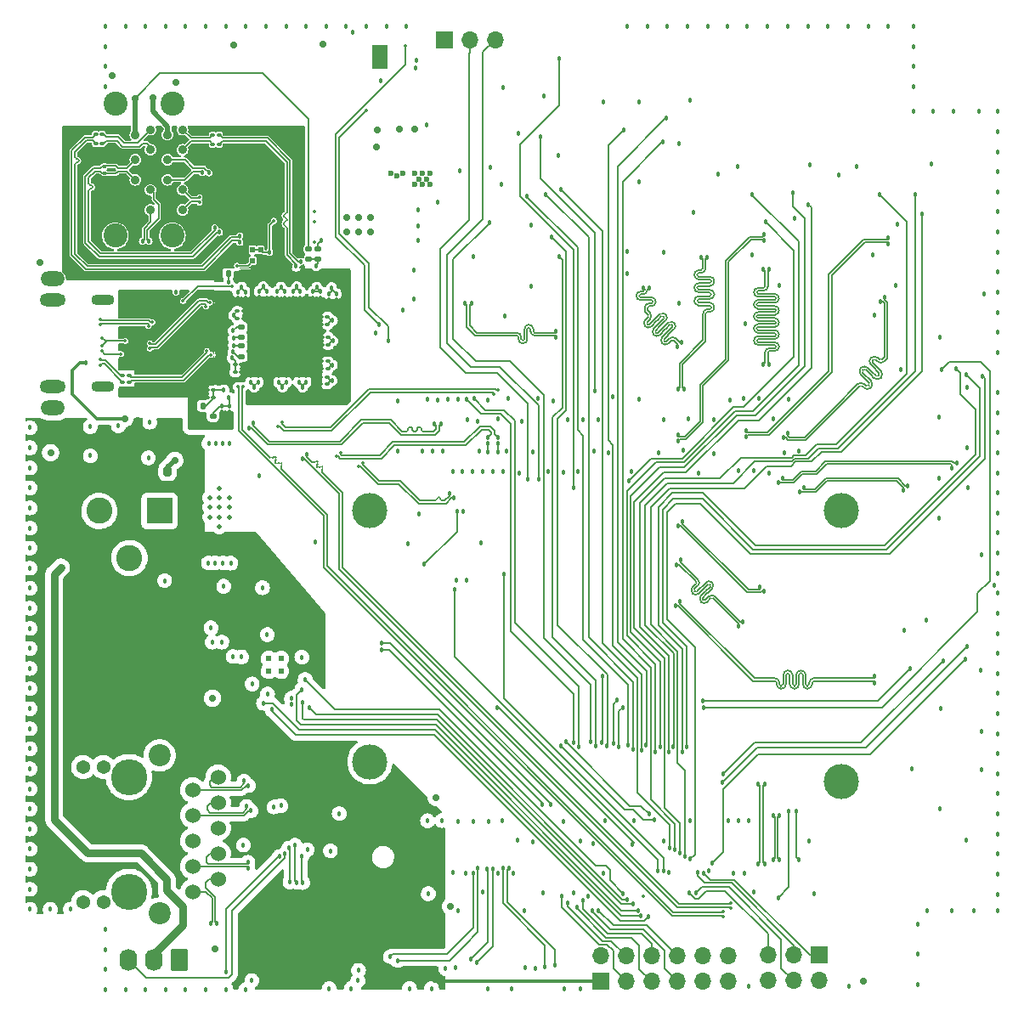
<source format=gbr>
%TF.GenerationSoftware,KiCad,Pcbnew,5.99.0-unknown-ca42f31bb5~131~ubuntu20.04.1*%
%TF.CreationDate,2021-08-18T11:47:35-07:00*%
%TF.ProjectId,ovc5,6f766335-2e6b-4696-9361-645f70636258,rev?*%
%TF.SameCoordinates,Original*%
%TF.FileFunction,Copper,L6,Bot*%
%TF.FilePolarity,Positive*%
%FSLAX46Y46*%
G04 Gerber Fmt 4.6, Leading zero omitted, Abs format (unit mm)*
G04 Created by KiCad (PCBNEW 5.99.0-unknown-ca42f31bb5~131~ubuntu20.04.1) date 2021-08-18 11:47:35*
%MOMM*%
%LPD*%
G01*
G04 APERTURE LIST*
G04 Aperture macros list*
%AMRoundRect*
0 Rectangle with rounded corners*
0 $1 Rounding radius*
0 $2 $3 $4 $5 $6 $7 $8 $9 X,Y pos of 4 corners*
0 Add a 4 corners polygon primitive as box body*
4,1,4,$2,$3,$4,$5,$6,$7,$8,$9,$2,$3,0*
0 Add four circle primitives for the rounded corners*
1,1,$1+$1,$2,$3*
1,1,$1+$1,$4,$5*
1,1,$1+$1,$6,$7*
1,1,$1+$1,$8,$9*
0 Add four rect primitives between the rounded corners*
20,1,$1+$1,$2,$3,$4,$5,0*
20,1,$1+$1,$4,$5,$6,$7,0*
20,1,$1+$1,$6,$7,$8,$9,0*
20,1,$1+$1,$8,$9,$2,$3,0*%
G04 Aperture macros list end*
%TA.AperFunction,ComponentPad*%
%ADD10R,1.700000X1.700000*%
%TD*%
%TA.AperFunction,ComponentPad*%
%ADD11O,1.700000X1.700000*%
%TD*%
%TA.AperFunction,ComponentPad*%
%ADD12C,0.500000*%
%TD*%
%TA.AperFunction,ComponentPad*%
%ADD13C,1.524000*%
%TD*%
%TA.AperFunction,ComponentPad*%
%ADD14C,1.371600*%
%TD*%
%TA.AperFunction,ComponentPad*%
%ADD15C,3.600000*%
%TD*%
%TA.AperFunction,ComponentPad*%
%ADD16C,2.200000*%
%TD*%
%TA.AperFunction,ComponentPad*%
%ADD17R,2.600000X2.600000*%
%TD*%
%TA.AperFunction,ComponentPad*%
%ADD18C,2.600000*%
%TD*%
%TA.AperFunction,ComponentPad*%
%ADD19RoundRect,0.250000X0.620000X0.845000X-0.620000X0.845000X-0.620000X-0.845000X0.620000X-0.845000X0*%
%TD*%
%TA.AperFunction,ComponentPad*%
%ADD20O,1.740000X2.190000*%
%TD*%
%TA.AperFunction,ComponentPad*%
%ADD21C,0.600000*%
%TD*%
%TA.AperFunction,SMDPad,CuDef*%
%ADD22R,1.650000X2.400000*%
%TD*%
%TA.AperFunction,ComponentPad*%
%ADD23C,0.612500*%
%TD*%
%TA.AperFunction,ComponentPad*%
%ADD24O,2.300000X1.100000*%
%TD*%
%TA.AperFunction,ComponentPad*%
%ADD25O,2.600000X1.300000*%
%TD*%
%TA.AperFunction,ComponentPad*%
%ADD26O,2.400000X1.450000*%
%TD*%
%TA.AperFunction,ComponentPad*%
%ADD27C,3.500000*%
%TD*%
%TA.AperFunction,ComponentPad*%
%ADD28C,0.900000*%
%TD*%
%TA.AperFunction,ComponentPad*%
%ADD29C,2.400000*%
%TD*%
%TA.AperFunction,ComponentPad*%
%ADD30C,0.675000*%
%TD*%
%TA.AperFunction,SMDPad,CuDef*%
%ADD31RoundRect,0.100000X-0.130000X-0.100000X0.130000X-0.100000X0.130000X0.100000X-0.130000X0.100000X0*%
%TD*%
%TA.AperFunction,SMDPad,CuDef*%
%ADD32RoundRect,0.140000X-0.170000X0.140000X-0.170000X-0.140000X0.170000X-0.140000X0.170000X0.140000X0*%
%TD*%
%TA.AperFunction,SMDPad,CuDef*%
%ADD33RoundRect,0.100000X0.130000X0.100000X-0.130000X0.100000X-0.130000X-0.100000X0.130000X-0.100000X0*%
%TD*%
%TA.AperFunction,SMDPad,CuDef*%
%ADD34RoundRect,0.100000X0.100000X-0.130000X0.100000X0.130000X-0.100000X0.130000X-0.100000X-0.130000X0*%
%TD*%
%TA.AperFunction,SMDPad,CuDef*%
%ADD35RoundRect,0.100000X-0.100000X0.130000X-0.100000X-0.130000X0.100000X-0.130000X0.100000X0.130000X0*%
%TD*%
%TA.AperFunction,SMDPad,CuDef*%
%ADD36R,0.300000X0.300000*%
%TD*%
%TA.AperFunction,SMDPad,CuDef*%
%ADD37RoundRect,0.200000X0.200000X0.275000X-0.200000X0.275000X-0.200000X-0.275000X0.200000X-0.275000X0*%
%TD*%
%TA.AperFunction,SMDPad,CuDef*%
%ADD38RoundRect,0.135000X-0.135000X-0.185000X0.135000X-0.185000X0.135000X0.185000X-0.135000X0.185000X0*%
%TD*%
%TA.AperFunction,SMDPad,CuDef*%
%ADD39RoundRect,0.135000X-0.185000X0.135000X-0.185000X-0.135000X0.185000X-0.135000X0.185000X0.135000X0*%
%TD*%
%TA.AperFunction,SMDPad,CuDef*%
%ADD40RoundRect,0.135000X0.185000X-0.135000X0.185000X0.135000X-0.185000X0.135000X-0.185000X-0.135000X0*%
%TD*%
%TA.AperFunction,SMDPad,CuDef*%
%ADD41R,0.500000X0.600000*%
%TD*%
%TA.AperFunction,SMDPad,CuDef*%
%ADD42RoundRect,0.140000X0.140000X0.170000X-0.140000X0.170000X-0.140000X-0.170000X0.140000X-0.170000X0*%
%TD*%
%TA.AperFunction,ViaPad*%
%ADD43C,0.457200*%
%TD*%
%TA.AperFunction,ViaPad*%
%ADD44C,0.711200*%
%TD*%
%TA.AperFunction,ViaPad*%
%ADD45C,0.355600*%
%TD*%
%TA.AperFunction,Conductor*%
%ADD46C,0.152400*%
%TD*%
%TA.AperFunction,Conductor*%
%ADD47C,0.127000*%
%TD*%
%TA.AperFunction,Conductor*%
%ADD48C,0.177800*%
%TD*%
%TA.AperFunction,Conductor*%
%ADD49C,0.508000*%
%TD*%
%TA.AperFunction,Conductor*%
%ADD50C,0.203200*%
%TD*%
%TA.AperFunction,Conductor*%
%ADD51C,0.304800*%
%TD*%
%TA.AperFunction,Conductor*%
%ADD52C,0.762000*%
%TD*%
G04 APERTURE END LIST*
D10*
%TO.P,J6,1,Pin_1*%
%TO.N,+5V*%
X91850000Y-122690000D03*
D11*
%TO.P,J6,2,Pin_2*%
%TO.N,GND*%
X91850000Y-120150000D03*
%TO.P,J6,3,Pin_3*%
%TO.N,GPIO0*%
X94390000Y-122690000D03*
%TO.P,J6,4,Pin_4*%
%TO.N,GPIO1*%
X94390000Y-120150000D03*
%TO.P,J6,5,Pin_5*%
%TO.N,GPIO2*%
X96930000Y-122690000D03*
%TO.P,J6,6,Pin_6*%
%TO.N,GPIO3*%
X96930000Y-120150000D03*
%TO.P,J6,7,Pin_7*%
%TO.N,GPIO4*%
X99470000Y-122690000D03*
%TO.P,J6,8,Pin_8*%
%TO.N,GPIO5*%
X99470000Y-120150000D03*
%TO.P,J6,9,Pin_9*%
%TO.N,+1V8*%
X102010000Y-122690000D03*
%TO.P,J6,10,Pin_10*%
%TO.N,+3V3*%
X102010000Y-120150000D03*
%TO.P,J6,11,Pin_11*%
%TO.N,GND*%
X104550000Y-122690000D03*
%TO.P,J6,12,Pin_12*%
X104550000Y-120150000D03*
%TD*%
D12*
%TO.P,U7,15,PGND*%
%TO.N,GND*%
X53870000Y-76404000D03*
X53870000Y-74504000D03*
X53870000Y-73554000D03*
X52920000Y-76404000D03*
X54820000Y-75454000D03*
X54820000Y-74504000D03*
X52920000Y-74504000D03*
X53870000Y-77354000D03*
X54820000Y-76404000D03*
X52920000Y-75454000D03*
X53870000Y-75454000D03*
%TD*%
D13*
%TO.P,U11,1,TRD0+*%
%TO.N,GBE_MDI0_P*%
X51200000Y-113765000D03*
%TO.P,U11,2,TRD0-*%
%TO.N,GBE_MDI0_N*%
X53740000Y-112495000D03*
%TO.P,U11,3,TRD1+*%
%TO.N,GBE_MDI1_P*%
X51200000Y-111225000D03*
%TO.P,U11,4,TRD1-*%
%TO.N,GBE_MDI1_N*%
X53740000Y-109955000D03*
%TO.P,U11,5,CT*%
%TO.N,Net-(C78-Pad1)*%
X51200000Y-108685000D03*
%TO.P,U11,6,CT*%
X53740000Y-107415000D03*
%TO.P,U11,7,TRD2+*%
%TO.N,GBE_MDI2_N*%
X51200000Y-106145000D03*
%TO.P,U11,8,TRD2-*%
%TO.N,GBE_MDI2_P*%
X53740000Y-104875000D03*
%TO.P,U11,9,TRD3+*%
%TO.N,GBE_MDI3_N*%
X51200000Y-103605000D03*
%TO.P,U11,10,TRD3-*%
%TO.N,GBE_MDI3_P*%
X53740000Y-102335000D03*
D14*
%TO.P,U11,11,GRNYEL_C*%
%TO.N,Net-(R21-Pad1)*%
X42310000Y-114775000D03*
%TO.P,U11,12,GRNYEL_A*%
%TO.N,+3V3*%
X40280000Y-114775000D03*
%TO.P,U11,13,GRN_A*%
X42310000Y-101325000D03*
%TO.P,U11,14,GRN_C*%
%TO.N,Net-(R22-Pad1)*%
X40280000Y-101325000D03*
D15*
%TO.P,U11,MNT,MNT*%
%TO.N,GND*%
X44850000Y-113765000D03*
X44850000Y-102335000D03*
D16*
%TO.P,U11,SHLD,SHLD*%
X47900000Y-100175000D03*
X47900000Y-115925000D03*
%TD*%
D17*
%TO.P,J2,1,Pin_1*%
%TO.N,+12V*%
X47900006Y-75800001D03*
D18*
%TO.P,J2,2,Pin_2*%
%TO.N,GND*%
X41900006Y-75800001D03*
%TO.P,J2,3,Pin_3*%
X44900006Y-80500001D03*
%TD*%
D19*
%TO.P,J9,1,Pin_1*%
%TO.N,Net-(C121-Pad2)*%
X49879000Y-120580000D03*
D20*
%TO.P,J9,2,Pin_2*%
%TO.N,+12V*%
X47339000Y-120580000D03*
%TO.P,J9,3,Pin_3*%
%TO.N,/Interfaces/TACH*%
X44799000Y-120580000D03*
%TD*%
D21*
%TO.P,U8,11,PAD*%
%TO.N,GND*%
X70355000Y-29690000D03*
X69395000Y-29690000D03*
X69875000Y-30550000D03*
X69395000Y-31410000D03*
X70355000Y-31410000D03*
D22*
X69875000Y-30550000D03*
%TD*%
D23*
%TO.P,U13,25,PAD*%
%TO.N,GND*%
X60000000Y-90525000D03*
X58775000Y-90525000D03*
X58775000Y-91750000D03*
X60000000Y-91750000D03*
%TD*%
D24*
%TO.P,J1,S1,SHIELD*%
%TO.N,/USB/C_SHIELD*%
X42285000Y-63429000D03*
D25*
X37235000Y-63429000D03*
D26*
X37235000Y-52689000D03*
D24*
X42285000Y-54789000D03*
D25*
X37235000Y-54789000D03*
D26*
X37235000Y-65529000D03*
%TD*%
D27*
%TO.P,U1,H1*%
%TO.N,N/C*%
X115859988Y-75799999D03*
%TO.P,U1,H2*%
X68859988Y-75799999D03*
%TO.P,U1,H3*%
X115859988Y-102799999D03*
%TO.P,U1,H4*%
X68859988Y-100799999D03*
%TD*%
D28*
%TO.P,U5,1,VBUS0*%
%TO.N,/USB/VBUS_1*%
X45489988Y-38299993D03*
%TO.P,U5,2,D0-*%
%TO.N,/USB/USB_H1_D_N*%
X45489988Y-40799993D03*
%TO.P,U5,3,D0+*%
%TO.N,/USB/USB_H1_D_P*%
X45489988Y-42799993D03*
%TO.P,U5,4,GND0*%
%TO.N,GND*%
X45489988Y-45299993D03*
%TO.P,U5,5,SSRX0-*%
%TO.N,/USB/USB_H1_RX_N*%
X46989988Y-45799993D03*
%TO.P,U5,6,SSRX0+*%
%TO.N,/USB/USB_H1_RX_P*%
X46989988Y-43799993D03*
%TO.P,U5,7,GND0*%
%TO.N,GND*%
X46989988Y-41799993D03*
%TO.P,U5,8,SSTX0-*%
%TO.N,/USB/USB_H1_TX_CONN_N*%
X46989988Y-39799993D03*
%TO.P,U5,9,SSTX0+*%
%TO.N,/USB/USB_H1_TX_CONN_P*%
X46989988Y-37799993D03*
%TO.P,U5,10,VBUS1*%
%TO.N,/USB/VBUS_0*%
X48689988Y-38299993D03*
%TO.P,U5,11,D1-*%
%TO.N,/USB/USB_H0_D_N*%
X48689988Y-40799993D03*
%TO.P,U5,12,D1+*%
%TO.N,/USB/USB_H0_D_P*%
X48689988Y-42799993D03*
%TO.P,U5,13,GND1*%
%TO.N,GND*%
X48689988Y-45299993D03*
%TO.P,U5,14,SSRX1-*%
%TO.N,/USB/USB_H0_RX_N*%
X50189988Y-45799993D03*
%TO.P,U5,15,SSRX1+*%
%TO.N,/USB/USB_H0_RX_P*%
X50189988Y-43799993D03*
%TO.P,U5,16,GND1*%
%TO.N,GND*%
X50189988Y-41799993D03*
%TO.P,U5,17,SSTX1-*%
%TO.N,/USB/USB_H0_TX_CONN_N*%
X50189988Y-39799993D03*
%TO.P,U5,18,SSTX1+*%
%TO.N,/USB/USB_H0_TX_CONN_P*%
X50189988Y-37799993D03*
D29*
%TO.P,U5,S,Shield*%
%TO.N,/USB/A_SHIELD*%
X43489988Y-48369993D03*
X49169988Y-35229993D03*
X49169988Y-48369993D03*
X43489988Y-35229993D03*
%TD*%
D21*
%TO.P,U9,25,PGND*%
%TO.N,GND*%
X74110000Y-42144000D03*
X71540000Y-42444000D03*
X74860000Y-43294000D03*
X70960000Y-42144000D03*
X73360000Y-42144000D03*
X72120000Y-42144000D03*
X74490000Y-42734000D03*
X73740000Y-42734000D03*
X74110000Y-43294000D03*
X73360000Y-43294000D03*
X74860000Y-42144000D03*
%TD*%
D30*
%TO.P,U21,101,GND*%
%TO.N,GND*%
X58345000Y-57840000D03*
X58345000Y-60240000D03*
X60745000Y-60240000D03*
X61945000Y-56640000D03*
X61945000Y-60240000D03*
X57145000Y-59040000D03*
X63145000Y-56640000D03*
X63145000Y-57840000D03*
X59545000Y-56640000D03*
X61945000Y-61440000D03*
X57145000Y-60240000D03*
X63145000Y-59040000D03*
X59545000Y-61440000D03*
X58345000Y-55440000D03*
X60745000Y-55440000D03*
X59545000Y-55440000D03*
X59545000Y-57840000D03*
X58345000Y-59040000D03*
X57145000Y-56640000D03*
X58345000Y-61440000D03*
X61945000Y-57840000D03*
X60745000Y-57840000D03*
X61945000Y-55440000D03*
X60745000Y-61440000D03*
X61945000Y-59040000D03*
X57145000Y-61440000D03*
X60745000Y-59040000D03*
X58345000Y-56640000D03*
X60745000Y-56640000D03*
X57145000Y-55440000D03*
X63145000Y-60240000D03*
X57145000Y-57840000D03*
X63145000Y-55440000D03*
X63145000Y-61440000D03*
X59545000Y-60240000D03*
X59545000Y-59040000D03*
%TD*%
D10*
%TO.P,J11,1,Pin_1*%
%TO.N,GND*%
X76255000Y-28849000D03*
D11*
%TO.P,J11,2,Pin_2*%
%TO.N,DEBUG_UART_TX*%
X78795000Y-28849000D03*
%TO.P,J11,3,Pin_3*%
%TO.N,DEBUG_UART_RX*%
X81335000Y-28849000D03*
%TD*%
D10*
%TO.P,J4,1,Pin_1*%
%TO.N,/Enclustra module/JTAG_TCK*%
X113625000Y-120075000D03*
D11*
%TO.P,J4,2,Pin_2*%
%TO.N,GND*%
X113625000Y-122615000D03*
%TO.P,J4,3,Pin_3*%
%TO.N,/Enclustra module/JTAG_TDO*%
X111085000Y-120075000D03*
%TO.P,J4,4,Pin_4*%
%TO.N,/Enclustra module/JTAG_TMS*%
X111085000Y-122615000D03*
%TO.P,J4,5,Pin_5*%
%TO.N,/Enclustra module/JTAG_TDI*%
X108545000Y-120075000D03*
%TO.P,J4,6,Pin_6*%
%TO.N,+1V8*%
X108545000Y-122615000D03*
%TD*%
D31*
%TO.P,C18,1*%
%TO.N,+1V2*%
X55657000Y-56653000D03*
%TO.P,C18,2*%
%TO.N,GND*%
X56297000Y-56653000D03*
%TD*%
D32*
%TO.P,C21,1*%
%TO.N,+3V3*%
X53226000Y-66338000D03*
%TO.P,C21,2*%
%TO.N,GND*%
X53226000Y-67298000D03*
%TD*%
D33*
%TO.P,C31,1*%
%TO.N,+3V3*%
X64568000Y-62438000D03*
%TO.P,C31,2*%
%TO.N,GND*%
X63928000Y-62438000D03*
%TD*%
D34*
%TO.P,C50,1*%
%TO.N,+1V2*%
X56968000Y-62965000D03*
%TO.P,C50,2*%
%TO.N,GND*%
X56968000Y-62325000D03*
%TD*%
%TO.P,C48,1*%
%TO.N,+3V3*%
X62520000Y-62954000D03*
%TO.P,C48,2*%
%TO.N,GND*%
X62520000Y-62314000D03*
%TD*%
D35*
%TO.P,C34,1*%
%TO.N,+3V3*%
X60393000Y-53954000D03*
%TO.P,C34,2*%
%TO.N,GND*%
X60393000Y-54594000D03*
%TD*%
D33*
%TO.P,C32,1*%
%TO.N,+1V2*%
X64646000Y-61655000D03*
%TO.P,C32,2*%
%TO.N,GND*%
X64006000Y-61655000D03*
%TD*%
D36*
%TO.P,D5,1,A1*%
%TO.N,/USB/USB_H1_D_P*%
X42424000Y-42144000D03*
%TO.P,D5,2,A2*%
%TO.N,/USB/USB_H1_D_N*%
X42424000Y-41444000D03*
%TO.P,D5,3,common*%
%TO.N,GND*%
X43274000Y-41794000D03*
%TD*%
D31*
%TO.P,C46,1*%
%TO.N,+1V2*%
X55439000Y-61223000D03*
%TO.P,C46,2*%
%TO.N,GND*%
X56079000Y-61223000D03*
%TD*%
D37*
%TO.P,R8,1*%
%TO.N,/Power/VREG*%
X48695000Y-71850000D03*
%TO.P,R8,2*%
%TO.N,+5V*%
X47045000Y-71850000D03*
%TD*%
D35*
%TO.P,C51,1*%
%TO.N,+3V3*%
X56428000Y-53979000D03*
%TO.P,C51,2*%
%TO.N,GND*%
X56428000Y-54619000D03*
%TD*%
D34*
%TO.P,C44,1*%
%TO.N,+3V3*%
X61770000Y-62954000D03*
%TO.P,C44,2*%
%TO.N,GND*%
X61770000Y-62314000D03*
%TD*%
D35*
%TO.P,C38,1*%
%TO.N,+3V3*%
X59642000Y-53953000D03*
%TO.P,C38,2*%
%TO.N,GND*%
X59642000Y-54593000D03*
%TD*%
D38*
%TO.P,R65,1*%
%TO.N,GND*%
X53717000Y-52109000D03*
%TO.P,R65,2*%
%TO.N,Net-(R65-Pad2)*%
X54737000Y-52109000D03*
%TD*%
D35*
%TO.P,C40,1*%
%TO.N,+1V2*%
X58587000Y-53916000D03*
%TO.P,C40,2*%
%TO.N,GND*%
X58587000Y-54556000D03*
%TD*%
D31*
%TO.P,C81,1*%
%TO.N,/USB/USB_H0_TX_CONN_P*%
X53205000Y-38325000D03*
%TO.P,C81,2*%
%TO.N,/USB/USB_H0_TX_P*%
X53845000Y-38325000D03*
%TD*%
D35*
%TO.P,C19,1*%
%TO.N,+3V3*%
X63940000Y-53951000D03*
%TO.P,C19,2*%
%TO.N,GND*%
X63940000Y-54591000D03*
%TD*%
%TO.P,C39,1*%
%TO.N,+3V3*%
X54085000Y-65318000D03*
%TO.P,C39,2*%
%TO.N,GND*%
X54085000Y-65958000D03*
%TD*%
D34*
%TO.P,C49,1*%
%TO.N,+1V2*%
X59775000Y-62954000D03*
%TO.P,C49,2*%
%TO.N,GND*%
X59775000Y-62314000D03*
%TD*%
D33*
%TO.P,C30,1*%
%TO.N,+3V3*%
X64639000Y-57196000D03*
%TO.P,C30,2*%
%TO.N,GND*%
X63999000Y-57196000D03*
%TD*%
%TO.P,C43,1*%
%TO.N,+3V3*%
X64697000Y-59218000D03*
%TO.P,C43,2*%
%TO.N,GND*%
X64057000Y-59218000D03*
%TD*%
D35*
%TO.P,C24,1*%
%TO.N,+3V3*%
X63190000Y-53954000D03*
%TO.P,C24,2*%
%TO.N,GND*%
X63190000Y-54594000D03*
%TD*%
D33*
%TO.P,C27,1*%
%TO.N,+3V3*%
X64566000Y-63188000D03*
%TO.P,C27,2*%
%TO.N,GND*%
X63926000Y-63188000D03*
%TD*%
D34*
%TO.P,C53,1*%
%TO.N,+1V2*%
X57718000Y-62966000D03*
%TO.P,C53,2*%
%TO.N,GND*%
X57718000Y-62326000D03*
%TD*%
D39*
%TO.P,R63,1*%
%TO.N,+3V3*%
X56030000Y-57468000D03*
%TO.P,R63,2*%
%TO.N,Net-(R63-Pad2)*%
X56030000Y-58488000D03*
%TD*%
D35*
%TO.P,C41,1*%
%TO.N,+1V2*%
X64748000Y-54166000D03*
%TO.P,C41,2*%
%TO.N,GND*%
X64748000Y-54806000D03*
%TD*%
%TO.P,C45,1*%
%TO.N,+1V2*%
X65498000Y-54168000D03*
%TO.P,C45,2*%
%TO.N,GND*%
X65498000Y-54808000D03*
%TD*%
D33*
%TO.P,C47,1*%
%TO.N,+3V3*%
X64697000Y-58469000D03*
%TO.P,C47,2*%
%TO.N,GND*%
X64057000Y-58469000D03*
%TD*%
D34*
%TO.P,C10,1*%
%TO.N,GND*%
X58857000Y-50674000D03*
%TO.P,C10,2*%
%TO.N,+3V3*%
X58857000Y-50034000D03*
%TD*%
D35*
%TO.P,C25,1*%
%TO.N,+1V2*%
X61179000Y-53955000D03*
%TO.P,C25,2*%
%TO.N,GND*%
X61179000Y-54595000D03*
%TD*%
D33*
%TO.P,C82,1*%
%TO.N,/USB/USB_H1_TX_CONN_P*%
X42170000Y-38250000D03*
%TO.P,C82,2*%
%TO.N,/USB/USB_H1_TX_N*%
X41530000Y-38250000D03*
%TD*%
D31*
%TO.P,C77,1*%
%TO.N,/USB/USB_US_TX2_CONN_N*%
X44218000Y-62976000D03*
%TO.P,C77,2*%
%TO.N,/USB/USB_US_TX2_N*%
X44858000Y-62976000D03*
%TD*%
D35*
%TO.P,C35,1*%
%TO.N,+3V3*%
X54835000Y-65319000D03*
%TO.P,C35,2*%
%TO.N,GND*%
X54835000Y-65959000D03*
%TD*%
%TO.P,C28,1*%
%TO.N,+1V2*%
X57838000Y-53912000D03*
%TO.P,C28,2*%
%TO.N,GND*%
X57838000Y-54552000D03*
%TD*%
D33*
%TO.P,C80,1*%
%TO.N,/USB/USB_H1_TX_CONN_N*%
X42170000Y-39200000D03*
%TO.P,C80,2*%
%TO.N,/USB/USB_H1_TX_P*%
X41530000Y-39200000D03*
%TD*%
D31*
%TO.P,C22,1*%
%TO.N,+1V2*%
X55655000Y-55905000D03*
%TO.P,C22,2*%
%TO.N,GND*%
X56295000Y-55905000D03*
%TD*%
D35*
%TO.P,C89,1*%
%TO.N,FPGA_USB1_TX-*%
X81620000Y-68450000D03*
%TO.P,C89,2*%
%TO.N,Net-(C89-Pad2)*%
X81620000Y-69090000D03*
%TD*%
%TO.P,C54,1*%
%TO.N,+3V3*%
X55678000Y-53981000D03*
%TO.P,C54,2*%
%TO.N,GND*%
X55678000Y-54621000D03*
%TD*%
D34*
%TO.P,C52,1*%
%TO.N,+1V2*%
X60526000Y-62954000D03*
%TO.P,C52,2*%
%TO.N,GND*%
X60526000Y-62314000D03*
%TD*%
D33*
%TO.P,C33,1*%
%TO.N,+1V2*%
X53273000Y-64475000D03*
%TO.P,C33,2*%
%TO.N,GND*%
X52633000Y-64475000D03*
%TD*%
D31*
%TO.P,C75,1*%
%TO.N,/USB/USB_US_TX2_CONN_P*%
X44218000Y-62276000D03*
%TO.P,C75,2*%
%TO.N,/USB/USB_US_TX2_P*%
X44858000Y-62276000D03*
%TD*%
D33*
%TO.P,C26,1*%
%TO.N,+3V3*%
X64640000Y-56446000D03*
%TO.P,C26,2*%
%TO.N,GND*%
X64000000Y-56446000D03*
%TD*%
D35*
%TO.P,C88,1*%
%TO.N,FPGA_USB1_TX+*%
X80620000Y-68450000D03*
%TO.P,C88,2*%
%TO.N,Net-(C88-Pad2)*%
X80620000Y-69090000D03*
%TD*%
D40*
%TO.P,R64,1*%
%TO.N,+3V3*%
X56030000Y-60399000D03*
%TO.P,R64,2*%
%TO.N,Net-(R64-Pad2)*%
X56030000Y-59379000D03*
%TD*%
D33*
%TO.P,C37,1*%
%TO.N,+1V2*%
X53274000Y-63724000D03*
%TO.P,C37,2*%
%TO.N,GND*%
X52634000Y-63724000D03*
%TD*%
D35*
%TO.P,C29,1*%
%TO.N,+1V2*%
X61928000Y-53954000D03*
%TO.P,C29,2*%
%TO.N,GND*%
X61928000Y-54594000D03*
%TD*%
D40*
%TO.P,R15,1*%
%TO.N,/USB/VBUS_MON_P1*%
X62712000Y-50728000D03*
%TO.P,R15,2*%
%TO.N,/USB/VBUS_1*%
X62712000Y-49708000D03*
%TD*%
D41*
%TO.P,X1,1,EN*%
%TO.N,+3V3*%
X57956000Y-49802000D03*
%TO.P,X1,2,GND*%
%TO.N,GND*%
X57956000Y-50902000D03*
%TO.P,X1,3,OUT*%
%TO.N,/USB/OSC_OUT*%
X57156000Y-50902000D03*
%TO.P,X1,4,V+*%
%TO.N,+3V3*%
X57156000Y-49802000D03*
%TD*%
D39*
%TO.P,R16,1*%
%TO.N,GND*%
X63702000Y-49711000D03*
%TO.P,R16,2*%
%TO.N,/USB/VBUS_MON_P1*%
X63702000Y-50731000D03*
%TD*%
D33*
%TO.P,C36,1*%
%TO.N,+1V2*%
X64646000Y-60903000D03*
%TO.P,C36,2*%
%TO.N,GND*%
X64006000Y-60903000D03*
%TD*%
D31*
%TO.P,C79,1*%
%TO.N,/USB/USB_H0_TX_CONN_N*%
X53205000Y-39275000D03*
%TO.P,C79,2*%
%TO.N,/USB/USB_H0_TX_N*%
X53845000Y-39275000D03*
%TD*%
%TO.P,C42,1*%
%TO.N,+1V2*%
X55434000Y-61970000D03*
%TO.P,C42,2*%
%TO.N,GND*%
X56074000Y-61970000D03*
%TD*%
D42*
%TO.P,C20,1*%
%TO.N,+1V2*%
X52220000Y-65332000D03*
%TO.P,C20,2*%
%TO.N,GND*%
X51260000Y-65332000D03*
%TD*%
D43*
%TO.N,CAM5_ENABLE*%
X90815287Y-98782048D03*
X80790000Y-47100000D03*
%TO.N,CAM5_TRIGGER*%
X87851000Y-43727000D03*
X98700000Y-109360000D03*
%TO.N,CAM5_SDA*%
X86370000Y-44230000D03*
X95040000Y-99570000D03*
%TO.N,CAM5_SCL*%
X84530000Y-44450000D03*
X94550000Y-99130000D03*
%TO.N,CAM4_ENABLE*%
X108267000Y-47013000D03*
X92012000Y-92263000D03*
X91916000Y-98919000D03*
X94621000Y-72841000D03*
%TO.N,CAM4_TRIGGER*%
X99760000Y-109860000D03*
X112546000Y-45290000D03*
%TO.N,CAM4_SCL*%
X106940000Y-44290000D03*
X97310000Y-99780000D03*
%TO.N,CAM4_SDA*%
X111030000Y-44110000D03*
X97770000Y-99310000D03*
%TO.N,CAM5_DAT1+*%
X78349200Y-55110000D03*
X87376000Y-58479800D03*
%TO.N,CAM5_DAT1-*%
X87376000Y-57870200D03*
X78958800Y-55110000D03*
%TO.N,CAM4_CLK+*%
X99558000Y-68823800D03*
X108118956Y-48863598D03*
%TO.N,CAM4_CLK-*%
X99558000Y-68214200D03*
X108130000Y-48280000D03*
%TO.N,CAM4_DAT1+*%
X108055188Y-61211000D03*
X108055188Y-51726000D03*
%TO.N,CAM4_DAT1-*%
X108664788Y-51726000D03*
X108664788Y-61211000D03*
%TO.N,Net-(C88-Pad2)*%
X80620000Y-69940000D03*
%TO.N,Net-(C89-Pad2)*%
X81600000Y-69960000D03*
%TO.N,SDIO_CLK*%
X62400000Y-92600000D03*
X94100000Y-113925000D03*
%TO.N,SDIO_D1*%
X95550000Y-115600000D03*
X62075000Y-93600000D03*
%TO.N,SDIO_D0*%
X62175000Y-94875000D03*
X95100000Y-115000000D03*
%TO.N,SDIO_CMD*%
X62808000Y-95398000D03*
X94500000Y-114500000D03*
%TO.N,SDIO_D3*%
X59101000Y-95617000D03*
X96575000Y-116275000D03*
%TO.N,SDIO_D2*%
X58254000Y-94959000D03*
X95825000Y-116150000D03*
D44*
%TO.N,/Power/VREG*%
X49409000Y-70752000D03*
D43*
%TO.N,CAM0_DAT2-*%
X122440527Y-73301473D03*
X112122527Y-73484473D03*
%TO.N,GBE_LED_ACT*%
X109550000Y-114338000D03*
X110604000Y-105771000D03*
%TO.N,CAM0_DAT2+*%
X122009473Y-73732527D03*
X111691473Y-73915527D03*
%TO.N,CAM0_DAT0-*%
X109982527Y-72530473D03*
X127295527Y-71060473D03*
%TO.N,GBE_LED_LINK*%
X111364000Y-105771000D03*
X111564000Y-110523000D03*
%TO.N,CAM0_DAT0+*%
X109551473Y-72961527D03*
X126864473Y-71491527D03*
%TO.N,GBE_MDI3_N*%
X107555188Y-103005746D03*
X107555188Y-110990000D03*
X56755527Y-103155527D03*
%TO.N,GBE_MDI3_P*%
X56324473Y-102724473D03*
X108164788Y-103005746D03*
X108164788Y-110990000D03*
%TO.N,GBE_MDI2_N*%
X57005527Y-105685527D03*
X109055188Y-110520000D03*
X109055188Y-106190000D03*
%TO.N,CAM0_ENABLE*%
X93645000Y-99306000D03*
X125823000Y-61697000D03*
X102079000Y-95394000D03*
X94050000Y-95380000D03*
%TO.N,CAM0_TRIGGER*%
X129917000Y-62346000D03*
X100750000Y-110485000D03*
%TO.N,CAM0_SCL*%
X127293000Y-61661000D03*
X99952611Y-99780000D03*
%TO.N,CAM0_SDA*%
X100400000Y-99310000D03*
X128250000Y-62240000D03*
%TO.N,CAM1_DAT2-*%
X96666800Y-53553453D03*
X99934527Y-59007473D03*
%TO.N,CAM1_DAT2+*%
X99503473Y-59438527D03*
X96057200Y-53553453D03*
%TO.N,CAM1_DAT0-*%
X102473800Y-50511000D03*
X100164788Y-63685000D03*
%TO.N,CAM1_DAT0+*%
X99555188Y-63685000D03*
X101864200Y-50511000D03*
%TO.N,GBE_MDI2_P*%
X109664788Y-106190000D03*
X56574473Y-105254473D03*
X109664788Y-110520000D03*
%TO.N,GBE_MDI1_N*%
X56700000Y-110825200D03*
%TO.N,GBE_MDI1_P*%
X56700000Y-111434800D03*
%TO.N,GBE_MDI0_N*%
X53606511Y-116910084D03*
%TO.N,GBE_MDI0_P*%
X52996911Y-116910084D03*
%TO.N,/USB/USB_H0_TX_N*%
X61498493Y-51398507D03*
%TO.N,/USB/USB_H1_TX_N*%
X55893000Y-49024500D03*
%TO.N,/USB/USB_H0_TX_P*%
X61947507Y-50949493D03*
%TO.N,CAM1_ENABLE*%
X87720000Y-50480000D03*
X91321000Y-99206000D03*
%TO.N,CAM1_TRIGGER*%
X98008000Y-38997000D03*
X99257671Y-109532371D03*
%TO.N,CAM1_SCL*%
X95930000Y-99630000D03*
X94140000Y-37840000D03*
%TO.N,CAM1_SDA*%
X96390000Y-99130000D03*
X98360000Y-36690000D03*
%TO.N,/USB/USB_H1_TX_P*%
X55893000Y-48389500D03*
D45*
%TO.N,/USB/USB_H0_RX_N*%
X51874000Y-45066693D03*
D43*
%TO.N,USER_DIP*%
X62150000Y-112830000D03*
X62060000Y-110230000D03*
%TO.N,/Enclustra module/JTAG_TCK*%
X102100000Y-111875000D03*
%TO.N,/Enclustra module/JTAG_TDO*%
X101500000Y-111850000D03*
%TO.N,/Enclustra module/JTAG_TMS*%
X101375000Y-113850000D03*
%TO.N,/Enclustra module/JTAG_TDI*%
X100650000Y-113875000D03*
%TO.N,CAM2_SDA*%
X123150000Y-44230000D03*
X99090000Y-99320000D03*
%TO.N,CAM2_SCL*%
X119610000Y-44290000D03*
X98650000Y-99810000D03*
%TO.N,CAM2_TRIGGER*%
X123900000Y-46190000D03*
X100240000Y-110200000D03*
%TO.N,CAM2_ENABLE*%
X86937000Y-48464000D03*
X92468000Y-99212000D03*
%TO.N,CAM2_CLK+*%
X106344000Y-68417800D03*
X120448572Y-49160800D03*
%TO.N,CAM2_CLK-*%
X120448572Y-48551200D03*
X106344000Y-67808200D03*
%TO.N,CAM2_DAT0+*%
X120139527Y-54495473D03*
X110071473Y-68508527D03*
%TO.N,CAM2_DAT0-*%
X110502527Y-68077473D03*
X119708473Y-54926527D03*
%TO.N,QWIIC0_SCL*%
X71600000Y-120600000D03*
X79600000Y-111400000D03*
%TO.N,QWIIC0_SDA*%
X79147951Y-111890410D03*
X70900000Y-120200000D03*
%TO.N,QWIIC1_SCL*%
X81132000Y-111503000D03*
X79500000Y-120800000D03*
%TO.N,QWIIC1_SDA*%
X80534000Y-111504000D03*
X78900000Y-120500000D03*
%TO.N,QWIIC2_SCL*%
X87300000Y-121100000D03*
X82750000Y-111384000D03*
%TO.N,QWIIC2_SDA*%
X86300000Y-121200000D03*
X82100000Y-111400000D03*
%TO.N,CAM3_SDA*%
X128390000Y-89330000D03*
X103952000Y-102838000D03*
%TO.N,CAM3_SCL*%
X125995000Y-90715000D03*
X104032000Y-102050000D03*
%TO.N,SDIO_CDn*%
X94981000Y-109042000D03*
X81561000Y-95441000D03*
%TO.N,CAM3_TRIGGER*%
X102936000Y-110925000D03*
X128180000Y-90600000D03*
%TO.N,CAM3_ENABLE*%
X101992000Y-94738000D03*
X122720000Y-91490000D03*
X93090000Y-98957000D03*
X93490000Y-94660000D03*
%TO.N,GPIO5*%
X91600000Y-115600000D03*
%TO.N,CAM3_CLK+*%
X99329473Y-85283527D03*
X119163000Y-92914800D03*
%TO.N,CAM3_CLK-*%
X99760527Y-84852473D03*
X119163000Y-92305200D03*
%TO.N,CAM3_DAT1+*%
X99575473Y-77274527D03*
X108137527Y-83791527D03*
%TO.N,CAM3_DAT1-*%
X107706473Y-83360473D03*
X100006527Y-76843473D03*
%TO.N,CAM3_DAT0+*%
X105577473Y-87296527D03*
X99421473Y-81140527D03*
%TO.N,CAM3_DAT0-*%
X99852527Y-80709473D03*
X106008527Y-86865473D03*
%TO.N,GPIO4*%
X91000000Y-115600000D03*
D45*
%TO.N,/USB/USB_US_TX2_P*%
X52615414Y-59852414D03*
%TO.N,/USB/USB_US_TX2_CONN_P*%
X42024177Y-60717300D03*
%TO.N,FPGA_USB0_D+*%
X55678300Y-63420033D03*
X104039000Y-116239700D03*
%TO.N,/USB/USB_US_TX2_N*%
X52992586Y-60229586D03*
%TO.N,/USB/USB_US_TX2_CONN_N*%
X42024177Y-61250700D03*
%TO.N,FPGA_USB0_D-*%
X56211700Y-63420033D03*
X104039000Y-115706300D03*
D43*
%TO.N,FPGA_USB1_D+*%
X62111993Y-70638007D03*
D45*
X104813341Y-115387359D03*
%TO.N,FPGA_USB1_D-*%
X104813341Y-114853959D03*
D43*
X62561007Y-70188993D03*
%TO.N,/USB/VBUS_MON_P1*%
X63501000Y-51344000D03*
%TO.N,FPGA_USB0_RX+*%
X75292488Y-67140000D03*
X57255607Y-67081493D03*
%TO.N,VBUS*%
X40592000Y-61014000D03*
D44*
X44450000Y-66580000D03*
D43*
%TO.N,FPGA_USB0_RX-*%
X75927488Y-67140000D03*
X56806593Y-67530507D03*
D45*
%TO.N,FPGA_USB1_TX+*%
X65541414Y-70381586D03*
%TO.N,FPGA_USB1_RX+*%
X81234414Y-64144586D03*
X59697414Y-67361586D03*
%TO.N,FPGA_USB1_TX-*%
X65918586Y-70004414D03*
%TO.N,/USB/VBUS_MON_US*%
X50233000Y-54876000D03*
X55100000Y-53420000D03*
%TO.N,FPGA_USB1_RX-*%
X60074586Y-66984414D03*
X81611586Y-63767414D03*
%TO.N,/USB/USB_H0_RX_P*%
X51874000Y-44533293D03*
D43*
%TO.N,/USB/USB_H1_RX_P*%
X46838500Y-48910693D03*
%TO.N,/USB/USB_H1_RX_N*%
X46203500Y-48910693D03*
%TO.N,+3V3*%
X57800000Y-72290000D03*
X77600000Y-115600000D03*
X56062000Y-53473000D03*
X117380000Y-41510000D03*
X59300000Y-105300000D03*
D45*
X59279000Y-46890000D03*
D43*
X60022000Y-53478000D03*
X103110000Y-70080000D03*
X73264000Y-51795000D03*
X69449000Y-58047000D03*
X63562000Y-53480000D03*
X91150000Y-69850000D03*
X55233000Y-59945000D03*
X85300000Y-121400000D03*
X65166000Y-58837000D03*
X86217000Y-34470000D03*
X80850000Y-41600000D03*
X110130000Y-69970000D03*
X73273000Y-54676000D03*
X65130000Y-56819000D03*
X77625000Y-106725000D03*
X80645000Y-106737000D03*
X100090000Y-69770000D03*
X124260000Y-86720000D03*
X62147000Y-63453000D03*
X92293000Y-106695000D03*
D44*
X73310000Y-37789000D03*
D43*
X67710000Y-121586000D03*
X83600000Y-108650000D03*
X78409000Y-111887000D03*
X109080000Y-66590000D03*
X53150000Y-88875000D03*
X49540000Y-53990000D03*
X85100000Y-69900000D03*
X58625000Y-88125000D03*
X105500000Y-41510000D03*
X64913094Y-109681000D03*
X55233000Y-57847000D03*
X56075000Y-90350000D03*
X77400000Y-121300000D03*
X65800000Y-105960000D03*
X65100000Y-62800000D03*
X84200000Y-115600000D03*
X54810000Y-64492000D03*
X125680000Y-58500000D03*
X75580000Y-45064000D03*
X95669000Y-35010000D03*
%TO.N,Net-(R63-Pad2)*%
X55253000Y-58617000D03*
%TO.N,Net-(R64-Pad2)*%
X55251000Y-59315000D03*
%TO.N,/USB/USB_H1_D_N*%
X53858507Y-48025507D03*
%TO.N,/USB/USB_H1_D_P*%
X53409493Y-47576493D03*
%TO.N,/USB/USB_H0_D_N*%
X52825000Y-42100000D03*
%TO.N,/USB/USB_H0_D_P*%
X52150000Y-42075000D03*
%TO.N,Net-(R65-Pad2)*%
X54758000Y-52965000D03*
%TO.N,+1V8*%
X130027000Y-54189500D03*
X121750000Y-61720000D03*
X115557000Y-42335000D03*
X89787000Y-108733000D03*
X90597000Y-114197000D03*
X122125000Y-87675000D03*
X81918000Y-43286000D03*
X100780000Y-34900000D03*
X112690000Y-41339000D03*
X103100000Y-66700000D03*
X90100000Y-66700000D03*
X61047000Y-94475000D03*
X84013000Y-66861000D03*
X87641000Y-40406000D03*
X78442000Y-82723000D03*
X98100000Y-66700000D03*
X92104000Y-35054000D03*
X131085000Y-83201000D03*
X103513000Y-42216000D03*
X124818000Y-41255000D03*
X54300000Y-83300000D03*
X81647951Y-111890410D03*
%TO.N,/Interfaces/TXLED*%
X77520000Y-75873000D03*
X74291000Y-81112000D03*
%TO.N,DEBUG_UART_RX*%
X77270000Y-83660000D03*
X85673000Y-72617000D03*
X97518197Y-111692860D03*
%TO.N,DEBUG_UART_TX*%
X84549000Y-72645000D03*
X98100538Y-111653023D03*
X82200000Y-82080000D03*
D45*
%TO.N,USB_UART_D-*%
X68126586Y-71009414D03*
D43*
X76759493Y-74080493D03*
%TO.N,USB_UART_D+*%
X77208507Y-74529507D03*
D45*
X67749414Y-71386586D03*
D43*
%TO.N,GND*%
X122860000Y-101490000D03*
X125700000Y-95530000D03*
D45*
X50968000Y-52170000D03*
D43*
X50500000Y-123500000D03*
X52820000Y-69079000D03*
X121220000Y-53305000D03*
D45*
X45364000Y-48905000D03*
X55900000Y-50900000D03*
D43*
X35000000Y-97500000D03*
X102500000Y-27500000D03*
X53445000Y-80979000D03*
D45*
X59126000Y-41554000D03*
D43*
X42500000Y-123500000D03*
X114500000Y-27500000D03*
X88200000Y-123400000D03*
X89800000Y-123400000D03*
X35000000Y-103500000D03*
X91107000Y-108923000D03*
X126800000Y-115600000D03*
X118500000Y-27500000D03*
D44*
X55250000Y-29400000D03*
D43*
X71610000Y-64800000D03*
X74100000Y-69800000D03*
X58500000Y-27500000D03*
X131400000Y-46000000D03*
X124400000Y-115600000D03*
X84300000Y-121300000D03*
X35000000Y-89500000D03*
D44*
X69560000Y-37814000D03*
D43*
X76102000Y-69822000D03*
D45*
X45770000Y-61844000D03*
D43*
X131400000Y-82000000D03*
X78100000Y-71900000D03*
X106600000Y-123200000D03*
X77436000Y-82731000D03*
D45*
X58362000Y-48841000D03*
D43*
X99670000Y-55130000D03*
X57100000Y-122600000D03*
X127000000Y-36000000D03*
X131400000Y-110000000D03*
X110500000Y-27500000D03*
X85600000Y-64550000D03*
D45*
X48900000Y-50900000D03*
D43*
X106150000Y-111900000D03*
X131400000Y-90000000D03*
X95700000Y-64700000D03*
X56250000Y-109100000D03*
D45*
X55900000Y-49700000D03*
D43*
X79780000Y-69840000D03*
D45*
X48698995Y-63194001D03*
D43*
X35000000Y-69500000D03*
X35000000Y-113500000D03*
D45*
X62175000Y-44581000D03*
D43*
X131400000Y-114000000D03*
X131400000Y-106000000D03*
X42500000Y-27500000D03*
X35000000Y-105500000D03*
X77600000Y-64700000D03*
X61053000Y-95097000D03*
X35000000Y-115500000D03*
X108600000Y-72000000D03*
D45*
X55800000Y-45400000D03*
D44*
X69510000Y-39564000D03*
D43*
X42500000Y-119500000D03*
D45*
X52014000Y-48483000D03*
D43*
X108450000Y-27500000D03*
X128450000Y-73460000D03*
X131400000Y-64000000D03*
D45*
X45394229Y-59321821D03*
X96109000Y-114216000D03*
X63349000Y-46972000D03*
D43*
X123400000Y-117000000D03*
X35000000Y-93500000D03*
X46500000Y-27500000D03*
X86600000Y-71900000D03*
X54995000Y-81004000D03*
X75100000Y-69812000D03*
D45*
X51900000Y-50900000D03*
X57999000Y-39398000D03*
D43*
X48400000Y-82750000D03*
X131400000Y-68000000D03*
X83700000Y-72000000D03*
X131400000Y-108000000D03*
X46780000Y-70510000D03*
X121410000Y-47250000D03*
X54170000Y-69079000D03*
X131400000Y-70000000D03*
X79930000Y-78954000D03*
X112600000Y-108730000D03*
X131400000Y-92000000D03*
D45*
X51808000Y-42786000D03*
D43*
X94510000Y-49950000D03*
X67150000Y-28100000D03*
X116600000Y-123200000D03*
X81610000Y-66650000D03*
D45*
X60148000Y-50000000D03*
D43*
X68500000Y-27500000D03*
X92600000Y-70000000D03*
D45*
X44968000Y-52170000D03*
D43*
X131400000Y-50000000D03*
X82117000Y-33570000D03*
X74675000Y-113950000D03*
D45*
X47900000Y-49700000D03*
D43*
X104450000Y-27500000D03*
D45*
X60183000Y-42640000D03*
D43*
X54220000Y-80979000D03*
X72126000Y-55818000D03*
X35000000Y-99500000D03*
X82600000Y-64600000D03*
X123000000Y-27500000D03*
D45*
X42900000Y-50900000D03*
D43*
X125590000Y-76490000D03*
D45*
X42188000Y-49700000D03*
D43*
X99610000Y-39150000D03*
D45*
X45728000Y-63237000D03*
D43*
X123000000Y-29500000D03*
D45*
X48925000Y-55669000D03*
D43*
X85100000Y-108750000D03*
X46930000Y-66950000D03*
X131400000Y-80000000D03*
D45*
X58275000Y-42366000D03*
D43*
X95175000Y-106625000D03*
X80600000Y-123400000D03*
D45*
X55999000Y-38198000D03*
X44137000Y-56131000D03*
D43*
X123400000Y-120000000D03*
X35000000Y-111500000D03*
X86100000Y-113900000D03*
X94500000Y-27500000D03*
X48500000Y-123500000D03*
X129700000Y-91650000D03*
X73690000Y-45754000D03*
X37000000Y-115500000D03*
X112500000Y-27500000D03*
X84897000Y-47357000D03*
X97604000Y-69965000D03*
X131400000Y-98000000D03*
X106450000Y-27500000D03*
X106600000Y-106675000D03*
X131400000Y-56000000D03*
X78600000Y-66700000D03*
X77105000Y-111821000D03*
X54500000Y-123500000D03*
D45*
X52871000Y-47011000D03*
D43*
X123000000Y-31500000D03*
D45*
X61338000Y-42773000D03*
X51915000Y-45756000D03*
D43*
X83120000Y-111910000D03*
D45*
X40089000Y-49764000D03*
D43*
X35000000Y-79500000D03*
X35000000Y-77500000D03*
D45*
X51836000Y-41172000D03*
D43*
X131400000Y-100000000D03*
X75000000Y-123400000D03*
X98130000Y-50010000D03*
D45*
X44210995Y-60654000D03*
X52416005Y-58064999D03*
D43*
X110600000Y-64700000D03*
X73685000Y-48814000D03*
X46500000Y-123500000D03*
X92125000Y-111875000D03*
D45*
X51235000Y-62437000D03*
X52597000Y-61727000D03*
D43*
X105600000Y-106650000D03*
D45*
X47382000Y-60656999D03*
D43*
X129750000Y-97775000D03*
X56500000Y-123500000D03*
X113100000Y-113975000D03*
X128320000Y-69520000D03*
D45*
X50915000Y-58065000D03*
X59468000Y-43582000D03*
X48678995Y-61612001D03*
D43*
X101600000Y-72000000D03*
X76400000Y-121400000D03*
D45*
X50203000Y-61616000D03*
D43*
X82120000Y-71860000D03*
D45*
X47315000Y-58032000D03*
X57800000Y-44200000D03*
D43*
X77835000Y-41864000D03*
X62614094Y-109573000D03*
X52156000Y-66425000D03*
X76050000Y-106650000D03*
X131400000Y-58000000D03*
D45*
X47175995Y-61886001D03*
D44*
X71785000Y-37789000D03*
D43*
X78157000Y-75846000D03*
X123000000Y-33500000D03*
X64008000Y-48867000D03*
D45*
X47398000Y-55669000D03*
D43*
X98500000Y-27500000D03*
D44*
X76900000Y-115200000D03*
D45*
X50900000Y-50900000D03*
D43*
X39000000Y-115500000D03*
X131400000Y-44000000D03*
D45*
X42968000Y-52170000D03*
D43*
X74535000Y-37364000D03*
D44*
X37041000Y-69985000D03*
D45*
X48839000Y-56875000D03*
D43*
X131400000Y-104000000D03*
X131400000Y-86000000D03*
X131400000Y-84000000D03*
D45*
X56277000Y-41217000D03*
D43*
X131400000Y-60000000D03*
X100600000Y-66600000D03*
X79100000Y-71900000D03*
X119088000Y-56249000D03*
X131400000Y-38000000D03*
X123000000Y-36000000D03*
D45*
X53800000Y-44200000D03*
D43*
X44500000Y-123500000D03*
X131400000Y-54000000D03*
X104697740Y-64799587D03*
X55366000Y-62801000D03*
X62500000Y-27500000D03*
D45*
X54070000Y-42748000D03*
X54050000Y-41800000D03*
D43*
X100500000Y-27500000D03*
X131400000Y-115600000D03*
X88600000Y-66700000D03*
D44*
X75450000Y-104350000D03*
D43*
X79188000Y-50445000D03*
X44500000Y-27500000D03*
D45*
X42849000Y-41794000D03*
X48968000Y-52170000D03*
D43*
X72615000Y-79045000D03*
X42500000Y-121500000D03*
X125600000Y-72560000D03*
D45*
X55390012Y-46549989D03*
D43*
X128250000Y-108575000D03*
D45*
X60113000Y-44780000D03*
X62000000Y-49000000D03*
D43*
X42500000Y-117500000D03*
X50500000Y-27500000D03*
X80104000Y-113817000D03*
D45*
X57800000Y-45400000D03*
X55998988Y-39398011D03*
D43*
X106230000Y-57142000D03*
X131400000Y-78000000D03*
X53495000Y-69079000D03*
X35000000Y-67500000D03*
X89600000Y-71900000D03*
X95650000Y-42970000D03*
X77100000Y-71900000D03*
D45*
X44900000Y-49700000D03*
X61500000Y-47500000D03*
D43*
X102631181Y-111633018D03*
D44*
X36000000Y-51000000D03*
D43*
X131400000Y-36000000D03*
X72500000Y-27500000D03*
X76590000Y-64690000D03*
D45*
X57734000Y-48244000D03*
X47643000Y-48908000D03*
D43*
X62075000Y-90375000D03*
X131400000Y-74000000D03*
D45*
X59452000Y-38801000D03*
D43*
X51330000Y-64141000D03*
X129810000Y-80160000D03*
D45*
X51694000Y-60291000D03*
D43*
X52770000Y-80979000D03*
X81120000Y-71900000D03*
X35000000Y-95500000D03*
X131400000Y-48000000D03*
D45*
X53637000Y-49088000D03*
X53799994Y-45400011D03*
D43*
X105100000Y-111950000D03*
D44*
X64150000Y-29250000D03*
D43*
X71600000Y-69800000D03*
X67000000Y-123400000D03*
X94510000Y-52160000D03*
X42500000Y-31500000D03*
D45*
X60148000Y-48000000D03*
D43*
X131400000Y-88000000D03*
X131400000Y-94000000D03*
X64800000Y-123400000D03*
X131400000Y-102000000D03*
D45*
X59476000Y-48268000D03*
D43*
X101130000Y-46020000D03*
X73415000Y-31690000D03*
X129750000Y-101625000D03*
D45*
X50900000Y-49700000D03*
X38652996Y-50115010D03*
D43*
X98650000Y-111850000D03*
X35000000Y-75500000D03*
D45*
X59441000Y-45810000D03*
X48719995Y-60468001D03*
D43*
X105600000Y-71800000D03*
X35000000Y-109500000D03*
X58650000Y-94050000D03*
X111160000Y-46600000D03*
X35000000Y-101500000D03*
D45*
X40968000Y-52170000D03*
D43*
X131400000Y-40000000D03*
X82325000Y-56393000D03*
X118945000Y-50310000D03*
X131400000Y-72000000D03*
X120500000Y-27500000D03*
D45*
X52266000Y-38223000D03*
D43*
X106911000Y-50274000D03*
D45*
X61503000Y-45557000D03*
D43*
X74600000Y-106675000D03*
D45*
X50214995Y-60466001D03*
X56275000Y-42366000D03*
D43*
X35000000Y-71500000D03*
D45*
X55898000Y-47725000D03*
D43*
X74610000Y-64690000D03*
D45*
X46900000Y-50900000D03*
D43*
X89125000Y-113875000D03*
X100720000Y-106700000D03*
D45*
X45732995Y-60657000D03*
D43*
X35000000Y-87500000D03*
X35000000Y-85500000D03*
X125670000Y-105520000D03*
X111622000Y-69858000D03*
X129500000Y-36000000D03*
D45*
X57390012Y-46549989D03*
D43*
X88100000Y-106750000D03*
X82075000Y-106650000D03*
X59990000Y-105180000D03*
X80630000Y-64790000D03*
X109615000Y-53285000D03*
X84881000Y-53404000D03*
X82440000Y-69800000D03*
D45*
X46968000Y-52170000D03*
D43*
X131400000Y-66000000D03*
X35000000Y-107500000D03*
X35000000Y-81500000D03*
X125580000Y-66430000D03*
X43800000Y-67300000D03*
D45*
X54900000Y-49700000D03*
D43*
X52500000Y-123500000D03*
X73783000Y-76075000D03*
X131400000Y-112000000D03*
X98102000Y-108695000D03*
D45*
X52427000Y-56845000D03*
D43*
X69900000Y-32950000D03*
X104600000Y-106650000D03*
X35000000Y-91500000D03*
X96500000Y-27500000D03*
X41000000Y-67400000D03*
D45*
X63349000Y-45972000D03*
X57999000Y-38198000D03*
D43*
X131400000Y-52000000D03*
X131400000Y-96000000D03*
D45*
X44900000Y-50900000D03*
X55800000Y-44200000D03*
X54070000Y-40924000D03*
D43*
X53025000Y-87450000D03*
D45*
X50915000Y-56852000D03*
D43*
X91600000Y-66700000D03*
X52500000Y-27500000D03*
X54467000Y-66807000D03*
X116500000Y-27500000D03*
X70500000Y-27500000D03*
D44*
X118050000Y-122700000D03*
D43*
X42500000Y-29500000D03*
X131400000Y-76000000D03*
X55225000Y-90300000D03*
X73685000Y-47414000D03*
D45*
X61338000Y-40773000D03*
D43*
X41000000Y-70300000D03*
D45*
X53182000Y-51645000D03*
X45816000Y-56164000D03*
X52275000Y-39425000D03*
D43*
X75640000Y-64730000D03*
X54500000Y-27500000D03*
X79122000Y-106724000D03*
X64500000Y-27500000D03*
X60500000Y-27500000D03*
D45*
X54378000Y-48543000D03*
D43*
X83000000Y-123400000D03*
X48500000Y-27500000D03*
X131400000Y-42000000D03*
D45*
X51891000Y-43815000D03*
D44*
X53175000Y-94475000D03*
D45*
X47174995Y-63191001D03*
X61338000Y-43773000D03*
D43*
X50154000Y-54107000D03*
X123400000Y-123000000D03*
D45*
X58728000Y-39836000D03*
D43*
X42500000Y-33500000D03*
X58150000Y-83450000D03*
D45*
X62000000Y-47000000D03*
D43*
X54100000Y-88875000D03*
X125000000Y-36000000D03*
D45*
X41058000Y-50843000D03*
D44*
X49500000Y-33100000D03*
D43*
X67650000Y-122620000D03*
D45*
X58323000Y-47138000D03*
D44*
X53390000Y-119480000D03*
X43150000Y-32450000D03*
D43*
X128330000Y-63450000D03*
X54820000Y-69079000D03*
D45*
X60017000Y-41084000D03*
D43*
X35000000Y-83500000D03*
X56500000Y-27500000D03*
X107600000Y-64600000D03*
X79600000Y-66900000D03*
X57125000Y-93050000D03*
D45*
X63349000Y-48972000D03*
D43*
X66500000Y-27500000D03*
X129000000Y-115600000D03*
X107100000Y-113750000D03*
X35000000Y-73500000D03*
X72800000Y-123400000D03*
X80120000Y-71870000D03*
%TO.N,+1V2*%
X55280000Y-56295000D03*
D44*
X67753000Y-46559000D03*
X68903000Y-46559000D03*
D43*
X57336000Y-63452000D03*
X55142000Y-60562000D03*
X65022000Y-53543000D03*
D44*
X66579000Y-46562000D03*
X66553000Y-47959000D03*
D43*
X106100000Y-64580000D03*
X83608000Y-38179000D03*
D44*
X68903000Y-47959000D03*
D43*
X87100000Y-64800000D03*
X65111000Y-61259000D03*
X54298000Y-63739000D03*
X58236000Y-53435000D03*
D44*
X67753000Y-47959000D03*
D43*
X93085000Y-64451000D03*
X107114000Y-71796000D03*
X61553000Y-53432000D03*
X88100000Y-71950000D03*
X94900000Y-71900000D03*
X60152000Y-63447000D03*
D44*
%TO.N,/USB/VBUS_0*%
X47200000Y-34650000D03*
D43*
%TO.N,+5V*%
X73000000Y-115200000D03*
X63450000Y-78860000D03*
X73000000Y-114100000D03*
X71700000Y-105300000D03*
X71700000Y-106200000D03*
X72800000Y-106200000D03*
D44*
X45600000Y-70750000D03*
D43*
X72800000Y-105300000D03*
D44*
X45750000Y-66825000D03*
D43*
X71800000Y-115200000D03*
X71800000Y-114100000D03*
X73465000Y-30890000D03*
D44*
%TO.N,/USB/VBUS_1*%
X45450000Y-34700000D03*
D43*
%TO.N,GPIO3*%
X90100000Y-114600000D03*
%TO.N,GPIO2*%
X89500000Y-115300000D03*
%TO.N,GPIO1*%
X88600000Y-114900000D03*
%TO.N,GPIO0*%
X88000000Y-114200000D03*
%TO.N,BOOT_MODE0*%
X96675000Y-106025000D03*
X88360000Y-98783000D03*
X60770000Y-109410000D03*
X60900000Y-112780000D03*
%TO.N,BOOT_MODE1*%
X61530000Y-112810000D03*
X87868000Y-99217000D03*
X61412064Y-109122064D03*
X97222000Y-106545000D03*
%TO.N,/Enclustra module/USER_LED0*%
X70000000Y-89650000D03*
X86010000Y-105020000D03*
%TO.N,/Enclustra module/USER_LED1*%
X70000000Y-89000000D03*
X86840000Y-105100000D03*
D44*
%TO.N,+12V*%
X38070000Y-81430000D03*
D43*
%TO.N,/Interfaces/TACH*%
X60390000Y-110010000D03*
D45*
%TO.N,/USB/OSC_OUT*%
X55612000Y-51374000D03*
%TO.N,/USB/USB_US_RX1_CONN_P*%
X41992458Y-56717300D03*
X47168586Y-56984414D03*
%TO.N,/USB/USB_US_RX1_CONN_N*%
X41992458Y-57250700D03*
X46791414Y-57361586D03*
%TO.N,/USB/USB_US_D_CONN_N*%
X46941000Y-59081300D03*
X42175000Y-58569000D03*
X42202555Y-59364500D03*
X52900586Y-55032414D03*
X44485000Y-58856000D03*
%TO.N,/USB/USB_US_D_CONN_P*%
X46941000Y-59614700D03*
X52523414Y-55409586D03*
%TO.N,/USB/USB_US_CC2_CONN*%
X42124146Y-59840183D03*
X44031000Y-60163000D03*
D43*
%TO.N,SMBUS_CLK*%
X78523000Y-64665000D03*
X89150000Y-98880000D03*
%TO.N,SMBUS_DAT*%
X79248000Y-64622000D03*
X89640000Y-99320000D03*
%TO.N,Net-(Q1-Pad1)*%
X54504000Y-121753000D03*
X59840000Y-110250000D03*
%TO.N,/USB/USB0_EN_OVC*%
X70660000Y-58810000D03*
D45*
X68454000Y-35902000D03*
D43*
%TO.N,/USB/USB1_EN_OVC*%
X69776000Y-57259000D03*
D45*
X72350000Y-29490000D03*
D43*
%TO.N,REG_EN*%
X89160000Y-73510000D03*
X87670000Y-30740000D03*
%TO.N,SOFTWARE_RESET*%
X91253000Y-63847000D03*
X85839000Y-38487000D03*
%TD*%
D46*
%TO.N,CAM5_ENABLE*%
X90815287Y-93145287D02*
X90815287Y-98782048D01*
X79397000Y-60887000D02*
X82772000Y-60887000D01*
X82772000Y-60887000D02*
X86168689Y-64283689D01*
X86168689Y-64283689D02*
X86168689Y-88498689D01*
X80790000Y-47100000D02*
X80790000Y-47110000D01*
X80790000Y-47110000D02*
X77163000Y-50737000D01*
X77163000Y-50737000D02*
X77163000Y-58653000D01*
X77163000Y-58653000D02*
X79397000Y-60887000D01*
X86168689Y-88498689D02*
X90815287Y-93145287D01*
%TO.N,CAM5_TRIGGER*%
X98700000Y-107070000D02*
X95480000Y-103850000D01*
X92031311Y-88971311D02*
X92031311Y-47907311D01*
X98700000Y-109360000D02*
X98700000Y-107070000D01*
X95480000Y-103850000D02*
X95480000Y-92420000D01*
X92031311Y-47907311D02*
X87851000Y-43727000D01*
X95480000Y-92420000D02*
X92031311Y-88971311D01*
%TO.N,CAM5_SDA*%
X95110000Y-99500000D02*
X95110000Y-92850000D01*
X90640000Y-48500000D02*
X86370000Y-44230000D01*
X95040000Y-99570000D02*
X95110000Y-99500000D01*
X90640000Y-88380000D02*
X90640000Y-48500000D01*
X95110000Y-92850000D02*
X90640000Y-88380000D01*
%TO.N,CAM5_SCL*%
X94550000Y-99130000D02*
X94550000Y-93110000D01*
X94550000Y-93110000D02*
X90090000Y-88650000D01*
X89550000Y-67761000D02*
X89550000Y-49550000D01*
X90090000Y-88650000D02*
X90090000Y-68301000D01*
X89550000Y-49550000D02*
X84530000Y-44530000D01*
X84530000Y-44530000D02*
X84530000Y-44450000D01*
X90090000Y-68301000D02*
X89550000Y-67761000D01*
%TO.N,CAM4_ENABLE*%
X96865920Y-70596080D02*
X99953920Y-70596080D01*
X111110000Y-49860000D02*
X108267000Y-47017000D01*
X92024292Y-98728167D02*
X92024292Y-98810708D01*
X92024292Y-92275292D02*
X92012000Y-92263000D01*
X99953920Y-70596080D02*
X105080000Y-65470000D01*
X92024292Y-98810708D02*
X91916000Y-98919000D01*
X106120033Y-65470000D02*
X111110000Y-60480033D01*
X111110000Y-60480033D02*
X111110000Y-49860000D01*
X94621000Y-72841000D02*
X96865920Y-70596080D01*
X105080000Y-65470000D02*
X106120033Y-65470000D01*
X92024292Y-95170054D02*
X92024292Y-98728167D01*
X92024292Y-95170054D02*
X92024292Y-92275292D01*
X108267000Y-47017000D02*
X108267000Y-47013000D01*
%TO.N,CAM4_TRIGGER*%
X99760000Y-106950000D02*
X98210000Y-105400000D01*
X95191000Y-87441000D02*
X95191000Y-74883046D01*
X98210000Y-90460000D02*
X95191000Y-87441000D01*
X99760000Y-109860000D02*
X99760000Y-106950000D01*
X98210000Y-105400000D02*
X98210000Y-90460000D01*
X105546089Y-66753911D02*
X107594056Y-66753911D01*
X107594056Y-66753911D02*
X112820000Y-61527967D01*
X95191000Y-74883046D02*
X98094046Y-71980000D01*
X112820000Y-45564000D02*
X112546000Y-45290000D01*
X112820000Y-61527967D02*
X112820000Y-45564000D01*
X98094046Y-71980000D02*
X100320000Y-71980000D01*
X100320000Y-71980000D02*
X105546089Y-66753911D01*
%TO.N,CAM4_SCL*%
X97326000Y-70980000D02*
X100120000Y-70980000D01*
X106940000Y-44320000D02*
X106940000Y-44290000D01*
X107045000Y-65841000D02*
X111580000Y-61306000D01*
X105259000Y-65841000D02*
X107045000Y-65841000D01*
X100120000Y-70980000D02*
X105259000Y-65841000D01*
X111580000Y-48960000D02*
X106940000Y-44320000D01*
X111580000Y-61306000D02*
X111580000Y-48960000D01*
X97310000Y-99780000D02*
X97290000Y-99760000D01*
X97290000Y-91060000D02*
X94450000Y-88220000D01*
X94450000Y-73856000D02*
X97326000Y-70980000D01*
X94450000Y-88220000D02*
X94450000Y-73856000D01*
X97290000Y-99760000D02*
X97290000Y-91060000D01*
%TO.N,CAM4_SDA*%
X97770000Y-99310000D02*
X97770000Y-90840000D01*
X97710000Y-71460000D02*
X100170000Y-71460000D01*
X107267000Y-66253000D02*
X112150000Y-61370000D01*
X105377000Y-66253000D02*
X107267000Y-66253000D01*
X112150000Y-61370000D02*
X112150000Y-46599000D01*
X112150000Y-46599000D02*
X111030000Y-45479000D01*
X94823000Y-87893000D02*
X94823000Y-74347000D01*
X97770000Y-90840000D02*
X94823000Y-87893000D01*
X111030000Y-45479000D02*
X111030000Y-44110000D01*
X94823000Y-74347000D02*
X97710000Y-71460000D01*
X100170000Y-71460000D02*
X105377000Y-66253000D01*
D47*
%TO.N,CAM5_DAT1+*%
X84535000Y-57671410D02*
X84535000Y-57875000D01*
X78514300Y-57459866D02*
X78514300Y-55275100D01*
X87376000Y-58479800D02*
X87210900Y-58314700D01*
X78514300Y-55275100D02*
X78349200Y-55110000D01*
X84535000Y-57875000D02*
X84535000Y-58678590D01*
X83655600Y-58678590D02*
X83655600Y-58475000D01*
X81154523Y-58314700D02*
X79369134Y-58314700D01*
X87210900Y-58314700D02*
X85295300Y-58314700D01*
X79369134Y-58314700D02*
X78514300Y-57459866D01*
X83495300Y-58314700D02*
X81154523Y-58314700D01*
X84855600Y-57875000D02*
X84855600Y-57671410D01*
X84535000Y-57671410D02*
G75*
G02*
X84695300Y-57511110I160301J-1D01*
G01*
X83495300Y-58314700D02*
G75*
G02*
X83655600Y-58475000I-1J-160301D01*
G01*
X84095300Y-59118290D02*
G75*
G03*
X84535000Y-58678590I1J439699D01*
G01*
X83655600Y-58678590D02*
G75*
G03*
X84095300Y-59118290I439699J-1D01*
G01*
X84855600Y-57875000D02*
G75*
G03*
X85295300Y-58314700I439699J-1D01*
G01*
X84695300Y-57511110D02*
G75*
G02*
X84855600Y-57671410I-1J-160301D01*
G01*
%TO.N,CAM5_DAT1-*%
X83935000Y-58678590D02*
X83935000Y-58475000D01*
X79484866Y-58035300D02*
X78793700Y-57344134D01*
X85135000Y-57875000D02*
X85135000Y-57671410D01*
X84255600Y-57875000D02*
X84255600Y-58678590D01*
X78793700Y-55275100D02*
X78958800Y-55110000D01*
X87376000Y-57870200D02*
X87210900Y-58035300D01*
X81154523Y-58035300D02*
X79484866Y-58035300D01*
X78793700Y-57344134D02*
X78793700Y-55275100D01*
X87210900Y-58035300D02*
X85295300Y-58035300D01*
X84255600Y-57671410D02*
X84255600Y-57875000D01*
X83495300Y-58035300D02*
X81154523Y-58035300D01*
X84255600Y-57671410D02*
G75*
G02*
X84695300Y-57231710I439699J1D01*
G01*
X83935000Y-58678590D02*
G75*
G03*
X84095300Y-58838890I160301J1D01*
G01*
X83495300Y-58035300D02*
G75*
G02*
X83935000Y-58475000I1J-439699D01*
G01*
X84095300Y-58838890D02*
G75*
G03*
X84255600Y-58678590I-1J160301D01*
G01*
X84695300Y-57231710D02*
G75*
G02*
X85135000Y-57671410I1J-439699D01*
G01*
X85135000Y-57875000D02*
G75*
G03*
X85295300Y-58035300I160301J1D01*
G01*
%TO.N,CAM4_CLK+*%
X106828866Y-48742700D02*
X104596700Y-50974866D01*
X107998058Y-48742700D02*
X106828866Y-48742700D01*
X99723100Y-68658700D02*
X99558000Y-68823800D01*
X104596700Y-60773866D02*
X102039700Y-63330866D01*
X100357866Y-68658700D02*
X99723100Y-68658700D01*
X102039700Y-63330866D02*
X102039700Y-66976866D01*
X108118956Y-48863598D02*
X107998058Y-48742700D01*
X104596700Y-50974866D02*
X104596700Y-60773866D01*
X102039700Y-66976866D02*
X100357866Y-68658700D01*
%TO.N,CAM4_CLK-*%
X108130000Y-48280000D02*
X107946700Y-48463300D01*
X101760300Y-66861134D02*
X100242134Y-68379300D01*
X99723100Y-68379300D02*
X99558000Y-68214200D01*
X106713134Y-48463300D02*
X104317300Y-50859134D01*
X100242134Y-68379300D02*
X99723100Y-68379300D01*
X104317300Y-60658134D02*
X101760300Y-63215134D01*
X101760300Y-63215134D02*
X101760300Y-66861134D01*
X104317300Y-50859134D02*
X104317300Y-60658134D01*
X107946700Y-48463300D02*
X106713134Y-48463300D01*
%TO.N,CAM4_DAT1+*%
X108220288Y-61045900D02*
X108055188Y-61211000D01*
X108220288Y-60018688D02*
X108220288Y-60722755D01*
X109183089Y-55978988D02*
X108499688Y-55978988D01*
X107536887Y-56858388D02*
X108220288Y-56858388D01*
X109183089Y-58378988D02*
X108499688Y-58378988D01*
X108220288Y-59258388D02*
X109183089Y-59258388D01*
X109183089Y-57178988D02*
X108499688Y-57178988D01*
X107536887Y-55658388D02*
X108220288Y-55658388D01*
X108220288Y-58058388D02*
X109183089Y-58058388D01*
X109183089Y-59578988D02*
X108659988Y-59578988D01*
X108499688Y-58378988D02*
X107536887Y-58378988D01*
X108499688Y-54778988D02*
X107536887Y-54778988D01*
X108499688Y-57178988D02*
X107536887Y-57178988D01*
X107536887Y-54458388D02*
X108059988Y-54458388D01*
X108220288Y-60722755D02*
X108220288Y-61045900D01*
X108059988Y-54458388D02*
X109183089Y-54458388D01*
X108220288Y-51891100D02*
X108220288Y-53418688D01*
X108055188Y-51726000D02*
X108220288Y-51891100D01*
X107536887Y-59258388D02*
X108220288Y-59258388D01*
X108059988Y-53578988D02*
X107536887Y-53578988D01*
X108220288Y-56858388D02*
X109183089Y-56858388D01*
X108499688Y-55978988D02*
X107536887Y-55978988D01*
X109183089Y-54778988D02*
X108499688Y-54778988D01*
X108220288Y-55658388D02*
X109183089Y-55658388D01*
X107536887Y-58058388D02*
X108220288Y-58058388D01*
X107536887Y-54458388D02*
G75*
G02*
X107097187Y-54018688I-1J439699D01*
G01*
X109343389Y-57018688D02*
G75*
G03*
X109183089Y-56858388I-160301J-1D01*
G01*
X108059988Y-53578988D02*
G75*
G03*
X108220288Y-53418688I-1J160301D01*
G01*
X107097187Y-58818688D02*
G75*
G02*
X107536887Y-58378988I439699J1D01*
G01*
X109183089Y-54778988D02*
G75*
G03*
X109343389Y-54618688I-1J160301D01*
G01*
X109183089Y-59578988D02*
G75*
G03*
X109343389Y-59418688I-1J160301D01*
G01*
X109183089Y-55978988D02*
G75*
G03*
X109343389Y-55818688I-1J160301D01*
G01*
X109343389Y-55818688D02*
G75*
G03*
X109183089Y-55658388I-160301J-1D01*
G01*
X107536887Y-58058388D02*
G75*
G02*
X107097187Y-57618688I-1J439699D01*
G01*
X109183089Y-57178988D02*
G75*
G03*
X109343389Y-57018688I-1J160301D01*
G01*
X107097187Y-54018688D02*
G75*
G02*
X107536887Y-53578988I439699J1D01*
G01*
X107536887Y-59258388D02*
G75*
G02*
X107097187Y-58818688I-1J439699D01*
G01*
X107536887Y-55658388D02*
G75*
G02*
X107097187Y-55218688I-1J439699D01*
G01*
X109183089Y-58378988D02*
G75*
G03*
X109343389Y-58218688I-1J160301D01*
G01*
X109343389Y-54618688D02*
G75*
G03*
X109183089Y-54458388I-160301J-1D01*
G01*
X107097187Y-56418688D02*
G75*
G02*
X107536887Y-55978988I439699J1D01*
G01*
X109343389Y-58218688D02*
G75*
G03*
X109183089Y-58058388I-160301J-1D01*
G01*
X109343389Y-59418688D02*
G75*
G03*
X109183089Y-59258388I-160301J-1D01*
G01*
X108220288Y-60018688D02*
G75*
G02*
X108659988Y-59578988I439699J1D01*
G01*
X107097187Y-55218688D02*
G75*
G02*
X107536887Y-54778988I439699J1D01*
G01*
X107097187Y-57618688D02*
G75*
G02*
X107536887Y-57178988I439699J1D01*
G01*
X107536887Y-56858388D02*
G75*
G02*
X107097187Y-56418688I-1J439699D01*
G01*
%TO.N,CAM4_DAT1-*%
X108220288Y-57778988D02*
X109183089Y-57778988D01*
X108499688Y-56258388D02*
X107536887Y-56258388D01*
X108499688Y-58658388D02*
X107536887Y-58658388D01*
X108499688Y-60722755D02*
X108499688Y-61045900D01*
X107536887Y-55378988D02*
X108220288Y-55378988D01*
X108664788Y-51726000D02*
X108499688Y-51891100D01*
X108499688Y-51891100D02*
X108499688Y-53418688D01*
X108059988Y-53858388D02*
X107536887Y-53858388D01*
X108059988Y-54178988D02*
X109183089Y-54178988D01*
X108499688Y-61045900D02*
X108664788Y-61211000D01*
X107536887Y-58978988D02*
X108220288Y-58978988D01*
X107536887Y-56578988D02*
X108220288Y-56578988D01*
X108499688Y-55058388D02*
X107536887Y-55058388D01*
X107536887Y-54178988D02*
X108059988Y-54178988D01*
X108220288Y-56578988D02*
X109183089Y-56578988D01*
X109183089Y-55058388D02*
X108499688Y-55058388D01*
X108499688Y-57458388D02*
X107536887Y-57458388D01*
X108220288Y-58978988D02*
X109183089Y-58978988D01*
X108220288Y-55378988D02*
X109183089Y-55378988D01*
X109183089Y-59858388D02*
X108659988Y-59858388D01*
X108499688Y-60018688D02*
X108499688Y-60722755D01*
X109183089Y-58658388D02*
X108499688Y-58658388D01*
X109183089Y-57458388D02*
X108499688Y-57458388D01*
X107536887Y-57778988D02*
X108220288Y-57778988D01*
X109183089Y-56258388D02*
X108499688Y-56258388D01*
X109183089Y-59858388D02*
G75*
G03*
X109622789Y-59418688I1J439699D01*
G01*
X107376587Y-54018688D02*
G75*
G02*
X107536887Y-53858388I160301J-1D01*
G01*
X109183089Y-55058388D02*
G75*
G03*
X109622789Y-54618688I1J439699D01*
G01*
X109622789Y-57018688D02*
G75*
G03*
X109183089Y-56578988I-439699J1D01*
G01*
X109622789Y-54618688D02*
G75*
G03*
X109183089Y-54178988I-439699J1D01*
G01*
X107376587Y-57618688D02*
G75*
G02*
X107536887Y-57458388I160301J-1D01*
G01*
X109183089Y-57458388D02*
G75*
G03*
X109622789Y-57018688I1J439699D01*
G01*
X108499688Y-60018688D02*
G75*
G02*
X108659988Y-59858388I160301J-1D01*
G01*
X107536887Y-55378988D02*
G75*
G02*
X107376587Y-55218688I1J160301D01*
G01*
X109183089Y-56258388D02*
G75*
G03*
X109622789Y-55818688I1J439699D01*
G01*
X107536887Y-58978988D02*
G75*
G02*
X107376587Y-58818688I1J160301D01*
G01*
X107376587Y-55218688D02*
G75*
G02*
X107536887Y-55058388I160301J-1D01*
G01*
X107376587Y-56418688D02*
G75*
G02*
X107536887Y-56258388I160301J-1D01*
G01*
X109183089Y-58658388D02*
G75*
G03*
X109622789Y-58218688I1J439699D01*
G01*
X107536887Y-56578988D02*
G75*
G02*
X107376587Y-56418688I1J160301D01*
G01*
X108059988Y-53858388D02*
G75*
G03*
X108499688Y-53418688I1J439699D01*
G01*
X107376587Y-58818688D02*
G75*
G02*
X107536887Y-58658388I160301J-1D01*
G01*
X109622789Y-55818688D02*
G75*
G03*
X109183089Y-55378988I-439699J1D01*
G01*
X107536887Y-54178988D02*
G75*
G02*
X107376587Y-54018688I1J160301D01*
G01*
X109622789Y-59418688D02*
G75*
G03*
X109183089Y-58978988I-439699J1D01*
G01*
X107536887Y-57778988D02*
G75*
G02*
X107376587Y-57618688I1J160301D01*
G01*
X109622789Y-58218688D02*
G75*
G03*
X109183089Y-57778988I-439699J1D01*
G01*
D48*
%TO.N,Net-(C88-Pad2)*%
X80620000Y-69940000D02*
X80620000Y-69250000D01*
%TO.N,Net-(C89-Pad2)*%
X81600000Y-69270000D02*
X81620000Y-69250000D01*
X81600000Y-69960000D02*
X81600000Y-69270000D01*
D46*
%TO.N,/USB/USB_H0_TX_CONN_N*%
X51779000Y-38965093D02*
X51779007Y-38965100D01*
X52895100Y-38965100D02*
X53205000Y-39275000D01*
X51024888Y-38965093D02*
X51779000Y-38965093D01*
X50189988Y-39799993D02*
X51024888Y-38965093D01*
X51779007Y-38965100D02*
X52895100Y-38965100D01*
D48*
%TO.N,/USB/USB_H1_TX_CONN_N*%
X44221092Y-39490500D02*
X43646092Y-38915500D01*
X43646092Y-38915500D02*
X42614500Y-38915500D01*
X46990000Y-39490000D02*
X46684704Y-39184704D01*
X46990000Y-39800000D02*
X46990000Y-39490000D01*
X42614500Y-38915500D02*
X42330000Y-39200000D01*
X46684704Y-39184704D02*
X46184704Y-39184704D01*
X46184704Y-39184704D02*
X45878908Y-39490500D01*
X45878908Y-39490500D02*
X44221092Y-39490500D01*
D46*
%TO.N,/USB/USB_H0_TX_CONN_P*%
X51779000Y-38634893D02*
X51779007Y-38634900D01*
X51779007Y-38634900D02*
X52895100Y-38634900D01*
X50189988Y-37799993D02*
X51024888Y-38634893D01*
X51024888Y-38634893D02*
X51779000Y-38634893D01*
X52895100Y-38634900D02*
X53205000Y-38325000D01*
D48*
%TO.N,/USB/USB_H1_TX_CONN_P*%
X43769408Y-38500000D02*
X42580000Y-38500000D01*
X45680500Y-39109500D02*
X44378908Y-39109500D01*
X46990000Y-37800000D02*
X45680500Y-39109500D01*
X42580000Y-38500000D02*
X42330000Y-38250000D01*
X44378908Y-39109500D02*
X43769408Y-38500000D01*
%TO.N,SDIO_CLK*%
X65400000Y-95600000D02*
X62400000Y-92600000D01*
X91350000Y-111150000D02*
X75800000Y-95600000D01*
X92750000Y-112575000D02*
X92750000Y-111550000D01*
X92350000Y-111150000D02*
X91350000Y-111150000D01*
X92750000Y-111550000D02*
X92350000Y-111150000D01*
X94100000Y-113925000D02*
X92750000Y-112575000D01*
X75800000Y-95600000D02*
X65400000Y-95600000D01*
%TO.N,SDIO_D1*%
X93925000Y-115600000D02*
X75425000Y-97100000D01*
X95550000Y-115600000D02*
X93925000Y-115600000D01*
X61975000Y-97100000D02*
X61550000Y-96675000D01*
X75425000Y-97100000D02*
X61975000Y-97100000D01*
X61550000Y-96675000D02*
X61550000Y-94125000D01*
X61550000Y-94125000D02*
X62075000Y-93600000D01*
%TO.N,SDIO_D0*%
X75525000Y-96600000D02*
X62270285Y-96600000D01*
X62270285Y-96600000D02*
X62175000Y-96504715D01*
X93925000Y-115000000D02*
X75525000Y-96600000D01*
X95100000Y-115000000D02*
X93925000Y-115000000D01*
X62175000Y-96504715D02*
X62175000Y-94875000D01*
%TO.N,SDIO_CMD*%
X93975000Y-114500000D02*
X75575000Y-96100000D01*
X94500000Y-114500000D02*
X93975000Y-114500000D01*
X63510000Y-96100000D02*
X62808000Y-95398000D01*
X75575000Y-96100000D02*
X63510000Y-96100000D01*
%TO.N,SDIO_D3*%
X96150000Y-116700000D02*
X93825000Y-116700000D01*
X96575000Y-116275000D02*
X96150000Y-116700000D01*
X59101000Y-95776000D02*
X59101000Y-95617000D01*
X75225000Y-98100000D02*
X61425000Y-98100000D01*
X93825000Y-116700000D02*
X75225000Y-98100000D01*
X61425000Y-98100000D02*
X59101000Y-95776000D01*
%TO.N,SDIO_D2*%
X93900000Y-116150000D02*
X75350000Y-97600000D01*
X95825000Y-116150000D02*
X93900000Y-116150000D01*
X75350000Y-97600000D02*
X61800000Y-97600000D01*
X61800000Y-97600000D02*
X59159000Y-94959000D01*
X59159000Y-94959000D02*
X58254000Y-94959000D01*
D49*
%TO.N,/Power/VREG*%
X48695000Y-71466000D02*
X49409000Y-70752000D01*
X48695000Y-71690000D02*
X48695000Y-71466000D01*
D47*
%TO.N,CAM0_DAT2-*%
X112122527Y-73484473D02*
X112274180Y-73636126D01*
X121463866Y-72558300D02*
X122207039Y-73301473D01*
X122207039Y-73301473D02*
X122440527Y-73301473D01*
X112274180Y-73636126D02*
X113189308Y-73636126D01*
X121463866Y-72558300D02*
X114267134Y-72558300D01*
X113189308Y-73636126D02*
X114267134Y-72558300D01*
D50*
%TO.N,GBE_LED_ACT*%
X109550000Y-114338000D02*
X110610000Y-113278000D01*
X110610000Y-113278000D02*
X110610000Y-105777000D01*
X110610000Y-105777000D02*
X110604000Y-105771000D01*
D47*
%TO.N,CAM0_DAT2+*%
X113305039Y-73915527D02*
X114382866Y-72837700D01*
X122009473Y-73499039D02*
X122009473Y-73732527D01*
X121348134Y-72837700D02*
X114382866Y-72837700D01*
X111691473Y-73915527D02*
X113305039Y-73915527D01*
X121348134Y-72837700D02*
X122009473Y-73499039D01*
%TO.N,CAM0_DAT0-*%
X110958910Y-72682126D02*
X111800836Y-71840200D01*
X126867866Y-70866300D02*
X114232134Y-70866300D01*
X111800836Y-71840200D02*
X113258234Y-71840200D01*
X109982527Y-72530473D02*
X110134180Y-72682126D01*
X126867866Y-70866300D02*
X127062039Y-71060473D01*
X110134180Y-72682126D02*
X110958910Y-72682126D01*
X113258234Y-71840200D02*
X114232134Y-70866300D01*
X127062039Y-71060473D02*
X127295527Y-71060473D01*
D50*
%TO.N,GBE_LED_LINK*%
X111360000Y-110319000D02*
X111360000Y-105775000D01*
X111360000Y-105775000D02*
X111364000Y-105771000D01*
X111564000Y-110523000D02*
X111360000Y-110319000D01*
D47*
%TO.N,CAM0_DAT0+*%
X126752134Y-71145700D02*
X114347866Y-71145700D01*
X126864473Y-71258039D02*
X126864473Y-71491527D01*
X113373966Y-72119600D02*
X114347866Y-71145700D01*
X111916568Y-72119600D02*
X113373966Y-72119600D01*
X111074641Y-72961527D02*
X111916568Y-72119600D01*
X126752134Y-71145700D02*
X126864473Y-71258039D01*
X109551473Y-72961527D02*
X111074641Y-72961527D01*
%TO.N,GBE_MDI3_N*%
X107720288Y-110824900D02*
X107720288Y-103170846D01*
X56522039Y-103155527D02*
X56072566Y-103605000D01*
X56755527Y-103155527D02*
X56522039Y-103155527D01*
X107720288Y-103170846D02*
X107555188Y-103005746D01*
X107555188Y-110990000D02*
X107720288Y-110824900D01*
X56072566Y-103605000D02*
X51200000Y-103605000D01*
%TO.N,GBE_MDI3_P*%
X107999688Y-110824900D02*
X107999688Y-103170846D01*
X53335000Y-102335000D02*
X52900000Y-102770000D01*
X53740000Y-102335000D02*
X53335000Y-102335000D01*
X108164788Y-110990000D02*
X107999688Y-110824900D01*
X56324473Y-102957961D02*
X56324473Y-102724473D01*
X52900000Y-103140000D02*
X53085599Y-103325599D01*
X107999688Y-103170846D02*
X108164788Y-103005746D01*
X55956835Y-103325599D02*
X56324473Y-102957961D01*
X52900000Y-102770000D02*
X52900000Y-103140000D01*
X53085599Y-103325599D02*
X55956835Y-103325599D01*
%TO.N,GBE_MDI2_N*%
X109220288Y-106355100D02*
X109055188Y-106190000D01*
X109055188Y-110520000D02*
X109220288Y-110354900D01*
X57005527Y-105685527D02*
X56772039Y-105685527D01*
X109220288Y-110354900D02*
X109220288Y-106355100D01*
X56772039Y-105685527D02*
X56312566Y-106145000D01*
X56312566Y-106145000D02*
X51200000Y-106145000D01*
D46*
%TO.N,CAM0_ENABLE*%
X129390000Y-83993000D02*
X129390000Y-85870000D01*
X93649206Y-95780794D02*
X93649206Y-99301794D01*
X126610000Y-60910000D02*
X129679000Y-60910000D01*
X125823000Y-61697000D02*
X126610000Y-60910000D01*
X130610000Y-82773000D02*
X129390000Y-83993000D01*
X129679000Y-60910000D02*
X130610000Y-61841000D01*
X93649206Y-99301794D02*
X93645000Y-99306000D01*
X130610000Y-61841000D02*
X130610000Y-82773000D01*
X94050000Y-95380000D02*
X93649206Y-95780794D01*
X129390000Y-85870000D02*
X119866000Y-95394000D01*
X119866000Y-95394000D02*
X102079000Y-95394000D01*
%TO.N,CAM0_TRIGGER*%
X101220000Y-110015000D02*
X101220000Y-89420000D01*
X101740000Y-75070000D02*
X106770000Y-80100000D01*
X120620000Y-80100000D02*
X130090000Y-70630000D01*
X106770000Y-80100000D02*
X120620000Y-80100000D01*
X130090000Y-62519000D02*
X129917000Y-62346000D01*
X100750000Y-110485000D02*
X101220000Y-110015000D01*
X98440000Y-86640000D02*
X98440000Y-75910000D01*
X130090000Y-70630000D02*
X130090000Y-62519000D01*
X98440000Y-75910000D02*
X99280000Y-75070000D01*
X99280000Y-75070000D02*
X101740000Y-75070000D01*
X101220000Y-89420000D02*
X98440000Y-86640000D01*
%TO.N,CAM0_SCL*%
X127652500Y-64137500D02*
X127652500Y-62020500D01*
X102060000Y-74020000D02*
X107250000Y-79210000D01*
X107250000Y-79210000D02*
X120100000Y-79210000D01*
X120100000Y-79210000D02*
X129167000Y-70143000D01*
X99960000Y-99772611D02*
X99960000Y-89570000D01*
X97581000Y-75389000D02*
X98950000Y-74020000D01*
X99960000Y-89570000D02*
X97581000Y-87191000D01*
X98950000Y-74020000D02*
X102060000Y-74020000D01*
X129167000Y-70143000D02*
X129167000Y-65652000D01*
X99952611Y-99780000D02*
X99960000Y-99772611D01*
X129167000Y-65652000D02*
X127652500Y-64137500D01*
X127652500Y-62020500D02*
X127293000Y-61661000D01*
X97581000Y-87191000D02*
X97581000Y-75389000D01*
%TO.N,CAM0_SDA*%
X120270000Y-79650000D02*
X129607000Y-70313000D01*
X98040000Y-75640000D02*
X99070000Y-74610000D01*
X100400000Y-99310000D02*
X100390000Y-99300000D01*
X98040000Y-86980000D02*
X98040000Y-75640000D01*
X101980000Y-74610000D02*
X107020000Y-79650000D01*
X100390000Y-89330000D02*
X98040000Y-86980000D01*
X129607000Y-63597000D02*
X128250000Y-62240000D01*
X99070000Y-74610000D02*
X101980000Y-74610000D01*
X129607000Y-70313000D02*
X129607000Y-63597000D01*
X100390000Y-99300000D02*
X100390000Y-89330000D01*
X107020000Y-79650000D02*
X120270000Y-79650000D01*
D47*
%TO.N,CAM1_DAT2-*%
X96501700Y-55559300D02*
X96501700Y-55808134D01*
X99310361Y-58616795D02*
X99701039Y-59007473D01*
X97825439Y-57329439D02*
X97726657Y-57428222D01*
X96501700Y-53718553D02*
X96501700Y-53759300D01*
X97553626Y-58054649D02*
X98550647Y-57057624D01*
X96764782Y-56693047D02*
X96764782Y-56693046D01*
X95822300Y-54519600D02*
X96062000Y-54519600D01*
X98673965Y-58177965D02*
X98461833Y-58390097D01*
X98402153Y-58903174D02*
X98402152Y-58903175D01*
X99172478Y-57679455D02*
X99172478Y-57679454D01*
X99701039Y-59007473D02*
X99934527Y-59007473D01*
X98323952Y-56830929D02*
X98323952Y-56830928D01*
X98402152Y-58903175D02*
X98688531Y-58616795D01*
X97553627Y-58054648D02*
X97553626Y-58054649D01*
X96666800Y-53553453D02*
X96501700Y-53718553D01*
X96062000Y-54519600D02*
X96901700Y-54519600D01*
X96501700Y-55808134D02*
X96764782Y-56071217D01*
X99172478Y-57679454D02*
X98673967Y-58177966D01*
X96901700Y-55399000D02*
X96662000Y-55399000D01*
X97825441Y-57329440D02*
X97825439Y-57329439D01*
X96705101Y-57206123D02*
X96705100Y-57206124D01*
X98461833Y-58390097D02*
X98175454Y-58676477D01*
X97726657Y-57428222D02*
X97326928Y-57827951D01*
X96764782Y-56693046D02*
X96478402Y-56979425D01*
X96062000Y-54199000D02*
X95822300Y-54199000D01*
X98323952Y-56830928D02*
X97825441Y-57329440D01*
X98673967Y-58177966D02*
X98673965Y-58177965D01*
X96478402Y-57206123D02*
X96478402Y-57206124D01*
X96705100Y-57206124D02*
X97702121Y-56209098D01*
X97341400Y-54959300D02*
G75*
G03*
X96901700Y-54519600I-439699J1D01*
G01*
X96501700Y-55559300D02*
G75*
G02*
X96662000Y-55399000I160301J-1D01*
G01*
X96764781Y-56693046D02*
G75*
G03*
X96764781Y-56071218I-310915J310914D01*
G01*
X99172478Y-57679455D02*
G75*
G03*
X99172479Y-57057626I-310912J310915D01*
G01*
X96901700Y-55399000D02*
G75*
G03*
X97341400Y-54959300I1J439699D01*
G01*
X96062000Y-54199000D02*
G75*
G03*
X96501700Y-53759300I1J439699D01*
G01*
X96705101Y-57206123D02*
G75*
G02*
X96478402Y-57206124I-113350J113350D01*
G01*
X98175455Y-58903174D02*
G75*
G02*
X98175455Y-58676478I113347J113348D01*
G01*
X96478403Y-57206122D02*
G75*
G02*
X96478403Y-56979426I113347J113348D01*
G01*
X98323952Y-56209101D02*
G75*
G03*
X97702122Y-56209099I-310916J-310913D01*
G01*
X95662000Y-54359300D02*
G75*
G02*
X95822300Y-54199000I160301J-1D01*
G01*
X95822300Y-54519600D02*
G75*
G02*
X95662000Y-54359300I1J160301D01*
G01*
X99310360Y-58616796D02*
G75*
G03*
X98688532Y-58616796I-310914J-310915D01*
G01*
X98323952Y-56830929D02*
G75*
G03*
X98323953Y-56209100I-310912J310915D01*
G01*
X98402153Y-58903174D02*
G75*
G02*
X98175454Y-58903175I-113350J113350D01*
G01*
X99172478Y-57057627D02*
G75*
G03*
X98550648Y-57057625I-310916J-310913D01*
G01*
X97326929Y-58054648D02*
G75*
G02*
X97326929Y-57827952I113347J113348D01*
G01*
X97553627Y-58054648D02*
G75*
G02*
X97326928Y-58054649I-113350J113350D01*
G01*
%TO.N,CAM1_DAT2+*%
X97529091Y-57230657D02*
X97129362Y-57630385D01*
X96567217Y-56495482D02*
X96567217Y-56495481D01*
X98264268Y-58192532D02*
X97977888Y-58478911D01*
X96902666Y-57403690D02*
X97401177Y-56905178D01*
X98974912Y-57481891D02*
X98974913Y-57481890D01*
X97401177Y-56905178D02*
X97401176Y-56905176D01*
X96222300Y-55923866D02*
X96567217Y-56268782D01*
X95822300Y-54799000D02*
X96062000Y-54799000D01*
X96062000Y-53919600D02*
X95822300Y-53919600D01*
X96062000Y-54799000D02*
X96901700Y-54799000D01*
X98249702Y-57753702D02*
X98348486Y-57654921D01*
X96901700Y-55119600D02*
X96662000Y-55119600D01*
X97751191Y-58252214D02*
X97751191Y-58252215D01*
X96222300Y-53718553D02*
X96222300Y-53759300D01*
X99503473Y-59205039D02*
X99503473Y-59438527D01*
X98348486Y-57654921D02*
X98748215Y-57255192D01*
X96222300Y-55559300D02*
X96222300Y-55923866D01*
X97499960Y-56806395D02*
X97899689Y-56406666D01*
X99112795Y-58814361D02*
X99503473Y-59205039D01*
X99112794Y-58814361D02*
X99112795Y-58814361D01*
X98126387Y-56633364D02*
X97529091Y-57230657D01*
X98126386Y-56633365D02*
X98126387Y-56633364D01*
X98599717Y-59100741D02*
X98886096Y-58814361D01*
X98599717Y-59100740D02*
X98599717Y-59100741D01*
X98363050Y-58093749D02*
X98264268Y-58192532D01*
X97401176Y-56905176D02*
X97499960Y-56806395D01*
X97751191Y-58252215D02*
X98249702Y-57753702D01*
X96567217Y-56495481D02*
X96280837Y-56781860D01*
X96057200Y-53553453D02*
X96222300Y-53718553D01*
X98974913Y-57481890D02*
X98363050Y-58093749D01*
X96902666Y-57403689D02*
X96902666Y-57403690D01*
X96062000Y-53919600D02*
G75*
G03*
X96222300Y-53759300I-1J160301D01*
G01*
X96901700Y-55119600D02*
G75*
G03*
X97062000Y-54959300I-1J160301D01*
G01*
X96280838Y-57403689D02*
G75*
G02*
X96280838Y-56781861I310915J310914D01*
G01*
X95382600Y-54359300D02*
G75*
G02*
X95822300Y-53919600I439699J1D01*
G01*
X98126386Y-56633365D02*
G75*
G03*
X98126387Y-56406666I-113350J113350D01*
G01*
X98974912Y-57481891D02*
G75*
G03*
X98974913Y-57255192I-113350J113350D01*
G01*
X99112793Y-58814362D02*
G75*
G03*
X98886097Y-58814362I-113348J-113347D01*
G01*
X96222300Y-55559300D02*
G75*
G02*
X96662000Y-55119600I439699J1D01*
G01*
X97062000Y-54959300D02*
G75*
G03*
X96901700Y-54799000I-160301J-1D01*
G01*
X96902666Y-57403689D02*
G75*
G02*
X96280837Y-57403690I-310915J310912D01*
G01*
X96567217Y-56495482D02*
G75*
G03*
X96567217Y-56268782I-113350J113350D01*
G01*
X97977889Y-59100740D02*
G75*
G02*
X97977889Y-58478912I310915J310914D01*
G01*
X97751191Y-58252214D02*
G75*
G02*
X97129362Y-58252215I-310915J310912D01*
G01*
X98126386Y-56406667D02*
G75*
G03*
X97899690Y-56406667I-113348J-113347D01*
G01*
X98599717Y-59100740D02*
G75*
G02*
X97977888Y-59100741I-310915J310912D01*
G01*
X98974912Y-57255193D02*
G75*
G03*
X98748216Y-57255193I-113348J-113347D01*
G01*
X97129363Y-58252214D02*
G75*
G02*
X97129363Y-57630386I310915J310914D01*
G01*
X95822300Y-54799000D02*
G75*
G02*
X95382600Y-54359300I-1J439699D01*
G01*
%TO.N,CAM1_DAT0-*%
X99999688Y-63519900D02*
X100164788Y-63685000D01*
X102029300Y-55047000D02*
X102709454Y-55047000D01*
X102308700Y-58902866D02*
X99999688Y-61211878D01*
X101844000Y-52447000D02*
X102709454Y-52447000D01*
X102709454Y-54676400D02*
X102308700Y-54676400D01*
X102029300Y-53747000D02*
X102709454Y-53747000D01*
X101628546Y-55047000D02*
X102029300Y-55047000D01*
X101628546Y-53747000D02*
X102029300Y-53747000D01*
X102473800Y-50511000D02*
X102308700Y-50676100D01*
X101844000Y-52076400D02*
X101628546Y-52076400D01*
X102709454Y-55976400D02*
X102494000Y-55976400D01*
X102308700Y-56718229D02*
X102308700Y-58902866D01*
X102308700Y-50676100D02*
X102308700Y-51611700D01*
X102308700Y-53376400D02*
X101628546Y-53376400D01*
X102709454Y-53376400D02*
X102308700Y-53376400D01*
X99999688Y-61211878D02*
X99999688Y-63519900D01*
X102308700Y-54676400D02*
X101628546Y-54676400D01*
X102308700Y-56161700D02*
X102308700Y-56718229D01*
X101628546Y-52447000D02*
X101844000Y-52447000D01*
X103174154Y-52911700D02*
G75*
G03*
X102709454Y-52447000I-464698J2D01*
G01*
X102709454Y-53376400D02*
G75*
G03*
X103174154Y-52911700I2J464698D01*
G01*
X102308700Y-56161700D02*
G75*
G02*
X102494000Y-55976400I185300J0D01*
G01*
X101628546Y-53747000D02*
G75*
G02*
X101443246Y-53561700I0J185300D01*
G01*
X101844000Y-52076400D02*
G75*
G03*
X102308700Y-51611700I2J464698D01*
G01*
X101443246Y-54861700D02*
G75*
G02*
X101628546Y-54676400I185300J0D01*
G01*
X103174154Y-54211700D02*
G75*
G03*
X102709454Y-53747000I-464698J2D01*
G01*
X101628546Y-55047000D02*
G75*
G02*
X101443246Y-54861700I0J185300D01*
G01*
X101443246Y-52261700D02*
G75*
G02*
X101628546Y-52076400I185300J0D01*
G01*
X101628546Y-52447000D02*
G75*
G02*
X101443246Y-52261700I0J185300D01*
G01*
X102709454Y-54676400D02*
G75*
G03*
X103174154Y-54211700I2J464698D01*
G01*
X101443246Y-53561700D02*
G75*
G02*
X101628546Y-53376400I185300J0D01*
G01*
X102709454Y-55976400D02*
G75*
G03*
X103174154Y-55511700I2J464698D01*
G01*
X103174154Y-55511700D02*
G75*
G03*
X102709454Y-55047000I-464698J2D01*
G01*
%TO.N,CAM1_DAT0+*%
X102029300Y-58787134D02*
X99720288Y-61096146D01*
X101864200Y-50511000D02*
X102029300Y-50676100D01*
X102709454Y-55697000D02*
X102494000Y-55697000D01*
X101844000Y-51797000D02*
X101628546Y-51797000D01*
X102029300Y-56718229D02*
X102029300Y-58787134D01*
X102308700Y-53097000D02*
X101628546Y-53097000D01*
X101628546Y-52726400D02*
X101844000Y-52726400D01*
X99720288Y-63519900D02*
X99555188Y-63685000D01*
X102308700Y-54397000D02*
X101628546Y-54397000D01*
X102029300Y-54026400D02*
X102709454Y-54026400D01*
X102709454Y-53097000D02*
X102308700Y-53097000D01*
X101844000Y-52726400D02*
X102709454Y-52726400D01*
X101628546Y-54026400D02*
X102029300Y-54026400D01*
X102029300Y-56161700D02*
X102029300Y-56718229D01*
X102029300Y-55326400D02*
X102709454Y-55326400D01*
X101628546Y-55326400D02*
X102029300Y-55326400D01*
X102029300Y-50676100D02*
X102029300Y-51611700D01*
X99720288Y-61096146D02*
X99720288Y-63519900D01*
X102709454Y-54397000D02*
X102308700Y-54397000D01*
X102709454Y-55697000D02*
G75*
G03*
X102894754Y-55511700I0J185300D01*
G01*
X102894754Y-54211700D02*
G75*
G03*
X102709454Y-54026400I-185300J0D01*
G01*
X101163846Y-52261700D02*
G75*
G02*
X101628546Y-51797000I464698J2D01*
G01*
X101628546Y-52726400D02*
G75*
G02*
X101163846Y-52261700I-2J464698D01*
G01*
X101844000Y-51797000D02*
G75*
G03*
X102029300Y-51611700I0J185300D01*
G01*
X102029300Y-56161700D02*
G75*
G02*
X102494000Y-55697000I464698J2D01*
G01*
X102709454Y-54397000D02*
G75*
G03*
X102894754Y-54211700I0J185300D01*
G01*
X101628546Y-54026400D02*
G75*
G02*
X101163846Y-53561700I-2J464698D01*
G01*
X101163846Y-54861700D02*
G75*
G02*
X101628546Y-54397000I464698J2D01*
G01*
X102709454Y-53097000D02*
G75*
G03*
X102894754Y-52911700I0J185300D01*
G01*
X102894754Y-55511700D02*
G75*
G03*
X102709454Y-55326400I-185300J0D01*
G01*
X101163846Y-53561700D02*
G75*
G02*
X101628546Y-53097000I464698J2D01*
G01*
X101628546Y-55326400D02*
G75*
G02*
X101163846Y-54861700I-2J464698D01*
G01*
X102894754Y-52911700D02*
G75*
G03*
X102709454Y-52726400I-185300J0D01*
G01*
%TO.N,GBE_MDI2_P*%
X53740000Y-104875000D02*
X53035000Y-104875000D01*
X109499688Y-110354900D02*
X109499688Y-106355100D01*
X52650000Y-105560000D02*
X52955599Y-105865599D01*
X109664788Y-110520000D02*
X109499688Y-110354900D01*
X53035000Y-104875000D02*
X52650000Y-105260000D01*
X56196835Y-105865599D02*
X56574473Y-105487961D01*
X109499688Y-106355100D02*
X109664788Y-106190000D01*
X52650000Y-105260000D02*
X52650000Y-105560000D01*
X52955599Y-105865599D02*
X56196835Y-105865599D01*
X56574473Y-105487961D02*
X56574473Y-105254473D01*
%TO.N,GBE_MDI1_N*%
X52560000Y-110790000D02*
X52760300Y-110990300D01*
X56534900Y-110990300D02*
X56700000Y-110825200D01*
X52875000Y-109955000D02*
X52560000Y-110270000D01*
X53740000Y-109955000D02*
X52875000Y-109955000D01*
X52760300Y-110990300D02*
X56534900Y-110990300D01*
X52560000Y-110270000D02*
X52560000Y-110790000D01*
%TO.N,GBE_MDI1_P*%
X56700000Y-111434800D02*
X56534900Y-111269700D01*
X51244700Y-111269700D02*
X51200000Y-111225000D01*
X56534900Y-111269700D02*
X51244700Y-111269700D01*
%TO.N,GBE_MDI0_N*%
X53441411Y-116744984D02*
X53441411Y-114283845D01*
X53606511Y-116910084D02*
X53441411Y-116744984D01*
X53740000Y-112495000D02*
X52825000Y-112495000D01*
X52825000Y-112495000D02*
X52510000Y-112810000D01*
X52510000Y-113352434D02*
X53441411Y-114283845D01*
X52510000Y-112810000D02*
X52510000Y-113352434D01*
%TO.N,GBE_MDI0_P*%
X53162011Y-114399577D02*
X52527434Y-113765000D01*
X52527434Y-113765000D02*
X51200000Y-113765000D01*
X53162011Y-116744984D02*
X53162011Y-114399577D01*
X52996911Y-116910084D02*
X53162011Y-116744984D01*
D46*
%TO.N,/USB/USB_H0_TX_N*%
X61498493Y-51182980D02*
X60579900Y-50264387D01*
X54154900Y-38965100D02*
X53845000Y-39275000D01*
X60271442Y-46431642D02*
X60271442Y-46340100D01*
X58495612Y-38965100D02*
X54154900Y-38965100D01*
X60271442Y-47231642D02*
X60271442Y-47140100D01*
X60579900Y-46831642D02*
X60579900Y-46740100D01*
X60579900Y-45940100D02*
X60579900Y-41049388D01*
X61498493Y-51398507D02*
X61498493Y-51182980D01*
X60579900Y-41049388D02*
X58495612Y-38965100D01*
X60579900Y-50264387D02*
X60579900Y-47540100D01*
X60579900Y-46031642D02*
X60579900Y-45940100D01*
X60425671Y-46985871D02*
G75*
G03*
X60271442Y-47140100I1J-154230D01*
G01*
X60271442Y-47231642D02*
G75*
G03*
X60425671Y-47385871I154230J1D01*
G01*
X60271442Y-46431642D02*
G75*
G03*
X60425671Y-46585871I154230J1D01*
G01*
X60579900Y-46031642D02*
G75*
G02*
X60425671Y-46185871I-154230J1D01*
G01*
X60425671Y-46185871D02*
G75*
G03*
X60271442Y-46340100I1J-154230D01*
G01*
X60425671Y-47385871D02*
G75*
G02*
X60579900Y-47540100I-1J-154230D01*
G01*
X60579900Y-46831642D02*
G75*
G02*
X60425671Y-46985871I-154230J1D01*
G01*
X60425671Y-46585871D02*
G75*
G02*
X60579900Y-46740100I-1J-154230D01*
G01*
%TO.N,/USB/USB_H1_TX_N*%
X55129388Y-48872100D02*
X52291388Y-51710100D01*
X40480612Y-38559900D02*
X41220100Y-38559900D01*
X39132900Y-50291388D02*
X39132900Y-39907612D01*
X41220100Y-38559900D02*
X41530000Y-38250000D01*
X55740600Y-48872100D02*
X55893000Y-49024500D01*
X40551612Y-51710100D02*
X39132900Y-50291388D01*
X52291388Y-51710100D02*
X40551612Y-51710100D01*
X39132900Y-39907612D02*
X40480612Y-38559900D01*
X55129388Y-48872100D02*
X55740600Y-48872100D01*
%TO.N,/USB/USB_H0_TX_P*%
X53845000Y-38325000D02*
X54154900Y-38634900D01*
X58632388Y-38634900D02*
X60910100Y-40912612D01*
X54154900Y-38634900D02*
X58632388Y-38634900D01*
X60910100Y-40912612D02*
X60910100Y-50127613D01*
X61731980Y-50949493D02*
X61947507Y-50949493D01*
X60910100Y-50127613D02*
X61731980Y-50949493D01*
%TO.N,CAM1_ENABLE*%
X88020000Y-65480000D02*
X87064000Y-66436000D01*
X87064000Y-88384000D02*
X91387000Y-92707000D01*
X91387000Y-92707000D02*
X91387000Y-99140000D01*
X87064000Y-66436000D02*
X87064000Y-88384000D01*
X91387000Y-99140000D02*
X91321000Y-99206000D01*
X87720000Y-50480000D02*
X88020000Y-50780000D01*
X88020000Y-50780000D02*
X88020000Y-65480000D01*
%TO.N,CAM1_TRIGGER*%
X99257671Y-109532371D02*
X99257671Y-106967671D01*
X97983000Y-38997000D02*
X98008000Y-38997000D01*
X96870000Y-91410000D02*
X94022000Y-88562000D01*
X96870000Y-104580000D02*
X96870000Y-91410000D01*
X99257671Y-106967671D02*
X96870000Y-104580000D01*
X94022000Y-42958000D02*
X97983000Y-38997000D01*
X94022000Y-88562000D02*
X94022000Y-42958000D01*
%TO.N,CAM1_SCL*%
X92629000Y-39351000D02*
X94140000Y-37840000D01*
X95930000Y-99630000D02*
X95920000Y-99620000D01*
X93085000Y-89265000D02*
X93085000Y-69205000D01*
X95920000Y-92100000D02*
X93085000Y-89265000D01*
X93085000Y-69205000D02*
X92629000Y-68749000D01*
X92629000Y-68749000D02*
X92629000Y-39351000D01*
X95920000Y-99620000D02*
X95920000Y-92100000D01*
%TO.N,CAM1_SDA*%
X93535911Y-88885911D02*
X93535911Y-41464089D01*
X93535911Y-41464089D02*
X98310000Y-36690000D01*
X96390000Y-99130000D02*
X96400000Y-99120000D01*
X96400000Y-99120000D02*
X96400000Y-91750000D01*
X96400000Y-91750000D02*
X93535911Y-88885911D01*
X98310000Y-36690000D02*
X98360000Y-36690000D01*
%TO.N,/USB/USB_H1_TX_P*%
X52154612Y-51379900D02*
X54992612Y-48541900D01*
X39463100Y-41233100D02*
X39463100Y-41283100D01*
X39463100Y-40044388D02*
X39463100Y-40533100D01*
X40617388Y-38890100D02*
X39463100Y-40044388D01*
X39711870Y-41058100D02*
X39638100Y-41058100D01*
X39463100Y-50154612D02*
X40688388Y-51379900D01*
X54992612Y-48541900D02*
X55740600Y-48541900D01*
X39638100Y-40708100D02*
X39711870Y-40708100D01*
X41530000Y-39200000D02*
X41220100Y-38890100D01*
X40688388Y-51379900D02*
X52154612Y-51379900D01*
X55740600Y-48541900D02*
X55893000Y-48389500D01*
X41220100Y-38890100D02*
X40617388Y-38890100D01*
X39463100Y-41283100D02*
X39463100Y-50154612D01*
X39463100Y-41233100D02*
G75*
G02*
X39638100Y-41058100I174999J1D01*
G01*
X39638100Y-40708100D02*
G75*
G02*
X39463100Y-40533100I-1J174999D01*
G01*
X39886870Y-40883100D02*
G75*
G03*
X39711870Y-40708100I-174999J1D01*
G01*
X39711870Y-41058100D02*
G75*
G03*
X39886870Y-40883100I1J174999D01*
G01*
%TO.N,/USB/USB_H0_RX_N*%
X51024888Y-44965093D02*
X51772400Y-44965093D01*
X50189988Y-45799993D02*
X51024888Y-44965093D01*
X51772400Y-44965093D02*
X51874000Y-45066693D01*
D50*
%TO.N,USER_DIP*%
X62050000Y-112730000D02*
X62050000Y-110240000D01*
X62150000Y-112830000D02*
X62050000Y-112730000D01*
X62050000Y-110240000D02*
X62060000Y-110230000D01*
D48*
%TO.N,/Enclustra module/JTAG_TCK*%
X105175000Y-112575000D02*
X102800000Y-112575000D01*
X113625000Y-120075000D02*
X112675000Y-120075000D01*
X102800000Y-112575000D02*
X102100000Y-111875000D01*
X112675000Y-120075000D02*
X105175000Y-112575000D01*
%TO.N,/Enclustra module/JTAG_TDO*%
X101500000Y-112175000D02*
X101500000Y-111850000D01*
X111085000Y-119085000D02*
X104880000Y-112880000D01*
X102205000Y-112880000D02*
X101500000Y-112175000D01*
X111085000Y-120075000D02*
X111085000Y-119085000D01*
X104880000Y-112880000D02*
X102205000Y-112880000D01*
%TO.N,/Enclustra module/JTAG_TMS*%
X101375000Y-113850000D02*
X101945000Y-113280000D01*
X101945000Y-113280000D02*
X104650000Y-113280000D01*
X109850000Y-121380000D02*
X111085000Y-122615000D01*
X104650000Y-113280000D02*
X109850000Y-118480000D01*
X109850000Y-118480000D02*
X109850000Y-121380000D01*
%TO.N,/Enclustra module/JTAG_TDI*%
X101585000Y-114475000D02*
X102390000Y-113670000D01*
X108545000Y-117955000D02*
X108545000Y-120075000D01*
X100650000Y-113875000D02*
X101250000Y-114475000D01*
X104260000Y-113670000D02*
X108545000Y-117955000D01*
X102390000Y-113670000D02*
X104260000Y-113670000D01*
X101250000Y-114475000D02*
X101585000Y-114475000D01*
D46*
%TO.N,CAM2_SDA*%
X105050000Y-73040000D02*
X107210000Y-70880000D01*
X99100000Y-90000000D02*
X96297000Y-87197000D01*
X123180000Y-44260000D02*
X123150000Y-44230000D01*
X110904548Y-70880000D02*
X111174807Y-70609741D01*
X96297000Y-75233000D02*
X98490000Y-73040000D01*
X115520000Y-69560000D02*
X123180000Y-61900000D01*
X99100000Y-99310000D02*
X99100000Y-90000000D01*
X98490000Y-73040000D02*
X105050000Y-73040000D01*
X123180000Y-61900000D02*
X123180000Y-44260000D01*
X112510259Y-70609741D02*
X113560000Y-69560000D01*
X107210000Y-70880000D02*
X110904548Y-70880000D01*
X99090000Y-99320000D02*
X99100000Y-99310000D01*
X96297000Y-87197000D02*
X96297000Y-75233000D01*
X111174807Y-70609741D02*
X112510259Y-70609741D01*
X113560000Y-69560000D02*
X115520000Y-69560000D01*
%TO.N,CAM2_SCL*%
X122330000Y-47010000D02*
X119610000Y-44290000D01*
X111087452Y-70302644D02*
X112227356Y-70302644D01*
X115300000Y-69180000D02*
X122330000Y-62150000D01*
X98650000Y-90200000D02*
X95777000Y-87327000D01*
X95777000Y-74983000D02*
X98209000Y-72551000D01*
X98209000Y-72551000D02*
X103721000Y-72551000D01*
X95777000Y-87327000D02*
X95777000Y-74983000D01*
X113350000Y-69180000D02*
X115300000Y-69180000D01*
X105792000Y-70480000D02*
X110910096Y-70480000D01*
X98650000Y-99810000D02*
X98650000Y-90200000D01*
X122330000Y-62150000D02*
X122330000Y-47010000D01*
X110910096Y-70480000D02*
X111087452Y-70302644D01*
X112227356Y-70302644D02*
X113350000Y-69180000D01*
X103721000Y-72551000D02*
X105792000Y-70480000D01*
%TO.N,CAM2_TRIGGER*%
X108334046Y-71340000D02*
X110839000Y-71340000D01*
X112864094Y-70888660D02*
X113837994Y-69914760D01*
X113837994Y-69914760D02*
X115855240Y-69914760D01*
X99521311Y-100941311D02*
X99521311Y-89831311D01*
X98720000Y-73540000D02*
X106134046Y-73540000D01*
X106134046Y-73540000D02*
X108334046Y-71340000D01*
X111290340Y-70888660D02*
X112864094Y-70888660D01*
X99521311Y-89831311D02*
X96837000Y-87147000D01*
X96837000Y-75423000D02*
X98720000Y-73540000D01*
X96837000Y-87147000D02*
X96837000Y-75423000D01*
X100260000Y-101680000D02*
X99521311Y-100941311D01*
X100240000Y-110200000D02*
X100260000Y-110180000D01*
X123900000Y-61870000D02*
X123900000Y-46190000D01*
X110839000Y-71340000D02*
X111290340Y-70888660D01*
X115855240Y-69914760D02*
X123900000Y-61870000D01*
X100260000Y-110180000D02*
X100260000Y-101680000D01*
%TO.N,CAM2_ENABLE*%
X87570000Y-87183000D02*
X92532862Y-92145862D01*
X86937000Y-48464000D02*
X88390000Y-49917000D01*
X88390000Y-65790000D02*
X87570000Y-66610000D01*
X88390000Y-49917000D02*
X88390000Y-65790000D01*
X92532862Y-99147138D02*
X92468000Y-99212000D01*
X92532862Y-92145862D02*
X92532862Y-99147138D01*
X87570000Y-66610000D02*
X87570000Y-87183000D01*
D47*
%TO.N,CAM2_CLK+*%
X120283472Y-48995700D02*
X120448572Y-49160800D01*
X118175866Y-48995700D02*
X120283472Y-48995700D01*
X114862700Y-52308866D02*
X118175866Y-48995700D01*
X106509100Y-68252700D02*
X108583866Y-68252700D01*
X108583866Y-68252700D02*
X114862700Y-61973866D01*
X106344000Y-68417800D02*
X106509100Y-68252700D01*
X114862700Y-61973866D02*
X114862700Y-52308866D01*
%TO.N,CAM2_CLK-*%
X108468134Y-67973300D02*
X114583300Y-61858134D01*
X118060134Y-48716300D02*
X120283472Y-48716300D01*
X120283472Y-48716300D02*
X120448572Y-48551200D01*
X114583300Y-52193134D02*
X118060134Y-48716300D01*
X106344000Y-67808200D02*
X106509100Y-67973300D01*
X114583300Y-61858134D02*
X114583300Y-52193134D01*
X106509100Y-67973300D02*
X108468134Y-67973300D01*
%TO.N,CAM2_DAT0+*%
X120416700Y-55006134D02*
X120416700Y-60583866D01*
X118078997Y-63521340D02*
X117927817Y-63370160D01*
X120139527Y-54728961D02*
X120416700Y-55006134D01*
X119068948Y-62531389D02*
X118769064Y-62231505D01*
X110304961Y-68508527D02*
X110071473Y-68508527D01*
X120139527Y-54495473D02*
X120139527Y-54728961D01*
X117974203Y-61734053D02*
X117974202Y-61734053D01*
X118964152Y-61041509D02*
X118964152Y-61041510D01*
X118771538Y-63521338D02*
X118771537Y-63521340D01*
X117974202Y-62031462D02*
X118771538Y-62828798D01*
X118964152Y-60744102D02*
X118964152Y-60744101D01*
X110527134Y-68730700D02*
X110304961Y-68508527D01*
X120416700Y-60583866D02*
X120105282Y-60895282D01*
X115324390Y-65676176D02*
X112269866Y-68730700D01*
X117630408Y-63370161D02*
X117630409Y-63370159D01*
X119412742Y-60895282D02*
X119261561Y-60744101D01*
X118769064Y-62231505D02*
X118271611Y-61734053D01*
X118964152Y-61041510D02*
X119761489Y-61838847D01*
X117974202Y-62031461D02*
X117974202Y-62031462D01*
X117630409Y-63370159D02*
X115324390Y-65676176D01*
X119761489Y-62531387D02*
X119761488Y-62531389D01*
X112269866Y-68730700D02*
X110527134Y-68730700D01*
X119761489Y-62531387D02*
G75*
G03*
X119761489Y-61838847I-346269J346270D01*
G01*
X118964153Y-61041508D02*
G75*
G02*
X118964153Y-60744102I148704J148703D01*
G01*
X118964153Y-60744103D02*
G75*
G02*
X119261560Y-60744102I148704J-148703D01*
G01*
X118771538Y-63521338D02*
G75*
G03*
X118771538Y-62828798I-346269J346270D01*
G01*
X119068948Y-62531389D02*
G75*
G03*
X119761488Y-62531389I346270J346269D01*
G01*
X119412742Y-60895282D02*
G75*
G03*
X120105282Y-60895282I346270J346269D01*
G01*
X117630409Y-63370162D02*
G75*
G02*
X117927816Y-63370161I148704J-148703D01*
G01*
X117974203Y-62031460D02*
G75*
G02*
X117974203Y-61734054I148704J148703D01*
G01*
X118078997Y-63521340D02*
G75*
G03*
X118771537Y-63521340I346270J346269D01*
G01*
X117974204Y-61734054D02*
G75*
G02*
X118271610Y-61734054I148703J-148704D01*
G01*
%TO.N,CAM2_DAT0-*%
X118766587Y-61239076D02*
X118917767Y-61390256D01*
X117432842Y-63172594D02*
X117432843Y-63172593D01*
X119941961Y-54926527D02*
X120137300Y-55121866D01*
X118769062Y-61836372D02*
X118469177Y-61536487D01*
X112154134Y-68451300D02*
X110642866Y-68451300D01*
X119610308Y-60697717D02*
X119459127Y-60546536D01*
X118766586Y-60546537D02*
X118766587Y-60546536D01*
X120137300Y-60468134D02*
X119907717Y-60697717D01*
X118917767Y-61390256D02*
X119563923Y-62036413D01*
X110642866Y-68451300D02*
X110502527Y-68310961D01*
X118276563Y-63323774D02*
X118276563Y-63323773D01*
X118573972Y-63323772D02*
X118573971Y-63323774D01*
X119266514Y-62333823D02*
X119266514Y-62333822D01*
X118276563Y-63323773D02*
X118125383Y-63172593D01*
X118867847Y-61935155D02*
X118867844Y-61935155D01*
X118867844Y-61935155D02*
X118769062Y-61836372D01*
X119610307Y-60697717D02*
X119610308Y-60697717D01*
X115126824Y-65478610D02*
X112154134Y-68451300D01*
X117432843Y-63172593D02*
X115126824Y-65478610D01*
X119708473Y-54926527D02*
X119941961Y-54926527D01*
X120137300Y-55121866D02*
X120137300Y-60468134D01*
X119266514Y-62333822D02*
X118867847Y-61935155D01*
X110502527Y-68310961D02*
X110502527Y-68077473D01*
X119563923Y-62333821D02*
X119563922Y-62333823D01*
X117776637Y-61536487D02*
X117776636Y-61536487D01*
X117776636Y-62229027D02*
X118076520Y-62528911D01*
X118076520Y-62528911D02*
X118573972Y-63026364D01*
X117776637Y-61536487D02*
G75*
G02*
X118469177Y-61536487I346270J-346269D01*
G01*
X119266514Y-62333823D02*
G75*
G03*
X119563922Y-62333823I148704J148708D01*
G01*
X118276563Y-63323774D02*
G75*
G03*
X118573971Y-63323774I148704J148708D01*
G01*
X118766586Y-60546537D02*
G75*
G02*
X119459127Y-60546536I346271J-346271D01*
G01*
X119563923Y-62333821D02*
G75*
G03*
X119563923Y-62036413I-148708J148704D01*
G01*
X117432842Y-63172594D02*
G75*
G02*
X118125383Y-63172593I346271J-346271D01*
G01*
X117776636Y-62229027D02*
G75*
G02*
X117776636Y-61536487I346269J346270D01*
G01*
X119610308Y-60697716D02*
G75*
G03*
X119907716Y-60697716I148704J148703D01*
G01*
X118766587Y-61239076D02*
G75*
G02*
X118766587Y-60546536I346269J346270D01*
G01*
X118573972Y-63323772D02*
G75*
G03*
X118573972Y-63026364I-148708J148704D01*
G01*
D46*
%TO.N,QWIIC0_SCL*%
X79600000Y-117800000D02*
X78300000Y-119100000D01*
X76800000Y-120600000D02*
X71600000Y-120600000D01*
X79600000Y-111400000D02*
X79600000Y-117800000D01*
X78300000Y-119100000D02*
X76800000Y-120600000D01*
%TO.N,QWIIC0_SDA*%
X76500000Y-120000000D02*
X79147951Y-117352049D01*
X71100000Y-120000000D02*
X76500000Y-120000000D01*
X70900000Y-120200000D02*
X71100000Y-120000000D01*
X79147951Y-117352049D02*
X79147951Y-111890410D01*
%TO.N,QWIIC1_SCL*%
X81132000Y-111503000D02*
X81100000Y-111535000D01*
X81100000Y-111535000D02*
X81100000Y-119200000D01*
X81100000Y-119200000D02*
X79500000Y-120800000D01*
%TO.N,QWIIC1_SDA*%
X78900000Y-120500000D02*
X80600000Y-118800000D01*
X80600000Y-111570000D02*
X80600000Y-118800000D01*
X80534000Y-111504000D02*
X80600000Y-111570000D01*
%TO.N,QWIIC2_SCL*%
X82561301Y-111572699D02*
X82561301Y-114761301D01*
X82561301Y-114761301D02*
X87300000Y-119500000D01*
X82750000Y-111384000D02*
X82561301Y-111572699D01*
X87300000Y-119500000D02*
X87300000Y-121100000D01*
%TO.N,QWIIC2_SDA*%
X86300000Y-121200000D02*
X86300000Y-119100000D01*
X86300000Y-119100000D02*
X82100000Y-114900000D01*
X82100000Y-114900000D02*
X82100000Y-111400000D01*
%TO.N,CAM3_SDA*%
X103952000Y-102838000D02*
X107406000Y-99384000D01*
X127535000Y-90155000D02*
X128360000Y-89330000D01*
X107406000Y-99384000D02*
X118306000Y-99384000D01*
X128360000Y-89330000D02*
X128390000Y-89330000D01*
X118306000Y-99384000D02*
X127535000Y-90155000D01*
%TO.N,CAM3_SCL*%
X104032000Y-102050000D02*
X107177000Y-98905000D01*
X117805000Y-98905000D02*
X125995000Y-90715000D01*
X107177000Y-98905000D02*
X117805000Y-98905000D01*
D48*
%TO.N,SDIO_CDn*%
X81561000Y-95441000D02*
X81731000Y-95441000D01*
X95130000Y-108893000D02*
X94981000Y-109042000D01*
X81731000Y-95441000D02*
X95130000Y-108840000D01*
X95130000Y-108840000D02*
X95130000Y-108893000D01*
D46*
%TO.N,CAM3_TRIGGER*%
X104060000Y-109801000D02*
X102936000Y-110925000D01*
X104060000Y-103570000D02*
X104060000Y-109801000D01*
X128160000Y-90600000D02*
X118679000Y-100081000D01*
X118679000Y-100081000D02*
X107549000Y-100081000D01*
X107549000Y-100081000D02*
X104060000Y-103570000D01*
X128180000Y-90600000D02*
X128160000Y-90600000D01*
%TO.N,CAM3_ENABLE*%
X119482000Y-94738000D02*
X101992000Y-94738000D01*
X122720000Y-91490000D02*
X122720000Y-91500000D01*
X93091000Y-98956000D02*
X93090000Y-98957000D01*
X93490000Y-94660000D02*
X93091000Y-95059000D01*
X93091000Y-95059000D02*
X93091000Y-98956000D01*
X122720000Y-91500000D02*
X119482000Y-94738000D01*
D48*
%TO.N,GPIO5*%
X96430000Y-117110000D02*
X99470000Y-120150000D01*
X91600000Y-115600000D02*
X93110000Y-117110000D01*
X93110000Y-117110000D02*
X96430000Y-117110000D01*
D47*
%TO.N,CAM3_CLK+*%
X99329473Y-85283527D02*
X99562961Y-85283527D01*
X111615000Y-92749700D02*
X111615000Y-92151426D01*
X99562961Y-85283527D02*
X107029134Y-92749700D01*
X110308874Y-92610000D02*
X110315000Y-92610000D01*
X110315000Y-92610000D02*
X110315000Y-92151426D01*
X111985600Y-92151426D02*
X111985600Y-92470300D01*
X111615000Y-93068574D02*
X111615000Y-92749700D01*
X111794174Y-91972252D02*
X111806426Y-91972252D01*
X110308874Y-92928874D02*
X110308874Y-92610000D01*
X110685600Y-92470300D02*
X110685600Y-93068574D01*
X110308874Y-93068574D02*
X110308874Y-92928874D01*
X112444174Y-93527148D02*
X112456426Y-93527148D01*
X110685600Y-92151426D02*
X110685600Y-92470300D01*
X111985600Y-92470300D02*
X111985600Y-93068574D01*
X112915000Y-93068574D02*
X112915000Y-92928874D01*
X109838048Y-93527148D02*
X109850300Y-93527148D01*
X109379474Y-92928874D02*
X109379474Y-93068574D01*
X118997900Y-92749700D02*
X119163000Y-92914800D01*
X107029134Y-92749700D02*
X109200300Y-92749700D01*
X111144174Y-93527148D02*
X111156426Y-93527148D01*
X113094174Y-92749700D02*
X118997900Y-92749700D01*
X110494174Y-91972252D02*
X110506426Y-91972252D01*
X110685600Y-92151426D02*
G75*
G03*
X110506426Y-91972252I-179175J-1D01*
G01*
X109379474Y-92928874D02*
G75*
G03*
X109200300Y-92749700I-179175J-1D01*
G01*
X111615000Y-93068574D02*
G75*
G02*
X111156426Y-93527148I-458573J-1D01*
G01*
X113094174Y-92749700D02*
G75*
G03*
X112915000Y-92928874I1J-179175D01*
G01*
X111794174Y-91972252D02*
G75*
G03*
X111615000Y-92151426I1J-179175D01*
G01*
X112915000Y-93068574D02*
G75*
G02*
X112456426Y-93527148I-458573J-1D01*
G01*
X110494174Y-91972252D02*
G75*
G03*
X110315000Y-92151426I1J-179175D01*
G01*
X110308874Y-93068574D02*
G75*
G02*
X109850300Y-93527148I-458573J-1D01*
G01*
X112444174Y-93527148D02*
G75*
G02*
X111985600Y-93068574I-1J458573D01*
G01*
X111985600Y-92151426D02*
G75*
G03*
X111806426Y-91972252I-179175J-1D01*
G01*
X109838048Y-93527148D02*
G75*
G02*
X109379474Y-93068574I-1J458573D01*
G01*
X111144174Y-93527148D02*
G75*
G02*
X110685600Y-93068574I-1J458573D01*
G01*
%TO.N,CAM3_CLK-*%
X109658874Y-92928874D02*
X109658874Y-93068574D01*
X107144866Y-92470300D02*
X109200300Y-92470300D01*
X112444174Y-93247748D02*
X112456426Y-93247748D01*
X110965000Y-92151426D02*
X110965000Y-92470300D01*
X118997900Y-92470300D02*
X119163000Y-92305200D01*
X109838048Y-93247748D02*
X109850300Y-93247748D01*
X113094174Y-92470300D02*
X118997900Y-92470300D01*
X99760527Y-84852473D02*
X99760527Y-85085961D01*
X110494174Y-91692852D02*
X110506426Y-91692852D01*
X111144174Y-93247748D02*
X111156426Y-93247748D01*
X99760527Y-85085961D02*
X107144866Y-92470300D01*
X112265000Y-92470300D02*
X112265000Y-93068574D01*
X111794174Y-91692852D02*
X111806426Y-91692852D01*
X111335600Y-93068574D02*
X111335600Y-92749700D01*
X110029474Y-93068574D02*
X110029474Y-92928874D01*
X110965000Y-92470300D02*
X110965000Y-93068574D01*
X110035600Y-92610000D02*
X110035600Y-92151426D01*
X110029474Y-92928874D02*
X110029474Y-92610000D01*
X110029474Y-92610000D02*
X110035600Y-92610000D01*
X111335600Y-92749700D02*
X111335600Y-92151426D01*
X112265000Y-92151426D02*
X112265000Y-92470300D01*
X112635600Y-93068574D02*
X112635600Y-92928874D01*
X110029474Y-93068574D02*
G75*
G02*
X109850300Y-93247748I-179175J1D01*
G01*
X112265000Y-92151426D02*
G75*
G03*
X111806426Y-91692852I-458573J1D01*
G01*
X111794174Y-91692852D02*
G75*
G03*
X111335600Y-92151426I-1J-458573D01*
G01*
X111335600Y-93068574D02*
G75*
G02*
X111156426Y-93247748I-179175J1D01*
G01*
X112444174Y-93247748D02*
G75*
G02*
X112265000Y-93068574I1J179175D01*
G01*
X109838048Y-93247748D02*
G75*
G02*
X109658874Y-93068574I1J179175D01*
G01*
X109658874Y-92928874D02*
G75*
G03*
X109200300Y-92470300I-458573J1D01*
G01*
X112635600Y-93068574D02*
G75*
G02*
X112456426Y-93247748I-179175J1D01*
G01*
X110965000Y-92151426D02*
G75*
G03*
X110506426Y-91692852I-458573J1D01*
G01*
X111144174Y-93247748D02*
G75*
G02*
X110965000Y-93068574I1J179175D01*
G01*
X110494174Y-91692852D02*
G75*
G03*
X110035600Y-92151426I-1J-458573D01*
G01*
X113094174Y-92470300D02*
G75*
G03*
X112635600Y-92928874I-1J-458573D01*
G01*
%TO.N,CAM3_DAT1+*%
X106454134Y-83919700D02*
X107775866Y-83919700D01*
X107775866Y-83919700D02*
X107904039Y-83791527D01*
X107904039Y-83791527D02*
X108137527Y-83791527D01*
X99808961Y-77274527D02*
X106454134Y-83919700D01*
X99575473Y-77274527D02*
X99808961Y-77274527D01*
%TO.N,CAM3_DAT1-*%
X107706473Y-83593961D02*
X107706473Y-83360473D01*
X100006527Y-77076961D02*
X106569866Y-83640300D01*
X106569866Y-83640300D02*
X107660134Y-83640300D01*
X100006527Y-76843473D02*
X100006527Y-77076961D01*
X107660134Y-83640300D02*
X107706473Y-83593961D01*
%TO.N,CAM3_DAT0+*%
X103038769Y-84524335D02*
X105577473Y-87063039D01*
X103038769Y-84524334D02*
X103038769Y-84524335D01*
X102175676Y-83463676D02*
X102274460Y-83364895D01*
X99654961Y-81140527D02*
X101341717Y-82827282D01*
X102745593Y-83347158D02*
X102289024Y-83803723D01*
X102745592Y-83347159D02*
X102745593Y-83347158D01*
X102289024Y-83803723D02*
X102190242Y-83902506D01*
X101620329Y-84019027D02*
X102175677Y-83463678D01*
X101620329Y-84019026D02*
X101620329Y-84019027D01*
X101847026Y-84867552D02*
X101847025Y-84867552D01*
X102190242Y-83902506D02*
X101847025Y-84245723D01*
X102468854Y-84867551D02*
X102468854Y-84867552D01*
X102175677Y-83463678D02*
X102175676Y-83463676D01*
X99421473Y-81140527D02*
X99654961Y-81140527D01*
X102274460Y-83364895D02*
X102518893Y-83120459D01*
X101341717Y-83053982D02*
X101341717Y-83053981D01*
X101341717Y-83053981D02*
X100998500Y-83397197D01*
X102468854Y-84867552D02*
X102812070Y-84524335D01*
X105577473Y-87063039D02*
X105577473Y-87296527D01*
X100998499Y-84019026D02*
X100998500Y-84019027D01*
X102745592Y-83120460D02*
X102745593Y-83120460D01*
X102468854Y-84867551D02*
G75*
G02*
X101847025Y-84867552I-310915J310912D01*
G01*
X102745592Y-83347159D02*
G75*
G03*
X102745593Y-83120460I-113350J113350D01*
G01*
X101620329Y-84019026D02*
G75*
G02*
X100998500Y-84019027I-310915J310912D01*
G01*
X101341717Y-83053982D02*
G75*
G03*
X101341717Y-82827282I-113350J113350D01*
G01*
X101847026Y-84867552D02*
G75*
G02*
X101847025Y-84245723I310912J310915D01*
G01*
X100998499Y-84019026D02*
G75*
G02*
X100998500Y-83397197I310913J310914D01*
G01*
X102745592Y-83120460D02*
G75*
G03*
X102518893Y-83120459I-113350J-113350D01*
G01*
X103038769Y-84524334D02*
G75*
G03*
X102812070Y-84524335I-113349J-113351D01*
G01*
%TO.N,CAM3_DAT0-*%
X102271289Y-84669986D02*
X102271288Y-84669987D01*
X102044591Y-84669987D02*
X102044590Y-84669987D01*
X105775039Y-86865473D02*
X106008527Y-86865473D01*
X102599939Y-83887939D02*
X102387807Y-84100071D01*
X102599941Y-83887940D02*
X102599939Y-83887939D01*
X99852527Y-80942961D02*
X101539282Y-82629717D01*
X102271288Y-84669987D02*
X102614504Y-84326770D01*
X102943157Y-82922895D02*
X102943158Y-82922895D01*
X102943157Y-83544724D02*
X102943157Y-83544723D01*
X101196064Y-83821461D02*
X101196065Y-83821461D01*
X103236333Y-84326769D02*
X103236334Y-84326770D01*
X102387807Y-84100071D02*
X102044590Y-84443288D01*
X101539282Y-83251547D02*
X101539282Y-83251546D01*
X101422763Y-83821461D02*
X102321328Y-82922894D01*
X101422764Y-83821460D02*
X101422763Y-83821461D01*
X103236334Y-84326770D02*
X105775039Y-86865473D01*
X102943157Y-83544723D02*
X102599941Y-83887940D01*
X99852527Y-80709473D02*
X99852527Y-80942961D01*
X101539282Y-83251546D02*
X101196065Y-83594762D01*
X102271289Y-84669986D02*
G75*
G02*
X102044590Y-84669987I-113350J113350D01*
G01*
X101196064Y-83821461D02*
G75*
G02*
X101196065Y-83594762I113351J113349D01*
G01*
X102943157Y-82922895D02*
G75*
G03*
X102321328Y-82922894I-310915J-310912D01*
G01*
X102943157Y-83544724D02*
G75*
G03*
X102943158Y-82922895I-310912J310915D01*
G01*
X101422764Y-83821460D02*
G75*
G02*
X101196065Y-83821461I-113350J113350D01*
G01*
X101539281Y-83251546D02*
G75*
G03*
X101539281Y-82629718I-310915J310914D01*
G01*
X103236333Y-84326769D02*
G75*
G03*
X102614504Y-84326770I-310914J-310913D01*
G01*
X102044591Y-84669987D02*
G75*
G02*
X102044590Y-84443288I113350J113350D01*
G01*
D48*
%TO.N,GPIO4*%
X91000000Y-115600000D02*
X91000000Y-115766000D01*
X98200000Y-119600000D02*
X98200000Y-121420000D01*
X96130000Y-117530000D02*
X98200000Y-119600000D01*
X91000000Y-115766000D02*
X92764000Y-117530000D01*
X92764000Y-117530000D02*
X96130000Y-117530000D01*
X98200000Y-121420000D02*
X99470000Y-122690000D01*
D46*
%TO.N,/USB/USB_US_TX2_P*%
X52615414Y-59996099D02*
X52615414Y-59852414D01*
X50150613Y-62460900D02*
X52615414Y-59996099D01*
X44858000Y-62276000D02*
X45042900Y-62460900D01*
X45042900Y-62460900D02*
X50150613Y-62460900D01*
%TO.N,/USB/USB_US_TX2_CONN_P*%
X42024177Y-60717300D02*
X42125777Y-60818900D01*
X43984974Y-62276000D02*
X44218000Y-62276000D01*
X42527874Y-60818900D02*
X43984974Y-62276000D01*
X42125777Y-60818900D02*
X42527874Y-60818900D01*
%TO.N,FPGA_USB0_D+*%
X55678300Y-63420033D02*
X55779900Y-63521633D01*
X64254900Y-76301388D02*
X64254900Y-81444388D01*
X55779900Y-63521633D02*
X55779900Y-67826388D01*
X103937400Y-116138100D02*
X104039000Y-116239700D01*
X55779900Y-67826388D02*
X64254900Y-76301388D01*
X64254900Y-81444388D02*
X98948612Y-116138100D01*
X98948612Y-116138100D02*
X103937400Y-116138100D01*
%TO.N,/USB/USB_US_TX2_N*%
X45042900Y-62791100D02*
X50287387Y-62791100D01*
X52848901Y-60229586D02*
X52992586Y-60229586D01*
X44858000Y-62976000D02*
X45042900Y-62791100D01*
X50287387Y-62791100D02*
X52848901Y-60229586D01*
%TO.N,/USB/USB_US_TX2_CONN_N*%
X42391100Y-61149100D02*
X44218000Y-62976000D01*
X42125777Y-61149100D02*
X42391100Y-61149100D01*
X42024177Y-61250700D02*
X42125777Y-61149100D01*
%TO.N,FPGA_USB0_D-*%
X56211700Y-63420033D02*
X56110100Y-63521633D01*
X64585100Y-76164612D02*
X64585100Y-81307612D01*
X60026614Y-71606125D02*
X60026613Y-71606125D01*
X59492911Y-70442774D02*
X59492911Y-70442773D01*
X60058596Y-71291300D02*
X60026614Y-71323283D01*
X59178086Y-70474756D02*
X59210069Y-70442774D01*
X60058596Y-71008459D02*
X60058596Y-71008458D01*
X59492910Y-70725616D02*
X59492911Y-70725615D01*
X103937400Y-115807900D02*
X104039000Y-115706300D01*
X64585100Y-81307612D02*
X99085388Y-115807900D01*
X99085388Y-115807900D02*
X103937400Y-115807900D01*
X59460928Y-71040440D02*
X59460929Y-71040441D01*
X59178087Y-70474755D02*
X59178086Y-70474756D01*
X60026613Y-71606125D02*
X64585100Y-76164612D01*
X59743772Y-71040440D02*
X59743771Y-71040441D01*
X59743771Y-71040441D02*
X59775754Y-71008459D01*
X60058595Y-71291301D02*
X60058596Y-71291300D01*
X59460929Y-71040440D02*
X59460928Y-71040440D01*
X59492911Y-70725615D02*
X59460929Y-70757598D01*
X56110100Y-67689612D02*
X58895244Y-70474756D01*
X56110100Y-63521633D02*
X56110100Y-67689612D01*
X60058596Y-71008459D02*
G75*
G03*
X59775754Y-71008459I-141421J-141419D01*
G01*
X59492909Y-70725615D02*
G75*
G03*
X59492910Y-70442774I-141421J141421D01*
G01*
X59492911Y-70442774D02*
G75*
G03*
X59210069Y-70442774I-141421J-141419D01*
G01*
X59178086Y-70474754D02*
G75*
G02*
X58895245Y-70474755I-141421J141421D01*
G01*
X59743771Y-71040439D02*
G75*
G02*
X59460930Y-71040440I-141421J141421D01*
G01*
X60026614Y-71606125D02*
G75*
G02*
X60026614Y-71323283I141419J141421D01*
G01*
X59460929Y-71040440D02*
G75*
G02*
X59460929Y-70757598I141419J141421D01*
G01*
X60058594Y-71291300D02*
G75*
G03*
X60058595Y-71008459I-141421J141421D01*
G01*
%TO.N,FPGA_USB1_D+*%
X104711741Y-115285759D02*
X104813341Y-115387359D01*
X65800900Y-74111387D02*
X65800900Y-81609388D01*
X99477271Y-115285759D02*
X104711741Y-115285759D01*
X62327520Y-70638007D02*
X65800900Y-74111387D01*
X62327520Y-70638007D02*
X62111993Y-70638007D01*
X65800900Y-81609388D02*
X99477271Y-115285759D01*
%TO.N,FPGA_USB1_D-*%
X63335732Y-70931758D02*
X63388650Y-70878837D01*
X64131113Y-71621299D02*
X64078192Y-71674217D01*
X64078191Y-71921704D02*
X64078192Y-71921705D01*
X66131100Y-73974613D02*
X66131100Y-81472612D01*
X64131111Y-71621298D02*
X64131113Y-71621299D01*
X63830706Y-71426732D02*
X63883624Y-71373811D01*
X63830705Y-71426730D02*
X63830706Y-71426732D01*
X63636137Y-70878836D02*
X63636138Y-70878837D01*
X104711741Y-114955559D02*
X104813341Y-114853959D01*
X66131100Y-81472612D02*
X99614047Y-114955559D01*
X63636139Y-71126325D02*
X63583218Y-71179243D01*
X64078192Y-71921705D02*
X66131100Y-73974613D01*
X64131111Y-71373810D02*
X64131112Y-71373811D01*
X63335731Y-70931756D02*
X63335732Y-70931758D01*
X63583217Y-71426730D02*
X63583218Y-71426731D01*
X62561007Y-70188993D02*
X62561007Y-70404520D01*
X63636137Y-71126324D02*
X63636139Y-71126325D01*
X62561007Y-70404520D02*
X63088244Y-70931757D01*
X99614047Y-114955559D02*
X104711741Y-114955559D01*
X63830705Y-71426730D02*
G75*
G02*
X63583218Y-71426731I-123744J123742D01*
G01*
X63636137Y-70878836D02*
G75*
G03*
X63388650Y-70878837I-123743J-123743D01*
G01*
X64078191Y-71921704D02*
G75*
G02*
X64078192Y-71674217I123743J123743D01*
G01*
X64131111Y-71621298D02*
G75*
G03*
X64131112Y-71373811I-123742J123744D01*
G01*
X63335731Y-70931756D02*
G75*
G02*
X63088244Y-70931757I-123744J123742D01*
G01*
X63583217Y-71426730D02*
G75*
G02*
X63583218Y-71179243I123743J123743D01*
G01*
X63636137Y-71126324D02*
G75*
G03*
X63636138Y-70878837I-123742J123744D01*
G01*
X64131111Y-71373810D02*
G75*
G03*
X63883624Y-71373811I-123743J-123743D01*
G01*
D50*
%TO.N,/USB/VBUS_MON_P1*%
X63702000Y-51143000D02*
X63501000Y-51344000D01*
X62712000Y-50728000D02*
X63699000Y-50728000D01*
X63699000Y-50728000D02*
X63702000Y-50731000D01*
X63702000Y-50731000D02*
X63702000Y-51143000D01*
D46*
%TO.N,FPGA_USB0_RX+*%
X57255607Y-67297020D02*
X57255607Y-67081493D01*
X73990100Y-67679900D02*
X73990100Y-67663210D01*
X72640100Y-67663210D02*
X72640100Y-67679900D01*
X72068388Y-67904900D02*
X70908388Y-66744900D01*
X72415100Y-67904900D02*
X72068388Y-67904900D01*
X75292488Y-67140000D02*
X75444888Y-67292400D01*
X73090100Y-67679900D02*
X73090100Y-67663210D01*
X75444888Y-67661624D02*
X75201612Y-67904900D01*
X75444888Y-67292400D02*
X75444888Y-67661624D01*
X68021612Y-66744900D02*
X65901612Y-68864900D01*
X73540100Y-67663210D02*
X73540100Y-67679900D01*
X75201612Y-67904900D02*
X74215100Y-67904900D01*
X58823487Y-68864900D02*
X57255607Y-67297020D01*
X65901612Y-68864900D02*
X58823487Y-68864900D01*
X70908388Y-66744900D02*
X68021612Y-66744900D01*
X73540100Y-67663210D02*
G75*
G02*
X73765100Y-67438210I225000J0D01*
G01*
X73315100Y-67904900D02*
G75*
G03*
X73540100Y-67679900I0J225000D01*
G01*
X72865100Y-67438210D02*
G75*
G02*
X73090100Y-67663210I0J-225000D01*
G01*
X72640100Y-67663210D02*
G75*
G02*
X72865100Y-67438210I225000J0D01*
G01*
X72415100Y-67904900D02*
G75*
G03*
X72640100Y-67679900I0J225000D01*
G01*
X73990100Y-67679900D02*
G75*
G03*
X74215100Y-67904900I225000J0D01*
G01*
X73765100Y-67438210D02*
G75*
G02*
X73990100Y-67663210I0J-225000D01*
G01*
X73090100Y-67679900D02*
G75*
G03*
X73315100Y-67904900I225000J0D01*
G01*
D51*
%TO.N,VBUS*%
X39196000Y-61805000D02*
X39196000Y-64150000D01*
X39987000Y-61014000D02*
X39196000Y-61805000D01*
X40592000Y-61014000D02*
X39987000Y-61014000D01*
X39196000Y-64150000D02*
X41626000Y-66580000D01*
X41626000Y-66580000D02*
X44450000Y-66580000D01*
D46*
%TO.N,FPGA_USB0_RX-*%
X75338388Y-68235100D02*
X71931612Y-68235100D01*
X75775088Y-67798400D02*
X75338388Y-68235100D01*
X66038388Y-69195100D02*
X58686713Y-69195100D01*
X75927488Y-67140000D02*
X75775088Y-67292400D01*
X71931612Y-68235100D02*
X70771612Y-67075100D01*
X68158388Y-67075100D02*
X66038388Y-69195100D01*
X70771612Y-67075100D02*
X68158388Y-67075100D01*
X58686713Y-69195100D02*
X57022120Y-67530507D01*
X57022120Y-67530507D02*
X56806593Y-67530507D01*
X75775088Y-67292400D02*
X75775088Y-67798400D01*
%TO.N,FPGA_USB1_TX+*%
X80687612Y-67684100D02*
X79969388Y-67684100D01*
X78378388Y-69275100D02*
X71278388Y-69275100D01*
X65861613Y-70558100D02*
X65685099Y-70381586D01*
X71278388Y-69275100D02*
X69995388Y-70558100D01*
X65685099Y-70381586D02*
X65541414Y-70381586D01*
X80954900Y-67951388D02*
X80687612Y-67684100D01*
X80620000Y-68450000D02*
X80954900Y-68115100D01*
X79969388Y-67684100D02*
X78378388Y-69275100D01*
X69995388Y-70558100D02*
X65861613Y-70558100D01*
X80954900Y-68115100D02*
X80954900Y-67951388D01*
%TO.N,FPGA_USB1_RX+*%
X81234414Y-64000901D02*
X81234414Y-64144586D01*
X68876388Y-63977100D02*
X81210613Y-63977100D01*
X60285613Y-67806100D02*
X65047388Y-67806100D01*
X59841099Y-67361586D02*
X60285613Y-67806100D01*
X81210613Y-63977100D02*
X81234414Y-64000901D01*
X65047388Y-67806100D02*
X68876388Y-63977100D01*
X59697414Y-67361586D02*
X59841099Y-67361586D01*
%TO.N,FPGA_USB1_TX-*%
X81285100Y-67814612D02*
X80824388Y-67353900D01*
X69858612Y-70227900D02*
X65998387Y-70227900D01*
X80824388Y-67353900D02*
X79832612Y-67353900D01*
X81620000Y-68450000D02*
X81285100Y-68115100D01*
X79832612Y-67353900D02*
X78241612Y-68944900D01*
X81285100Y-68115100D02*
X81285100Y-67814612D01*
X71141612Y-68944900D02*
X69858612Y-70227900D01*
X65998387Y-70227900D02*
X65918586Y-70148099D01*
X78241612Y-68944900D02*
X71141612Y-68944900D01*
X65918586Y-70148099D02*
X65918586Y-70004414D01*
D48*
%TO.N,/USB/VBUS_MON_US*%
X50233000Y-54876000D02*
X51689000Y-53420000D01*
X51689000Y-53420000D02*
X55100000Y-53420000D01*
D46*
%TO.N,FPGA_USB1_RX-*%
X60074586Y-67128099D02*
X60422387Y-67475900D01*
X64910612Y-67475900D02*
X68739612Y-63646900D01*
X60422387Y-67475900D02*
X64910612Y-67475900D01*
X68739612Y-63646900D02*
X81347387Y-63646900D01*
X81347387Y-63646900D02*
X81467901Y-63767414D01*
X81467901Y-63767414D02*
X81611586Y-63767414D01*
X60074586Y-66984414D02*
X60074586Y-67128099D01*
%TO.N,/USB/USB_H0_RX_P*%
X51772400Y-44634893D02*
X51874000Y-44533293D01*
X51024888Y-44634893D02*
X51772400Y-44634893D01*
X50189988Y-43799993D02*
X51024888Y-44634893D01*
%TO.N,/USB/USB_H1_RX_P*%
X47840000Y-45268000D02*
X47840000Y-46634488D01*
X46686100Y-48758293D02*
X46838500Y-48910693D01*
X46989988Y-43799993D02*
X47320188Y-44130193D01*
X47320188Y-44748188D02*
X47840000Y-45268000D01*
X46686100Y-47788388D02*
X46686100Y-48758293D01*
X47320188Y-44130193D02*
X47320188Y-44748188D01*
X47840000Y-46634488D02*
X46686100Y-47788388D01*
%TO.N,/USB/USB_H1_RX_N*%
X46355900Y-48758293D02*
X46203500Y-48910693D01*
X46355900Y-47651612D02*
X46355900Y-48758293D01*
X46989988Y-47017524D02*
X46355900Y-47651612D01*
X46989988Y-45799993D02*
X46989988Y-47017524D01*
D48*
%TO.N,+3V3*%
X65130000Y-56819000D02*
X65013000Y-56819000D01*
X63562000Y-53582000D02*
X63190000Y-53954000D01*
D50*
X56030000Y-57468000D02*
X55612000Y-57468000D01*
D48*
X63937000Y-53954000D02*
X63940000Y-53951000D01*
X53226000Y-66058001D02*
X53966001Y-65318000D01*
X62147000Y-63331000D02*
X61770000Y-62954000D01*
X54085000Y-65318000D02*
X54834000Y-65318000D01*
X63562000Y-53480000D02*
X63562000Y-53573000D01*
X60022000Y-53478000D02*
X60022000Y-53573000D01*
X62147000Y-63327000D02*
X62520000Y-62954000D01*
X65016000Y-56819000D02*
X64639000Y-57196000D01*
X53966001Y-65318000D02*
X54085000Y-65318000D01*
D46*
X58857000Y-50034000D02*
X58188000Y-50034000D01*
D48*
X64954000Y-62800000D02*
X64566000Y-63188000D01*
X65100000Y-62800000D02*
X64954000Y-62800000D01*
X62147000Y-63453000D02*
X62147000Y-63327000D01*
D50*
X56030000Y-60399000D02*
X55687000Y-60399000D01*
D48*
X60022000Y-53478000D02*
X60022000Y-53583000D01*
X65166000Y-58837000D02*
X65078000Y-58837000D01*
X65065000Y-58837000D02*
X64697000Y-58469000D01*
X65100000Y-62800000D02*
X64930000Y-62800000D01*
X60022000Y-53583000D02*
X60393000Y-53954000D01*
X63562000Y-53573000D02*
X63940000Y-53951000D01*
X64930000Y-62800000D02*
X64568000Y-62438000D01*
X65130000Y-56819000D02*
X65016000Y-56819000D01*
X65166000Y-58837000D02*
X65065000Y-58837000D01*
D46*
X58857000Y-50034000D02*
X58857000Y-47312000D01*
D48*
X54834000Y-65318000D02*
X54835000Y-65319000D01*
X56062000Y-53613000D02*
X56428000Y-53979000D01*
X56062000Y-53473000D02*
X56062000Y-53613000D01*
X56062000Y-53597000D02*
X55678000Y-53981000D01*
D46*
X58188000Y-50034000D02*
X57956000Y-49802000D01*
D48*
X60022000Y-53573000D02*
X59642000Y-53953000D01*
X63190000Y-53954000D02*
X63937000Y-53954000D01*
X62147000Y-63453000D02*
X62147000Y-63331000D01*
D50*
X55612000Y-57468000D02*
X55233000Y-57847000D01*
D48*
X65078000Y-58837000D02*
X64697000Y-59218000D01*
X63562000Y-53480000D02*
X63562000Y-53582000D01*
X53226000Y-66338000D02*
X53226000Y-66058001D01*
X65013000Y-56819000D02*
X64640000Y-56446000D01*
X54835000Y-64517000D02*
X54810000Y-64492000D01*
D46*
X57156000Y-49802000D02*
X57956000Y-49802000D01*
X58857000Y-47312000D02*
X59279000Y-46890000D01*
D48*
X56062000Y-53473000D02*
X56062000Y-53597000D01*
D50*
X55687000Y-60399000D02*
X55233000Y-59945000D01*
D48*
X54835000Y-65319000D02*
X54835000Y-64517000D01*
%TO.N,Net-(R63-Pad2)*%
X55382000Y-58488000D02*
X55253000Y-58617000D01*
X56030000Y-58488000D02*
X55382000Y-58488000D01*
%TO.N,Net-(R64-Pad2)*%
X55315000Y-59379000D02*
X55251000Y-59315000D01*
X56030000Y-59379000D02*
X55315000Y-59379000D01*
D46*
%TO.N,/USB/USB_H1_D_N*%
X42454511Y-41413489D02*
X42424000Y-41444000D01*
X42198999Y-41444000D02*
X42014099Y-41628900D01*
X40509900Y-42463612D02*
X40509900Y-49091388D01*
X44655088Y-41634893D02*
X43767402Y-41634893D01*
X41344612Y-41628900D02*
X40509900Y-42463612D01*
X43767402Y-41634893D02*
X43545998Y-41413489D01*
X40509900Y-49091388D02*
X41878612Y-50460100D01*
X41878612Y-50460100D02*
X51208387Y-50460100D01*
X51208387Y-50460100D02*
X53642980Y-48025507D01*
X45489988Y-40799993D02*
X44655088Y-41634893D01*
X53642980Y-48025507D02*
X53858507Y-48025507D01*
X42014099Y-41628900D02*
X41344612Y-41628900D01*
X42424000Y-41444000D02*
X42198999Y-41444000D01*
X43545998Y-41413489D02*
X42454511Y-41413489D01*
%TO.N,/USB/USB_H1_D_P*%
X42014099Y-41959100D02*
X41481388Y-41959100D01*
X42424000Y-42144000D02*
X42198999Y-42144000D01*
X42015388Y-50129900D02*
X51071613Y-50129900D01*
X41015100Y-43334900D02*
X41088870Y-43334900D01*
X51071613Y-50129900D02*
X53409493Y-47792020D01*
X44655088Y-41965093D02*
X45489988Y-42799993D01*
X41481388Y-41959100D02*
X40840100Y-42600388D01*
X53409493Y-47792020D02*
X53409493Y-47576493D01*
X41088870Y-43684900D02*
X41015100Y-43684900D01*
X43767402Y-41965093D02*
X44655088Y-41965093D01*
X40840100Y-45309900D02*
X40840100Y-48954612D01*
X40840100Y-43859900D02*
X40840100Y-45309900D01*
X42424000Y-42144000D02*
X42454511Y-42174511D01*
X42454511Y-42174511D02*
X43557984Y-42174511D01*
X40840100Y-42600388D02*
X40840100Y-43159900D01*
X42198999Y-42144000D02*
X42014099Y-41959100D01*
X40840100Y-48954612D02*
X42015388Y-50129900D01*
X43557984Y-42174511D02*
X43767402Y-41965093D01*
X41015100Y-43334900D02*
G75*
G02*
X40840100Y-43159900I-1J174999D01*
G01*
X41088870Y-43684900D02*
G75*
G03*
X41263870Y-43509900I1J174999D01*
G01*
X41263870Y-43509900D02*
G75*
G03*
X41088870Y-43334900I-174999J1D01*
G01*
X40840100Y-43859900D02*
G75*
G02*
X41015100Y-43684900I174999J1D01*
G01*
D48*
%TO.N,/USB/USB_H0_D_N*%
X52334500Y-41609500D02*
X51240500Y-41609500D01*
X52825000Y-42100000D02*
X52334500Y-41609500D01*
X50431000Y-40800000D02*
X48690000Y-40800000D01*
X51240500Y-41609500D02*
X50431000Y-40800000D01*
%TO.N,/USB/USB_H0_D_P*%
X51215500Y-41990500D02*
X50406000Y-42800000D01*
X52065500Y-41990500D02*
X51215500Y-41990500D01*
X52150000Y-42075000D02*
X52065500Y-41990500D01*
X50406000Y-42800000D02*
X48690000Y-42800000D01*
%TO.N,Net-(R65-Pad2)*%
X54758000Y-52130000D02*
X54737000Y-52109000D01*
X54758000Y-52965000D02*
X54758000Y-52130000D01*
D50*
%TO.N,/Interfaces/TXLED*%
X77520000Y-77883000D02*
X74291000Y-81112000D01*
X77520000Y-75873000D02*
X77520000Y-77883000D01*
%TO.N,DEBUG_UART_RX*%
X77260000Y-83670000D02*
X77270000Y-83660000D01*
X77260000Y-90310000D02*
X77260000Y-83670000D01*
X97518197Y-110568197D02*
X77260000Y-90310000D01*
X78910000Y-61430000D02*
X76525000Y-59045000D01*
X81810000Y-61430000D02*
X78910000Y-61430000D01*
X80130000Y-30054000D02*
X81335000Y-28849000D01*
X97518197Y-111692860D02*
X97518197Y-110568197D01*
X76525000Y-50317000D02*
X80130000Y-46712000D01*
X80130000Y-46712000D02*
X80130000Y-30054000D01*
X85673000Y-65293000D02*
X81810000Y-61430000D01*
X76525000Y-59045000D02*
X76525000Y-50317000D01*
X85673000Y-72617000D02*
X85673000Y-65293000D01*
%TO.N,DEBUG_UART_TX*%
X78718000Y-30190000D02*
X78795000Y-30113000D01*
X78440000Y-62080000D02*
X75873000Y-59513000D01*
X84549000Y-65099000D02*
X81530000Y-62080000D01*
X84549000Y-72645000D02*
X84549000Y-65099000D01*
X82200000Y-94450000D02*
X82200000Y-82080000D01*
X75873000Y-59513000D02*
X75873000Y-49677000D01*
X98100538Y-111653023D02*
X98100538Y-110350538D01*
X75873000Y-49677000D02*
X78718000Y-46832000D01*
X98100538Y-110350538D02*
X82200000Y-94450000D01*
X78718000Y-46832000D02*
X78718000Y-30190000D01*
X78795000Y-30113000D02*
X78795000Y-28849000D01*
X81530000Y-62080000D02*
X78440000Y-62080000D01*
D46*
%TO.N,USB_UART_D-*%
X76279613Y-74775900D02*
X76045900Y-74775900D01*
X75520900Y-74578185D02*
X75520900Y-74600900D01*
X69773387Y-72799900D02*
X68126586Y-71153099D01*
X75870900Y-74600900D02*
X75870900Y-74578185D01*
X76759493Y-74296020D02*
X76279613Y-74775900D01*
X74595900Y-74775900D02*
X73841388Y-74775900D01*
X73841388Y-74775900D02*
X71865388Y-72799900D01*
X68126586Y-71153099D02*
X68126586Y-71009414D01*
X75345900Y-74775900D02*
X74595900Y-74775900D01*
X76759493Y-74080493D02*
X76759493Y-74296020D01*
X71865388Y-72799900D02*
X69773387Y-72799900D01*
X75345900Y-74775900D02*
G75*
G03*
X75520900Y-74600900I1J174999D01*
G01*
X75870900Y-74600900D02*
G75*
G03*
X76045900Y-74775900I174999J-1D01*
G01*
X75695900Y-74403185D02*
G75*
G02*
X75870900Y-74578185I1J-174999D01*
G01*
X75520900Y-74578185D02*
G75*
G02*
X75695900Y-74403185I174999J1D01*
G01*
%TO.N,USB_UART_D+*%
X73704612Y-75106100D02*
X76416387Y-75106100D01*
X71728612Y-73130100D02*
X73704612Y-75106100D01*
X67893099Y-71386586D02*
X69636613Y-73130100D01*
X76416387Y-75106100D02*
X76992980Y-74529507D01*
X67749414Y-71386586D02*
X67893099Y-71386586D01*
X69636613Y-73130100D02*
X71728612Y-73130100D01*
X76992980Y-74529507D02*
X77208507Y-74529507D01*
D50*
%TO.N,GND*%
X58857000Y-50674000D02*
X58184000Y-50674000D01*
X58184000Y-50674000D02*
X57956000Y-50902000D01*
X43274000Y-41794000D02*
X42849000Y-41794000D01*
X63702000Y-49173000D02*
X64008000Y-48867000D01*
X63702000Y-49711000D02*
X63702000Y-49173000D01*
D48*
%TO.N,+1V2*%
X61553000Y-53432000D02*
X61553000Y-53579000D01*
X60152000Y-63447000D02*
X60152000Y-63331000D01*
X53273000Y-64558999D02*
X53273000Y-64475000D01*
X60152000Y-63447000D02*
X60152000Y-63328000D01*
X57336000Y-63452000D02*
X57336000Y-63348000D01*
X52220000Y-65332000D02*
X52499999Y-65332000D01*
X52499999Y-65332000D02*
X53273000Y-64558999D01*
X65022000Y-53543000D02*
X65022000Y-53892000D01*
X57336000Y-63333000D02*
X56968000Y-62965000D01*
X55434000Y-61970000D02*
X55434000Y-61228000D01*
X57336000Y-63348000D02*
X57718000Y-62966000D01*
X53274000Y-63724000D02*
X54283000Y-63724000D01*
X53274000Y-64474000D02*
X53273000Y-64475000D01*
X55439000Y-60859000D02*
X55142000Y-60562000D01*
X65111000Y-61259000D02*
X65002000Y-61259000D01*
X55280000Y-56295000D02*
X55299000Y-56295000D01*
X55439000Y-61223000D02*
X55439000Y-60859000D01*
X58236000Y-53514000D02*
X57838000Y-53912000D01*
X58236000Y-53565000D02*
X58587000Y-53916000D01*
X65022000Y-53543000D02*
X65022000Y-53692000D01*
X65111000Y-61259000D02*
X65042000Y-61259000D01*
X60152000Y-63328000D02*
X60526000Y-62954000D01*
X61553000Y-53432000D02*
X61553000Y-53581000D01*
X65022000Y-53892000D02*
X64748000Y-54166000D01*
X55299000Y-56295000D02*
X55657000Y-56653000D01*
X57336000Y-63452000D02*
X57336000Y-63333000D01*
X54283000Y-63724000D02*
X54298000Y-63739000D01*
X55280000Y-56280000D02*
X55655000Y-55905000D01*
X58236000Y-53435000D02*
X58236000Y-53565000D01*
X65042000Y-61259000D02*
X64646000Y-61655000D01*
X61553000Y-53579000D02*
X61928000Y-53954000D01*
X65002000Y-61259000D02*
X64646000Y-60903000D01*
X60152000Y-63331000D02*
X59775000Y-62954000D01*
X61553000Y-53581000D02*
X61179000Y-53955000D01*
X55434000Y-61228000D02*
X55439000Y-61223000D01*
X65022000Y-53692000D02*
X65498000Y-54168000D01*
X55280000Y-56295000D02*
X55280000Y-56280000D01*
X58236000Y-53435000D02*
X58236000Y-53514000D01*
X53274000Y-63724000D02*
X53274000Y-64474000D01*
D49*
%TO.N,/USB/VBUS_0*%
X47200000Y-36000000D02*
X48690000Y-37490000D01*
X48690000Y-37490000D02*
X48690000Y-38300000D01*
X47200000Y-34650000D02*
X47200000Y-36000000D01*
D51*
%TO.N,+5V*%
X91850000Y-122690000D02*
X75280000Y-122690000D01*
X75280000Y-122690000D02*
X75160000Y-122570000D01*
D50*
%TO.N,/USB/VBUS_1*%
X47958000Y-32192000D02*
X45450000Y-34700000D01*
X62712000Y-49708000D02*
X62712000Y-36711000D01*
D49*
X45450000Y-38260000D02*
X45490000Y-38300000D01*
D50*
X62712000Y-36711000D02*
X58193000Y-32192000D01*
X58193000Y-32192000D02*
X47958000Y-32192000D01*
D49*
X45450000Y-34700000D02*
X45450000Y-38260000D01*
D48*
%TO.N,GPIO3*%
X92500000Y-117900000D02*
X95900000Y-117900000D01*
X96930000Y-118930000D02*
X96930000Y-120150000D01*
X90100000Y-114600000D02*
X90100000Y-115500000D01*
X90100000Y-115500000D02*
X92500000Y-117900000D01*
X95900000Y-117900000D02*
X96930000Y-118930000D01*
%TO.N,GPIO2*%
X95700000Y-119100000D02*
X94910000Y-118310000D01*
X89500000Y-115420000D02*
X89500000Y-115300000D01*
X96930000Y-122690000D02*
X95700000Y-121460000D01*
X94910000Y-118310000D02*
X92390000Y-118310000D01*
X92390000Y-118310000D02*
X89500000Y-115420000D01*
X95700000Y-121460000D02*
X95700000Y-119100000D01*
%TO.N,GPIO1*%
X92890000Y-118650000D02*
X92020000Y-118650000D01*
X94390000Y-120150000D02*
X92890000Y-118650000D01*
X92020000Y-118650000D02*
X88600000Y-115230000D01*
X88600000Y-115230000D02*
X88600000Y-114900000D01*
%TO.N,GPIO0*%
X88000000Y-115270000D02*
X91720000Y-118990000D01*
X88000000Y-114200000D02*
X88000000Y-115270000D01*
X93100000Y-121400000D02*
X94390000Y-122690000D01*
X93100000Y-119600000D02*
X93100000Y-121400000D01*
X91720000Y-118990000D02*
X92490000Y-118990000D01*
X92490000Y-118990000D02*
X93100000Y-119600000D01*
D46*
%TO.N,BOOT_MODE0*%
X60850000Y-112730000D02*
X60900000Y-112780000D01*
X88360000Y-98790000D02*
X88360000Y-98783000D01*
X60770000Y-109410000D02*
X60850000Y-109490000D01*
X60850000Y-109490000D02*
X60850000Y-112730000D01*
X94760000Y-105190000D02*
X88360000Y-98790000D01*
X96675000Y-106025000D02*
X95840000Y-105190000D01*
X95840000Y-105190000D02*
X94760000Y-105190000D01*
%TO.N,BOOT_MODE1*%
X61410000Y-109124128D02*
X61410000Y-112690000D01*
X95771000Y-106223000D02*
X96093000Y-106545000D01*
X94391000Y-105557000D02*
X94208000Y-105557000D01*
X61410000Y-112690000D02*
X61530000Y-112810000D01*
X95771000Y-106223000D02*
X95105000Y-105557000D01*
X95105000Y-105557000D02*
X94391000Y-105557000D01*
X96093000Y-106545000D02*
X97222000Y-106545000D01*
X94208000Y-105557000D02*
X87868000Y-99217000D01*
X61412064Y-109122064D02*
X61410000Y-109124128D01*
D50*
%TO.N,/Enclustra module/USER_LED0*%
X70810000Y-89650000D02*
X70000000Y-89650000D01*
X86010000Y-105020000D02*
X86010000Y-104850000D01*
X86010000Y-104850000D02*
X70810000Y-89650000D01*
%TO.N,/Enclustra module/USER_LED1*%
X70850000Y-89000000D02*
X70000000Y-89000000D01*
X86840000Y-105100000D02*
X86840000Y-104990000D01*
X86840000Y-104990000D02*
X70850000Y-89000000D01*
D52*
%TO.N,+12V*%
X37410000Y-106570000D02*
X40750000Y-109910000D01*
X48606000Y-113644000D02*
X50220000Y-115258000D01*
X38070000Y-81430000D02*
X37410000Y-82090000D01*
X47339000Y-119971000D02*
X47339000Y-120580000D01*
X50220000Y-115258000D02*
X50220000Y-117090000D01*
X48606000Y-112494000D02*
X48606000Y-113644000D01*
X46022000Y-109910000D02*
X48606000Y-112494000D01*
X37410000Y-82090000D02*
X37410000Y-106570000D01*
X50220000Y-117090000D02*
X47339000Y-119971000D01*
X40750000Y-109910000D02*
X46022000Y-109910000D01*
D50*
%TO.N,/Interfaces/TACH*%
X55080000Y-122000000D02*
X54758000Y-122322000D01*
X60370000Y-110370000D02*
X55080000Y-115660000D01*
X60390000Y-110010000D02*
X60370000Y-110030000D01*
X55080000Y-115660000D02*
X55080000Y-122000000D01*
X60370000Y-110030000D02*
X60370000Y-110370000D01*
X54758000Y-122322000D02*
X46541000Y-122322000D01*
X46541000Y-122322000D02*
X44799000Y-120580000D01*
D46*
%TO.N,/USB/OSC_OUT*%
X56684000Y-51374000D02*
X55612000Y-51374000D01*
X57156000Y-50902000D02*
X56684000Y-51374000D01*
%TO.N,/USB/USB_US_RX1_CONN_P*%
X41992458Y-56717300D02*
X42094058Y-56818900D01*
X42094058Y-56818900D02*
X46859387Y-56818900D01*
X47024901Y-56984414D02*
X47168586Y-56984414D01*
X46859387Y-56818900D02*
X47024901Y-56984414D01*
%TO.N,/USB/USB_US_RX1_CONN_N*%
X46722613Y-57149100D02*
X46791414Y-57217901D01*
X46791414Y-57217901D02*
X46791414Y-57361586D01*
X41992458Y-57250700D02*
X42094058Y-57149100D01*
X42094058Y-57149100D02*
X46722613Y-57149100D01*
%TO.N,/USB/USB_US_D_CONN_N*%
X52900586Y-55032414D02*
X52756901Y-55032414D01*
X47042600Y-59182900D02*
X46941000Y-59081300D01*
X51841612Y-54830900D02*
X47489612Y-59182900D01*
X42462000Y-58856000D02*
X42175000Y-58569000D01*
X42202555Y-59364500D02*
X42711055Y-58856000D01*
X52555387Y-54830900D02*
X51841612Y-54830900D01*
X52756901Y-55032414D02*
X52555387Y-54830900D01*
X42711055Y-58856000D02*
X44485000Y-58856000D01*
X47489612Y-59182900D02*
X47042600Y-59182900D01*
X42711055Y-58856000D02*
X42462000Y-58856000D01*
%TO.N,/USB/USB_US_D_CONN_P*%
X52523414Y-55409586D02*
X52523414Y-55265901D01*
X47626388Y-59513100D02*
X47042600Y-59513100D01*
X52523414Y-55265901D02*
X52418613Y-55161100D01*
X47042600Y-59513100D02*
X46941000Y-59614700D01*
X52418613Y-55161100D02*
X51978388Y-55161100D01*
X51978388Y-55161100D02*
X47626388Y-59513100D01*
%TO.N,/USB/USB_US_CC2_CONN*%
X42124146Y-59840183D02*
X42446963Y-60163000D01*
X42446963Y-60163000D02*
X44031000Y-60163000D01*
%TO.N,SMBUS_CLK*%
X89140000Y-94010000D02*
X82895000Y-87765000D01*
X89150000Y-98880000D02*
X89140000Y-98870000D01*
X82895000Y-87765000D02*
X82895000Y-67135000D01*
X89140000Y-98870000D02*
X89140000Y-94010000D01*
X82895000Y-67135000D02*
X81857000Y-66097000D01*
X79955000Y-66097000D02*
X78523000Y-64665000D01*
X81857000Y-66097000D02*
X79955000Y-66097000D01*
%TO.N,SMBUS_DAT*%
X89640000Y-99320000D02*
X89630000Y-99310000D01*
X89630000Y-93330000D02*
X83268689Y-86968689D01*
X83268689Y-86968689D02*
X83268689Y-66828689D01*
X80357000Y-65731000D02*
X79248000Y-64622000D01*
X89630000Y-99310000D02*
X89630000Y-93330000D01*
X82171000Y-65731000D02*
X80357000Y-65731000D01*
X83268689Y-66828689D02*
X82171000Y-65731000D01*
D50*
%TO.N,Net-(Q1-Pad1)*%
X59840000Y-110250000D02*
X59800000Y-110250000D01*
X59800000Y-110250000D02*
X54540000Y-115510000D01*
X54540000Y-115510000D02*
X54540000Y-121717000D01*
X54540000Y-121717000D02*
X54504000Y-121753000D01*
D46*
%TO.N,/USB/USB0_EN_OVC*%
X68769000Y-51129000D02*
X65800000Y-48160000D01*
X70660000Y-58810000D02*
X70660000Y-57400000D01*
X65800000Y-48160000D02*
X65800000Y-38556000D01*
X68769000Y-55509000D02*
X68769000Y-51129000D01*
X65800000Y-38556000D02*
X68454000Y-35902000D01*
X70660000Y-57400000D02*
X68769000Y-55509000D01*
%TO.N,/USB/USB1_EN_OVC*%
X65420000Y-38266000D02*
X65420000Y-48467000D01*
X68285911Y-51332911D02*
X68285911Y-55768911D01*
X72350000Y-29490000D02*
X72350000Y-31336000D01*
X72350000Y-31336000D02*
X65420000Y-38266000D01*
X65420000Y-48467000D02*
X68285911Y-51332911D01*
X68285911Y-55768911D02*
X69776000Y-57259000D01*
%TO.N,REG_EN*%
X89160000Y-73510000D02*
X89140000Y-73490000D01*
X87670000Y-35380000D02*
X87670000Y-30740000D01*
X83790000Y-39260000D02*
X87670000Y-35380000D01*
X89140000Y-73490000D02*
X89140000Y-49790000D01*
X89140000Y-49790000D02*
X83790000Y-44440000D01*
X83790000Y-44440000D02*
X83790000Y-39260000D01*
%TO.N,SOFTWARE_RESET*%
X85839000Y-42624000D02*
X85839000Y-38487000D01*
X91253000Y-63847000D02*
X91253000Y-48038000D01*
X91253000Y-48038000D02*
X85839000Y-42624000D01*
%TD*%
%TA.AperFunction,Conductor*%
%TO.N,GND*%
G36*
X49069464Y-53753936D02*
G01*
X49137562Y-53774015D01*
X49183994Y-53827723D01*
X49193771Y-53899646D01*
X49183509Y-53964439D01*
X49179461Y-53990000D01*
X49197107Y-54101413D01*
X49248318Y-54201920D01*
X49328080Y-54281682D01*
X49428587Y-54332893D01*
X49438376Y-54334443D01*
X49438378Y-54334444D01*
X49530207Y-54348988D01*
X49540000Y-54350539D01*
X49549793Y-54348988D01*
X49641622Y-54334444D01*
X49641624Y-54334443D01*
X49651413Y-54332893D01*
X49751920Y-54281682D01*
X49831682Y-54201920D01*
X49882893Y-54101413D01*
X49900539Y-53990000D01*
X49886396Y-53900705D01*
X49895496Y-53830295D01*
X49941217Y-53775981D01*
X50010986Y-53754995D01*
X50743096Y-53755819D01*
X50811194Y-53775898D01*
X50857626Y-53829606D01*
X50867651Y-53899891D01*
X50838086Y-53964439D01*
X50832050Y-53970914D01*
X50269170Y-54533795D01*
X50206857Y-54567820D01*
X50200989Y-54568451D01*
X50201048Y-54568786D01*
X50190194Y-54570700D01*
X50179167Y-54570700D01*
X50077995Y-54607523D01*
X50069549Y-54614610D01*
X50009992Y-54664585D01*
X49995519Y-54676729D01*
X49941686Y-54769970D01*
X49922990Y-54876000D01*
X49941686Y-54982030D01*
X49995519Y-55075271D01*
X50003960Y-55082354D01*
X50003961Y-55082355D01*
X50069549Y-55137390D01*
X50077995Y-55144477D01*
X50179167Y-55181300D01*
X50286833Y-55181300D01*
X50388005Y-55144477D01*
X50396451Y-55137390D01*
X50462039Y-55082355D01*
X50462040Y-55082354D01*
X50470481Y-55075271D01*
X50524314Y-54982030D01*
X50526228Y-54971176D01*
X50526229Y-54971173D01*
X50536962Y-54910299D01*
X50571953Y-54843083D01*
X51621223Y-53793813D01*
X51683535Y-53759787D01*
X51710460Y-53756908D01*
X53326728Y-53758727D01*
X53326729Y-53758727D01*
X53344844Y-53758747D01*
X53344139Y-63338000D01*
X50678000Y-63349000D01*
X50678514Y-64463070D01*
X43920101Y-64467910D01*
X43851967Y-64447957D01*
X43805436Y-64394334D01*
X43794012Y-64341898D01*
X43794057Y-63852473D01*
X43794085Y-63551986D01*
X43814093Y-63483869D01*
X43867753Y-63437382D01*
X43920085Y-63426000D01*
X45353000Y-63426000D01*
X45353000Y-63120800D01*
X45373002Y-63052679D01*
X45426658Y-63006186D01*
X45479000Y-62994800D01*
X50250263Y-62994800D01*
X50253100Y-62994961D01*
X50263735Y-62998696D01*
X50277836Y-62997127D01*
X50277838Y-62997127D01*
X50291798Y-62995573D01*
X50300909Y-62995068D01*
X50303289Y-62994800D01*
X50310354Y-62994800D01*
X50317244Y-62993228D01*
X50320176Y-62992898D01*
X50328522Y-62991486D01*
X50328962Y-62991437D01*
X50356100Y-62988417D01*
X50366283Y-62982042D01*
X50377995Y-62979370D01*
X50399688Y-62962083D01*
X50406835Y-62957023D01*
X50409010Y-62955292D01*
X50415057Y-62951506D01*
X50420102Y-62946461D01*
X50422128Y-62944848D01*
X50428815Y-62938874D01*
X50450677Y-62921453D01*
X50455640Y-62911164D01*
X50457672Y-62908891D01*
X51579565Y-61786998D01*
X52803489Y-60563073D01*
X52865801Y-60529048D01*
X52916958Y-60532501D01*
X52917540Y-60529201D01*
X52928390Y-60531114D01*
X52938753Y-60534886D01*
X53046419Y-60534886D01*
X53147591Y-60498063D01*
X53230067Y-60428857D01*
X53283900Y-60335616D01*
X53302596Y-60229586D01*
X53283900Y-60123556D01*
X53230067Y-60030315D01*
X53192953Y-59999172D01*
X53156037Y-59968196D01*
X53147591Y-59961109D01*
X53046419Y-59924286D01*
X53035392Y-59924286D01*
X53024538Y-59922372D01*
X53025167Y-59918808D01*
X52975703Y-59904284D01*
X52929210Y-59850628D01*
X52919738Y-59820166D01*
X52908642Y-59757241D01*
X52908642Y-59757240D01*
X52906728Y-59746384D01*
X52852895Y-59653143D01*
X52826377Y-59630891D01*
X52778865Y-59591024D01*
X52770419Y-59583937D01*
X52669247Y-59547114D01*
X52561581Y-59547114D01*
X52460409Y-59583937D01*
X52451963Y-59591024D01*
X52404452Y-59630891D01*
X52377933Y-59653143D01*
X52324100Y-59746384D01*
X52305404Y-59852414D01*
X52307318Y-59863269D01*
X52318840Y-59928613D01*
X52310971Y-59999172D01*
X52283849Y-60039588D01*
X50103142Y-62220295D01*
X50040830Y-62254321D01*
X50014047Y-62257200D01*
X45479000Y-62257200D01*
X45410879Y-62237198D01*
X45364386Y-62183542D01*
X45353000Y-62131200D01*
X45353000Y-61807000D01*
X43920260Y-61807000D01*
X43852139Y-61786998D01*
X43805646Y-61733342D01*
X43794260Y-61680988D01*
X43794363Y-60581699D01*
X43814371Y-60513580D01*
X43868031Y-60467092D01*
X43938306Y-60456995D01*
X43963457Y-60463310D01*
X43977167Y-60468300D01*
X44084833Y-60468300D01*
X44186005Y-60431477D01*
X44268481Y-60362271D01*
X44322314Y-60269030D01*
X44341010Y-60163000D01*
X44322314Y-60056970D01*
X44280398Y-59984369D01*
X44273992Y-59973274D01*
X44273991Y-59973273D01*
X44268481Y-59963729D01*
X44186005Y-59894523D01*
X44084833Y-59857700D01*
X43977167Y-59857700D01*
X43963536Y-59862661D01*
X43958098Y-59863007D01*
X43955954Y-59863385D01*
X43955912Y-59863146D01*
X43892685Y-59867166D01*
X43830644Y-59832649D01*
X43797112Y-59770069D01*
X43794441Y-59744249D01*
X43794493Y-59185688D01*
X43814501Y-59117569D01*
X43868161Y-59071081D01*
X43920493Y-59059700D01*
X44206938Y-59059700D01*
X44275059Y-59079702D01*
X44287919Y-59089171D01*
X44329995Y-59124477D01*
X44340353Y-59128247D01*
X44340355Y-59128248D01*
X44387098Y-59145261D01*
X44431167Y-59161300D01*
X44538833Y-59161300D01*
X44640005Y-59124477D01*
X44691461Y-59081300D01*
X46630990Y-59081300D01*
X46649686Y-59187330D01*
X46655199Y-59196878D01*
X46703519Y-59280571D01*
X46701168Y-59281928D01*
X46723103Y-59332056D01*
X46711882Y-59402160D01*
X46703399Y-59415360D01*
X46703519Y-59415429D01*
X46649686Y-59508670D01*
X46630990Y-59614700D01*
X46649686Y-59720730D01*
X46703519Y-59813971D01*
X46785995Y-59883177D01*
X46887167Y-59920000D01*
X46994833Y-59920000D01*
X47096005Y-59883177D01*
X47178481Y-59813971D01*
X47198211Y-59779798D01*
X47249593Y-59730806D01*
X47307329Y-59716800D01*
X47589264Y-59716800D01*
X47592101Y-59716961D01*
X47602736Y-59720696D01*
X47616837Y-59719127D01*
X47616839Y-59719127D01*
X47630799Y-59717573D01*
X47639910Y-59717068D01*
X47642290Y-59716800D01*
X47649355Y-59716800D01*
X47656245Y-59715228D01*
X47659177Y-59714898D01*
X47667523Y-59713486D01*
X47667963Y-59713437D01*
X47695101Y-59710417D01*
X47705284Y-59704042D01*
X47716996Y-59701370D01*
X47738689Y-59684083D01*
X47745836Y-59679023D01*
X47748011Y-59677292D01*
X47754058Y-59673506D01*
X47759103Y-59668461D01*
X47761129Y-59666848D01*
X47767816Y-59660874D01*
X47789678Y-59643453D01*
X47794641Y-59633164D01*
X47796673Y-59630891D01*
X52012960Y-55414603D01*
X52075272Y-55380577D01*
X52146087Y-55385642D01*
X52202923Y-55428189D01*
X52226141Y-55481820D01*
X52230185Y-55504759D01*
X52230186Y-55504762D01*
X52232100Y-55515616D01*
X52285933Y-55608857D01*
X52368409Y-55678063D01*
X52469581Y-55714886D01*
X52577247Y-55714886D01*
X52678419Y-55678063D01*
X52760895Y-55608857D01*
X52814728Y-55515616D01*
X52827738Y-55441834D01*
X52859266Y-55378222D01*
X52920180Y-55341752D01*
X52932632Y-55340163D01*
X52932538Y-55339628D01*
X52943392Y-55337714D01*
X52954419Y-55337714D01*
X53055591Y-55300891D01*
X53138067Y-55231685D01*
X53191900Y-55138444D01*
X53210596Y-55032414D01*
X53191900Y-54926384D01*
X53138067Y-54833143D01*
X53075719Y-54780826D01*
X53064037Y-54771024D01*
X53055591Y-54763937D01*
X52954419Y-54727114D01*
X52846753Y-54727114D01*
X52836390Y-54730886D01*
X52825540Y-54732799D01*
X52824826Y-54728748D01*
X52775137Y-54731931D01*
X52718989Y-54700726D01*
X52718904Y-54700832D01*
X52718278Y-54700331D01*
X52718276Y-54700330D01*
X52696849Y-54683194D01*
X52690066Y-54677123D01*
X52688189Y-54675626D01*
X52683185Y-54670622D01*
X52677191Y-54666855D01*
X52674892Y-54665021D01*
X52667993Y-54660117D01*
X52657407Y-54651651D01*
X52657406Y-54651651D01*
X52646324Y-54642788D01*
X52634615Y-54640096D01*
X52624444Y-54633703D01*
X52610347Y-54632110D01*
X52610343Y-54632108D01*
X52596871Y-54630585D01*
X52588258Y-54629113D01*
X52585483Y-54628798D01*
X52578535Y-54627200D01*
X52571407Y-54627200D01*
X52568826Y-54626907D01*
X52559863Y-54626402D01*
X52546199Y-54624857D01*
X52546198Y-54624857D01*
X52532097Y-54623263D01*
X52521310Y-54627030D01*
X52518266Y-54627200D01*
X51878736Y-54627200D01*
X51875899Y-54627039D01*
X51865264Y-54623304D01*
X51851163Y-54624873D01*
X51851161Y-54624873D01*
X51837201Y-54626427D01*
X51828090Y-54626932D01*
X51825710Y-54627200D01*
X51818645Y-54627200D01*
X51811755Y-54628772D01*
X51808823Y-54629102D01*
X51800477Y-54630514D01*
X51772899Y-54633583D01*
X51762716Y-54639958D01*
X51751004Y-54642630D01*
X51739909Y-54651472D01*
X51739908Y-54651472D01*
X51729309Y-54659918D01*
X51722158Y-54664982D01*
X51719986Y-54666711D01*
X51713942Y-54670495D01*
X51708897Y-54675540D01*
X51706871Y-54677153D01*
X51700189Y-54683122D01*
X51678322Y-54700547D01*
X51673359Y-54710837D01*
X51671323Y-54713114D01*
X47442141Y-58942295D01*
X47379829Y-58976321D01*
X47353046Y-58979200D01*
X47307329Y-58979200D01*
X47239208Y-58959198D01*
X47198210Y-58916201D01*
X47178481Y-58882029D01*
X47160398Y-58866855D01*
X47104451Y-58819910D01*
X47096005Y-58812823D01*
X46994833Y-58776000D01*
X46887167Y-58776000D01*
X46785995Y-58812823D01*
X46777549Y-58819910D01*
X46721603Y-58866855D01*
X46703519Y-58882029D01*
X46649686Y-58975270D01*
X46630990Y-59081300D01*
X44691461Y-59081300D01*
X44714039Y-59062355D01*
X44714040Y-59062354D01*
X44722481Y-59055271D01*
X44776314Y-58962030D01*
X44795010Y-58856000D01*
X44776314Y-58749970D01*
X44739729Y-58686604D01*
X44727992Y-58666274D01*
X44727991Y-58666273D01*
X44722481Y-58656729D01*
X44693366Y-58632298D01*
X44648451Y-58594610D01*
X44640005Y-58587523D01*
X44538833Y-58550700D01*
X44431167Y-58550700D01*
X44387098Y-58566739D01*
X44340355Y-58583752D01*
X44340353Y-58583753D01*
X44329995Y-58587523D01*
X44287927Y-58622822D01*
X44222889Y-58651286D01*
X44206938Y-58652300D01*
X43920555Y-58652300D01*
X43852434Y-58632298D01*
X43805941Y-58578642D01*
X43794555Y-58526288D01*
X43794652Y-57478788D01*
X43814660Y-57410669D01*
X43868320Y-57364182D01*
X43920652Y-57352800D01*
X46374128Y-57352800D01*
X46442249Y-57372802D01*
X46488742Y-57426458D01*
X46498038Y-57456352D01*
X46498185Y-57456756D01*
X46500100Y-57467616D01*
X46553933Y-57560857D01*
X46636409Y-57630063D01*
X46737581Y-57666886D01*
X46845247Y-57666886D01*
X46946419Y-57630063D01*
X47028895Y-57560857D01*
X47082728Y-57467616D01*
X47095738Y-57393834D01*
X47127266Y-57330222D01*
X47188180Y-57293752D01*
X47200632Y-57292163D01*
X47200538Y-57291628D01*
X47211392Y-57289714D01*
X47222419Y-57289714D01*
X47323591Y-57252891D01*
X47406067Y-57183685D01*
X47459900Y-57090444D01*
X47478596Y-56984414D01*
X47459900Y-56878384D01*
X47406067Y-56785143D01*
X47323591Y-56715937D01*
X47222419Y-56679114D01*
X47114753Y-56679114D01*
X47104395Y-56682884D01*
X47093538Y-56684798D01*
X47093014Y-56681824D01*
X47039468Y-56685220D01*
X46990044Y-56661481D01*
X46987185Y-56658622D01*
X46981195Y-56654857D01*
X46978893Y-56653021D01*
X46971993Y-56648117D01*
X46961407Y-56639651D01*
X46961406Y-56639651D01*
X46950324Y-56630788D01*
X46938615Y-56628096D01*
X46928444Y-56621703D01*
X46914347Y-56620110D01*
X46914343Y-56620108D01*
X46900871Y-56618585D01*
X46892258Y-56617113D01*
X46889483Y-56616798D01*
X46882535Y-56615200D01*
X46875407Y-56615200D01*
X46872826Y-56614907D01*
X46863863Y-56614402D01*
X46850199Y-56612857D01*
X46850198Y-56612857D01*
X46836097Y-56611263D01*
X46825310Y-56615030D01*
X46822266Y-56615200D01*
X43920745Y-56615200D01*
X43852624Y-56595198D01*
X43806131Y-56541542D01*
X43794745Y-56489188D01*
X43794968Y-54091622D01*
X43794988Y-53874129D01*
X43814996Y-53806011D01*
X43868656Y-53759524D01*
X43921130Y-53748142D01*
X49069464Y-53753936D01*
G37*
%TD.AperFunction*%
%TD*%
%TA.AperFunction,Conductor*%
%TO.N,GND*%
G36*
X49607643Y-37425852D02*
G01*
X49654165Y-37479482D01*
X49664306Y-37549751D01*
X49655988Y-37580104D01*
X49627353Y-37649235D01*
X49607505Y-37799993D01*
X49627353Y-37950751D01*
X49685543Y-38091234D01*
X49778110Y-38211871D01*
X49784660Y-38216897D01*
X49784661Y-38216898D01*
X49801997Y-38230200D01*
X49898746Y-38304438D01*
X50039230Y-38362628D01*
X50189988Y-38382476D01*
X50340746Y-38362628D01*
X50350505Y-38358586D01*
X50352449Y-38358377D01*
X50356351Y-38357331D01*
X50356514Y-38357939D01*
X50421092Y-38350995D01*
X50487818Y-38385899D01*
X50812817Y-38710898D01*
X50846843Y-38773210D01*
X50841778Y-38844025D01*
X50812817Y-38889088D01*
X50487818Y-39214087D01*
X50425506Y-39248113D01*
X50356542Y-39241941D01*
X50356351Y-39242655D01*
X50352252Y-39241557D01*
X50350505Y-39241400D01*
X50340746Y-39237358D01*
X50189988Y-39217510D01*
X50039230Y-39237358D01*
X49898747Y-39295548D01*
X49778110Y-39388115D01*
X49773084Y-39394665D01*
X49765934Y-39403983D01*
X49685543Y-39508752D01*
X49627353Y-39649235D01*
X49607505Y-39799993D01*
X49627353Y-39950751D01*
X49685543Y-40091234D01*
X49778110Y-40211871D01*
X49784660Y-40216897D01*
X49784661Y-40216898D01*
X49811325Y-40237358D01*
X49898746Y-40304438D01*
X49976180Y-40336512D01*
X49987476Y-40341191D01*
X50042757Y-40385739D01*
X50065178Y-40453103D01*
X50047620Y-40521894D01*
X49995658Y-40570272D01*
X49939258Y-40583600D01*
X49309148Y-40583600D01*
X49241027Y-40563598D01*
X49200029Y-40520600D01*
X49197593Y-40516381D01*
X49194433Y-40508752D01*
X49101866Y-40388115D01*
X49093113Y-40381398D01*
X49038139Y-40339216D01*
X48981230Y-40295548D01*
X48840746Y-40237358D01*
X48689988Y-40217510D01*
X48539230Y-40237358D01*
X48398747Y-40295548D01*
X48278110Y-40388115D01*
X48273084Y-40394665D01*
X48206916Y-40480898D01*
X48185543Y-40508752D01*
X48127353Y-40649235D01*
X48107505Y-40799993D01*
X48127353Y-40950751D01*
X48185543Y-41091234D01*
X48278110Y-41211871D01*
X48284660Y-41216897D01*
X48284661Y-41216898D01*
X48292203Y-41222685D01*
X48398746Y-41304438D01*
X48539230Y-41362628D01*
X48689988Y-41382476D01*
X48840746Y-41362628D01*
X48981230Y-41304438D01*
X49087773Y-41222685D01*
X49095315Y-41216898D01*
X49095316Y-41216897D01*
X49101866Y-41211871D01*
X49194433Y-41091234D01*
X49197594Y-41083602D01*
X49200021Y-41079399D01*
X49251404Y-41030406D01*
X49309140Y-41016400D01*
X50289174Y-41016400D01*
X50357295Y-41036402D01*
X50378269Y-41053305D01*
X51023369Y-41698405D01*
X51057395Y-41760717D01*
X51052330Y-41831532D01*
X51023369Y-41876595D01*
X50353269Y-42546695D01*
X50290957Y-42580721D01*
X50264174Y-42583600D01*
X49309148Y-42583600D01*
X49241027Y-42563598D01*
X49200029Y-42520600D01*
X49197593Y-42516381D01*
X49194433Y-42508752D01*
X49101866Y-42388115D01*
X49094635Y-42382566D01*
X49039727Y-42340434D01*
X48981230Y-42295548D01*
X48840746Y-42237358D01*
X48689988Y-42217510D01*
X48539230Y-42237358D01*
X48398747Y-42295548D01*
X48392196Y-42300575D01*
X48392193Y-42300577D01*
X48322650Y-42353939D01*
X48278110Y-42388115D01*
X48273084Y-42394665D01*
X48237942Y-42440464D01*
X48185543Y-42508752D01*
X48127353Y-42649235D01*
X48107505Y-42799993D01*
X48127353Y-42950751D01*
X48185543Y-43091234D01*
X48278110Y-43211871D01*
X48284660Y-43216897D01*
X48284661Y-43216898D01*
X48311325Y-43237358D01*
X48398746Y-43304438D01*
X48539230Y-43362628D01*
X48689988Y-43382476D01*
X48840746Y-43362628D01*
X48981230Y-43304438D01*
X49068651Y-43237358D01*
X49095315Y-43216898D01*
X49095316Y-43216897D01*
X49101866Y-43211871D01*
X49194433Y-43091234D01*
X49197594Y-43083602D01*
X49200021Y-43079399D01*
X49251404Y-43030406D01*
X49309140Y-43016400D01*
X49939225Y-43016400D01*
X50007346Y-43036402D01*
X50053839Y-43090058D01*
X50063943Y-43160332D01*
X50034449Y-43224912D01*
X49987443Y-43258809D01*
X49898747Y-43295548D01*
X49778110Y-43388115D01*
X49773084Y-43394665D01*
X49699399Y-43490694D01*
X49685543Y-43508752D01*
X49627353Y-43649235D01*
X49607505Y-43799993D01*
X49627353Y-43950751D01*
X49685543Y-44091234D01*
X49778110Y-44211871D01*
X49784660Y-44216897D01*
X49784661Y-44216898D01*
X49804036Y-44231765D01*
X49898746Y-44304438D01*
X50039230Y-44362628D01*
X50189988Y-44382476D01*
X50340746Y-44362628D01*
X50350505Y-44358586D01*
X50352449Y-44358377D01*
X50356351Y-44357331D01*
X50356514Y-44357939D01*
X50421092Y-44350995D01*
X50487818Y-44385899D01*
X50812817Y-44710898D01*
X50846843Y-44773210D01*
X50841778Y-44844025D01*
X50812817Y-44889088D01*
X50487818Y-45214087D01*
X50425506Y-45248113D01*
X50356542Y-45241941D01*
X50356351Y-45242655D01*
X50352252Y-45241557D01*
X50350505Y-45241400D01*
X50340746Y-45237358D01*
X50189988Y-45217510D01*
X50039230Y-45237358D01*
X49898747Y-45295548D01*
X49892193Y-45300577D01*
X49842196Y-45338941D01*
X49778110Y-45388115D01*
X49685543Y-45508752D01*
X49627353Y-45649235D01*
X49607505Y-45799993D01*
X49627353Y-45950751D01*
X49685543Y-46091234D01*
X49778110Y-46211871D01*
X49784660Y-46216897D01*
X49784661Y-46216898D01*
X49823449Y-46246661D01*
X49898746Y-46304438D01*
X50039230Y-46362628D01*
X50189988Y-46382476D01*
X50340746Y-46362628D01*
X50481230Y-46304438D01*
X50556527Y-46246661D01*
X50595315Y-46216898D01*
X50595316Y-46216897D01*
X50601866Y-46211871D01*
X50694433Y-46091234D01*
X50752623Y-45950751D01*
X50772471Y-45799993D01*
X50752623Y-45649235D01*
X50748581Y-45639476D01*
X50748372Y-45637536D01*
X50747325Y-45633628D01*
X50747934Y-45633465D01*
X50740990Y-45568888D01*
X50775894Y-45502162D01*
X51072358Y-45205698D01*
X51134670Y-45171672D01*
X51161453Y-45168793D01*
X51507671Y-45168793D01*
X51575792Y-45188795D01*
X51616789Y-45231791D01*
X51636519Y-45265964D01*
X51644960Y-45273047D01*
X51644961Y-45273048D01*
X51677769Y-45300577D01*
X51718995Y-45335170D01*
X51820167Y-45371993D01*
X51927833Y-45371993D01*
X52029005Y-45335170D01*
X52070231Y-45300577D01*
X52103039Y-45273048D01*
X52103040Y-45273047D01*
X52111481Y-45265964D01*
X52118113Y-45254478D01*
X52155856Y-45189104D01*
X52165314Y-45172723D01*
X52184010Y-45066693D01*
X52165314Y-44960663D01*
X52111481Y-44867422D01*
X52113832Y-44866065D01*
X52091897Y-44815937D01*
X52103118Y-44745833D01*
X52111601Y-44732633D01*
X52111481Y-44732564D01*
X52159801Y-44648871D01*
X52165314Y-44639323D01*
X52184010Y-44533293D01*
X52165314Y-44427263D01*
X52127997Y-44362628D01*
X52116992Y-44343567D01*
X52116991Y-44343566D01*
X52111481Y-44334022D01*
X52102360Y-44326368D01*
X52037451Y-44271903D01*
X52029005Y-44264816D01*
X51927833Y-44227993D01*
X51820167Y-44227993D01*
X51718995Y-44264816D01*
X51710549Y-44271903D01*
X51645641Y-44326368D01*
X51636519Y-44334022D01*
X51616790Y-44368194D01*
X51565407Y-44417187D01*
X51507671Y-44431193D01*
X51161453Y-44431193D01*
X51093332Y-44411191D01*
X51072358Y-44394288D01*
X50775894Y-44097824D01*
X50741868Y-44035512D01*
X50748040Y-43966550D01*
X50747325Y-43966358D01*
X50748425Y-43962254D01*
X50748581Y-43960508D01*
X50749463Y-43958379D01*
X50752623Y-43950751D01*
X50772471Y-43799993D01*
X50752623Y-43649235D01*
X50694433Y-43508752D01*
X50601866Y-43388115D01*
X50593113Y-43381398D01*
X50496934Y-43307598D01*
X50481230Y-43295548D01*
X50473601Y-43292388D01*
X50473598Y-43292386D01*
X50394057Y-43259440D01*
X50338775Y-43214892D01*
X50316354Y-43147529D01*
X50333912Y-43078738D01*
X50385874Y-43030359D01*
X50422563Y-43018582D01*
X50427383Y-43017819D01*
X50440609Y-43018512D01*
X50458402Y-43011682D01*
X50477346Y-43006070D01*
X50495984Y-43002108D01*
X50506692Y-42994328D01*
X50510568Y-42992603D01*
X50514131Y-42990289D01*
X50526493Y-42985543D01*
X50539958Y-42972078D01*
X50554993Y-42959237D01*
X50559695Y-42955821D01*
X50559698Y-42955817D01*
X50570410Y-42948035D01*
X50577031Y-42936568D01*
X50585893Y-42926725D01*
X50586317Y-42927107D01*
X50590896Y-42921140D01*
X51268231Y-42243805D01*
X51330543Y-42209779D01*
X51357326Y-42206900D01*
X51740333Y-42206900D01*
X51808454Y-42226902D01*
X51847691Y-42270273D01*
X51847985Y-42270060D01*
X51849969Y-42272791D01*
X51852601Y-42275700D01*
X51858318Y-42286920D01*
X51938080Y-42366682D01*
X52038587Y-42417893D01*
X52048376Y-42419443D01*
X52048378Y-42419444D01*
X52140207Y-42433988D01*
X52150000Y-42435539D01*
X52159793Y-42433988D01*
X52251622Y-42419444D01*
X52251624Y-42419443D01*
X52261413Y-42417893D01*
X52361920Y-42366682D01*
X52385905Y-42342697D01*
X52448217Y-42308671D01*
X52519032Y-42313736D01*
X52564095Y-42342697D01*
X52613080Y-42391682D01*
X52713587Y-42442893D01*
X52723376Y-42444443D01*
X52723378Y-42444444D01*
X52815207Y-42458988D01*
X52825000Y-42460539D01*
X52834793Y-42458988D01*
X52926622Y-42444444D01*
X52926624Y-42444443D01*
X52936413Y-42442893D01*
X53036920Y-42391682D01*
X53116682Y-42311920D01*
X53167893Y-42211413D01*
X53169748Y-42199705D01*
X53183988Y-42109793D01*
X53185539Y-42100000D01*
X53167893Y-41988587D01*
X53116682Y-41888080D01*
X53036920Y-41808318D01*
X52936413Y-41757107D01*
X52926624Y-41755557D01*
X52926622Y-41755556D01*
X52834793Y-41741012D01*
X52825000Y-41739461D01*
X52821074Y-41740083D01*
X52756118Y-41721010D01*
X52735144Y-41704108D01*
X52493874Y-41462839D01*
X52489332Y-41458052D01*
X52473402Y-41440359D01*
X52473398Y-41440356D01*
X52464539Y-41430517D01*
X52452443Y-41425132D01*
X52452441Y-41425130D01*
X52447133Y-41422767D01*
X52429756Y-41413332D01*
X52424890Y-41410172D01*
X52424889Y-41410172D01*
X52413784Y-41402960D01*
X52400707Y-41400889D01*
X52396748Y-41399369D01*
X52392595Y-41398486D01*
X52380497Y-41393100D01*
X52361453Y-41393100D01*
X52341742Y-41391549D01*
X52335998Y-41390639D01*
X52335997Y-41390639D01*
X52322921Y-41388568D01*
X52310132Y-41391995D01*
X52296904Y-41392688D01*
X52296874Y-41392118D01*
X52289418Y-41393100D01*
X51382327Y-41393100D01*
X51314206Y-41373098D01*
X51293232Y-41356196D01*
X50590374Y-40653339D01*
X50585832Y-40648552D01*
X50569902Y-40630859D01*
X50569898Y-40630856D01*
X50561039Y-40621017D01*
X50548943Y-40615632D01*
X50548941Y-40615630D01*
X50543633Y-40613267D01*
X50526256Y-40603832D01*
X50521390Y-40600672D01*
X50521389Y-40600672D01*
X50510284Y-40593460D01*
X50497207Y-40591389D01*
X50493248Y-40589869D01*
X50489095Y-40588986D01*
X50476997Y-40583600D01*
X50457953Y-40583600D01*
X50438240Y-40582048D01*
X50425772Y-40580073D01*
X50361619Y-40549660D01*
X50324094Y-40489391D01*
X50325109Y-40418402D01*
X50364343Y-40359230D01*
X50397268Y-40339216D01*
X50473598Y-40307600D01*
X50473603Y-40307597D01*
X50481230Y-40304438D01*
X50568651Y-40237358D01*
X50595315Y-40216898D01*
X50595316Y-40216897D01*
X50601866Y-40211871D01*
X50694433Y-40091234D01*
X50752623Y-39950751D01*
X50772471Y-39799993D01*
X50752623Y-39649235D01*
X50748581Y-39639476D01*
X50748372Y-39637536D01*
X50747325Y-39633628D01*
X50747934Y-39633465D01*
X50740990Y-39568888D01*
X50775894Y-39502162D01*
X51072358Y-39205698D01*
X51134670Y-39171672D01*
X51161453Y-39168793D01*
X51755798Y-39168793D01*
X51755839Y-39168795D01*
X51755859Y-39168800D01*
X51760377Y-39168800D01*
X51774531Y-39169598D01*
X51788195Y-39171143D01*
X51788196Y-39171143D01*
X51802297Y-39172737D01*
X51813084Y-39168970D01*
X51816128Y-39168800D01*
X52721500Y-39168800D01*
X52789621Y-39188802D01*
X52836114Y-39242458D01*
X52847500Y-39294800D01*
X52847500Y-39397406D01*
X52848707Y-39403473D01*
X52855577Y-39438009D01*
X52860700Y-39463766D01*
X52867592Y-39474081D01*
X52867593Y-39474083D01*
X52902479Y-39526293D01*
X52910982Y-39539018D01*
X52921298Y-39545911D01*
X52975917Y-39582407D01*
X52975919Y-39582408D01*
X52986234Y-39589300D01*
X52998401Y-39591720D01*
X52998403Y-39591721D01*
X53031525Y-39598309D01*
X53052594Y-39602500D01*
X53357406Y-39602500D01*
X53378475Y-39598309D01*
X53411597Y-39591721D01*
X53411599Y-39591720D01*
X53423766Y-39589300D01*
X53454997Y-39568432D01*
X53522750Y-39547216D01*
X53595003Y-39568432D01*
X53626234Y-39589300D01*
X53638401Y-39591720D01*
X53638403Y-39591721D01*
X53671525Y-39598309D01*
X53692594Y-39602500D01*
X53997406Y-39602500D01*
X54018475Y-39598309D01*
X54051597Y-39591721D01*
X54051599Y-39591720D01*
X54063766Y-39589300D01*
X54074081Y-39582408D01*
X54074083Y-39582407D01*
X54128702Y-39545911D01*
X54139018Y-39539018D01*
X54147521Y-39526293D01*
X54182407Y-39474083D01*
X54182408Y-39474081D01*
X54189300Y-39463766D01*
X54194424Y-39438009D01*
X54201293Y-39403473D01*
X54202500Y-39397406D01*
X54202500Y-39294800D01*
X54222502Y-39226679D01*
X54276158Y-39180186D01*
X54328500Y-39168800D01*
X58359046Y-39168800D01*
X58427167Y-39188802D01*
X58448141Y-39205705D01*
X60339295Y-41096859D01*
X60373321Y-41159171D01*
X60376200Y-41185954D01*
X60376200Y-45888981D01*
X60356198Y-45957102D01*
X60298419Y-46005390D01*
X60252790Y-46024290D01*
X60252788Y-46024291D01*
X60245162Y-46027450D01*
X60170393Y-46084822D01*
X60113021Y-46159591D01*
X60109862Y-46167217D01*
X60109861Y-46167219D01*
X60089283Y-46216898D01*
X60076955Y-46246661D01*
X60075877Y-46254847D01*
X60075877Y-46254848D01*
X60068498Y-46310897D01*
X60066321Y-46322904D01*
X60062504Y-46339370D01*
X60062503Y-46340099D01*
X60064587Y-46349234D01*
X60067742Y-46377256D01*
X60067742Y-46393904D01*
X60064488Y-46422354D01*
X60062504Y-46430914D01*
X60062503Y-46431643D01*
X60064083Y-46438569D01*
X60064084Y-46438579D01*
X60066278Y-46448196D01*
X60068355Y-46459766D01*
X60076955Y-46525081D01*
X60080115Y-46532710D01*
X60103213Y-46588472D01*
X60113021Y-46612151D01*
X60133595Y-46638964D01*
X60156541Y-46668867D01*
X60170393Y-46686920D01*
X60176939Y-46691943D01*
X60181772Y-46696776D01*
X60215798Y-46759088D01*
X60210733Y-46829903D01*
X60181772Y-46874966D01*
X60176939Y-46879799D01*
X60170393Y-46884822D01*
X60165370Y-46891368D01*
X60152271Y-46908439D01*
X60113021Y-46959591D01*
X60109862Y-46967217D01*
X60109861Y-46967219D01*
X60080114Y-47039034D01*
X60076955Y-47046661D01*
X60075877Y-47054847D01*
X60075877Y-47054848D01*
X60068498Y-47110897D01*
X60066321Y-47122904D01*
X60062504Y-47139370D01*
X60062503Y-47140099D01*
X60064587Y-47149234D01*
X60067742Y-47177256D01*
X60067742Y-47193904D01*
X60064488Y-47222354D01*
X60062504Y-47230914D01*
X60062503Y-47231643D01*
X60064083Y-47238569D01*
X60064084Y-47238579D01*
X60066278Y-47248196D01*
X60068355Y-47259766D01*
X60070706Y-47277621D01*
X60076955Y-47325081D01*
X60080115Y-47332710D01*
X60106487Y-47396376D01*
X60113021Y-47412151D01*
X60118048Y-47418702D01*
X60161148Y-47474871D01*
X60170393Y-47486920D01*
X60245162Y-47544292D01*
X60252788Y-47547451D01*
X60252790Y-47547452D01*
X60298419Y-47566352D01*
X60353699Y-47610901D01*
X60376200Y-47682761D01*
X60376200Y-50227263D01*
X60376039Y-50230100D01*
X60372304Y-50240735D01*
X60373873Y-50254836D01*
X60373873Y-50254838D01*
X60375427Y-50268798D01*
X60375932Y-50277909D01*
X60376200Y-50280289D01*
X60376200Y-50287354D01*
X60377772Y-50294244D01*
X60378102Y-50297176D01*
X60379514Y-50305522D01*
X60382583Y-50333100D01*
X60388958Y-50343283D01*
X60391630Y-50354995D01*
X60400472Y-50366091D01*
X60408916Y-50376687D01*
X60413977Y-50383835D01*
X60415708Y-50386010D01*
X60419494Y-50392057D01*
X60424539Y-50397102D01*
X60426152Y-50399128D01*
X60432126Y-50405815D01*
X60449547Y-50427677D01*
X60459838Y-50432640D01*
X60462104Y-50434667D01*
X60827815Y-50800377D01*
X61144514Y-51117076D01*
X61178539Y-51179389D01*
X61173475Y-51250204D01*
X61167688Y-51263369D01*
X61155600Y-51287094D01*
X61154050Y-51296883D01*
X61154049Y-51296885D01*
X61140116Y-51384855D01*
X61137954Y-51398507D01*
X61155600Y-51509920D01*
X61206811Y-51610427D01*
X61237643Y-51641259D01*
X55767019Y-51642466D01*
X55809073Y-51607178D01*
X55874111Y-51578714D01*
X55890062Y-51577700D01*
X56646876Y-51577700D01*
X56649713Y-51577861D01*
X56660348Y-51581596D01*
X56674449Y-51580027D01*
X56674451Y-51580027D01*
X56688411Y-51578473D01*
X56697522Y-51577968D01*
X56699902Y-51577700D01*
X56706967Y-51577700D01*
X56713857Y-51576128D01*
X56716789Y-51575798D01*
X56725135Y-51574386D01*
X56725575Y-51574337D01*
X56752713Y-51571317D01*
X56762896Y-51564942D01*
X56774608Y-51562270D01*
X56796301Y-51544983D01*
X56803448Y-51539923D01*
X56805623Y-51538192D01*
X56811670Y-51534406D01*
X56816715Y-51529361D01*
X56818741Y-51527748D01*
X56825428Y-51521774D01*
X56847290Y-51504353D01*
X56852253Y-51494062D01*
X56854282Y-51491793D01*
X56979672Y-51366404D01*
X57041984Y-51332379D01*
X57068767Y-51329500D01*
X57418558Y-51329500D01*
X57424618Y-51328294D01*
X57424623Y-51328294D01*
X57443578Y-51324523D01*
X57455748Y-51322102D01*
X57477141Y-51307808D01*
X57487606Y-51300815D01*
X57497922Y-51293922D01*
X57504815Y-51283606D01*
X57519208Y-51262066D01*
X57519209Y-51262065D01*
X57526102Y-51251748D01*
X57533500Y-51214558D01*
X57533500Y-50589442D01*
X57531537Y-50579570D01*
X57528523Y-50564422D01*
X57526102Y-50552252D01*
X57516923Y-50538514D01*
X57504815Y-50520394D01*
X57497922Y-50510078D01*
X57455748Y-50481898D01*
X57423982Y-50475579D01*
X57361073Y-50442671D01*
X57325942Y-50380975D01*
X57329743Y-50310080D01*
X57371269Y-50252495D01*
X57423982Y-50228421D01*
X57424621Y-50228294D01*
X57455748Y-50222102D01*
X57485997Y-50201890D01*
X57553749Y-50180674D01*
X57626003Y-50201890D01*
X57656252Y-50222102D01*
X57668422Y-50224523D01*
X57687377Y-50228294D01*
X57687382Y-50228294D01*
X57693442Y-50229500D01*
X58102220Y-50229500D01*
X58118817Y-50232322D01*
X58118944Y-50231198D01*
X58146516Y-50234315D01*
X58155129Y-50235787D01*
X58157904Y-50236102D01*
X58164852Y-50237700D01*
X58171980Y-50237700D01*
X58174561Y-50237993D01*
X58183524Y-50238498D01*
X58197188Y-50240043D01*
X58197189Y-50240043D01*
X58211290Y-50241637D01*
X58222077Y-50237870D01*
X58225121Y-50237700D01*
X58465285Y-50237700D01*
X58533406Y-50257702D01*
X58570050Y-50293698D01*
X58592982Y-50328018D01*
X58603298Y-50334911D01*
X58657917Y-50371407D01*
X58657919Y-50371408D01*
X58668234Y-50378300D01*
X58680401Y-50380720D01*
X58680403Y-50380721D01*
X58713525Y-50387309D01*
X58734594Y-50391500D01*
X58979406Y-50391500D01*
X59000475Y-50387309D01*
X59033597Y-50380721D01*
X59033599Y-50380720D01*
X59045766Y-50378300D01*
X59056081Y-50371408D01*
X59056083Y-50371407D01*
X59110702Y-50334911D01*
X59121018Y-50328018D01*
X59133004Y-50310080D01*
X59164407Y-50263083D01*
X59164408Y-50263081D01*
X59171300Y-50252766D01*
X59174678Y-50235787D01*
X59183293Y-50192473D01*
X59184500Y-50186406D01*
X59184500Y-49881594D01*
X59171300Y-49815234D01*
X59164408Y-49804919D01*
X59164407Y-49804917D01*
X59127911Y-49750298D01*
X59121018Y-49739982D01*
X59110702Y-49733089D01*
X59101925Y-49724312D01*
X59104152Y-49722085D01*
X59071167Y-49682610D01*
X59060700Y-49632330D01*
X59060700Y-47448566D01*
X59080702Y-47380445D01*
X59097605Y-47359471D01*
X59224871Y-47232205D01*
X59287183Y-47198179D01*
X59313966Y-47195300D01*
X59332833Y-47195300D01*
X59434005Y-47158477D01*
X59445915Y-47148483D01*
X59508039Y-47096355D01*
X59508040Y-47096354D01*
X59516481Y-47089271D01*
X59570314Y-46996030D01*
X59589010Y-46890000D01*
X59570314Y-46783970D01*
X59516481Y-46690729D01*
X59504141Y-46680374D01*
X59442451Y-46628610D01*
X59434005Y-46621523D01*
X59332833Y-46584700D01*
X59225167Y-46584700D01*
X59123995Y-46621523D01*
X59115549Y-46628610D01*
X59053860Y-46680374D01*
X59041519Y-46690729D01*
X58987686Y-46783970D01*
X58980019Y-46827450D01*
X58971193Y-46877507D01*
X58936202Y-46944722D01*
X58739215Y-47141709D01*
X58737091Y-47143605D01*
X58726932Y-47148483D01*
X58718071Y-47159563D01*
X58709294Y-47170538D01*
X58703223Y-47177321D01*
X58701726Y-47179198D01*
X58696722Y-47184202D01*
X58692955Y-47190196D01*
X58691121Y-47192495D01*
X58686217Y-47199394D01*
X58668888Y-47221063D01*
X58666196Y-47232772D01*
X58659803Y-47242943D01*
X58658210Y-47257040D01*
X58658208Y-47257044D01*
X58656685Y-47270516D01*
X58655213Y-47279129D01*
X58654898Y-47281904D01*
X58653300Y-47288852D01*
X58653300Y-47295980D01*
X58653007Y-47298561D01*
X58652502Y-47307524D01*
X58651319Y-47317991D01*
X58649363Y-47335290D01*
X58653130Y-47346077D01*
X58653300Y-47349121D01*
X58653300Y-49632330D01*
X58633298Y-49700451D01*
X58610958Y-49723195D01*
X58612075Y-49724312D01*
X58603298Y-49733089D01*
X58592982Y-49739982D01*
X58586089Y-49750298D01*
X58570050Y-49774302D01*
X58515573Y-49819830D01*
X58465285Y-49830300D01*
X58459500Y-49830300D01*
X58391379Y-49810298D01*
X58344886Y-49756642D01*
X58333500Y-49704300D01*
X58333500Y-49489442D01*
X58329748Y-49470577D01*
X58328523Y-49464422D01*
X58326102Y-49452252D01*
X58297922Y-49410078D01*
X58285997Y-49402110D01*
X58266066Y-49388792D01*
X58266065Y-49388791D01*
X58255748Y-49381898D01*
X58243578Y-49379477D01*
X58224623Y-49375706D01*
X58224618Y-49375706D01*
X58218558Y-49374500D01*
X57693442Y-49374500D01*
X57687382Y-49375706D01*
X57687377Y-49375706D01*
X57668422Y-49379477D01*
X57656252Y-49381898D01*
X57645935Y-49388791D01*
X57645934Y-49388792D01*
X57626003Y-49402110D01*
X57558251Y-49423326D01*
X57485997Y-49402110D01*
X57466066Y-49388792D01*
X57466065Y-49388791D01*
X57455748Y-49381898D01*
X57443578Y-49379477D01*
X57424623Y-49375706D01*
X57424618Y-49375706D01*
X57418558Y-49374500D01*
X56893442Y-49374500D01*
X56887382Y-49375706D01*
X56887377Y-49375706D01*
X56868422Y-49379477D01*
X56856252Y-49381898D01*
X56845935Y-49388791D01*
X56845934Y-49388792D01*
X56826003Y-49402110D01*
X56814078Y-49410078D01*
X56785898Y-49452252D01*
X56783477Y-49464422D01*
X56782253Y-49470577D01*
X56778500Y-49489442D01*
X56778500Y-50114558D01*
X56785898Y-50151748D01*
X56814078Y-50193922D01*
X56856252Y-50222102D01*
X56887380Y-50228294D01*
X56888018Y-50228421D01*
X56950927Y-50261329D01*
X56986058Y-50323025D01*
X56982257Y-50393920D01*
X56940731Y-50451505D01*
X56888018Y-50475579D01*
X56856252Y-50481898D01*
X56814078Y-50510078D01*
X56807185Y-50520394D01*
X56795078Y-50538514D01*
X56785898Y-50552252D01*
X56783477Y-50564422D01*
X56780464Y-50579570D01*
X56778500Y-50589442D01*
X56778500Y-50939234D01*
X56758498Y-51007355D01*
X56741595Y-51028330D01*
X56636528Y-51133396D01*
X56574216Y-51167421D01*
X56547433Y-51170300D01*
X55890062Y-51170300D01*
X55821941Y-51150298D01*
X55809081Y-51140829D01*
X55767005Y-51105523D01*
X55756647Y-51101753D01*
X55756645Y-51101752D01*
X55709902Y-51084739D01*
X55665833Y-51068700D01*
X55558167Y-51068700D01*
X55456995Y-51105523D01*
X55448549Y-51112610D01*
X55403635Y-51150298D01*
X55374519Y-51174729D01*
X55320686Y-51267970D01*
X55301990Y-51374000D01*
X55320686Y-51480030D01*
X55334729Y-51504353D01*
X55368168Y-51562270D01*
X55374519Y-51573271D01*
X55382960Y-51580354D01*
X55382961Y-51580355D01*
X55427155Y-51617438D01*
X55456995Y-51642477D01*
X55457152Y-51642534D01*
X53345000Y-51643000D01*
X53344915Y-52796512D01*
X53331350Y-52796519D01*
X53331349Y-52796519D01*
X45530572Y-52800709D01*
X38689365Y-52804384D01*
X38621234Y-52784419D01*
X38574712Y-52730788D01*
X38563471Y-52684979D01*
X38556853Y-52558710D01*
X38556496Y-52551898D01*
X38507308Y-52373323D01*
X38420922Y-52209477D01*
X38416517Y-52204264D01*
X38416514Y-52204260D01*
X38305772Y-52073216D01*
X38301367Y-52068003D01*
X38295942Y-52063855D01*
X38205872Y-51994991D01*
X38163904Y-51937727D01*
X38156401Y-51894898D01*
X38156281Y-47549592D01*
X38156003Y-37537933D01*
X38176003Y-37469814D01*
X38229658Y-37423320D01*
X38281933Y-37411932D01*
X44915038Y-37408370D01*
X44942432Y-37408355D01*
X45010564Y-37428320D01*
X45057086Y-37481951D01*
X45068500Y-37534355D01*
X45068500Y-37857868D01*
X45048498Y-37925989D01*
X45042463Y-37934571D01*
X45017925Y-37966550D01*
X44985543Y-38008752D01*
X44927353Y-38149235D01*
X44907505Y-38299993D01*
X44927353Y-38450751D01*
X44985543Y-38591234D01*
X45061634Y-38690399D01*
X45087233Y-38756617D01*
X45072968Y-38826165D01*
X45023367Y-38876961D01*
X44961670Y-38893100D01*
X44520735Y-38893100D01*
X44452614Y-38873098D01*
X44431640Y-38856196D01*
X43928782Y-38353339D01*
X43924240Y-38348552D01*
X43908310Y-38330859D01*
X43908306Y-38330856D01*
X43899447Y-38321017D01*
X43887351Y-38315632D01*
X43887349Y-38315630D01*
X43882041Y-38313267D01*
X43864664Y-38303832D01*
X43859798Y-38300672D01*
X43859797Y-38300672D01*
X43848692Y-38293460D01*
X43835615Y-38291389D01*
X43831656Y-38289869D01*
X43827503Y-38288986D01*
X43815405Y-38283600D01*
X43796361Y-38283600D01*
X43776650Y-38282049D01*
X43770906Y-38281139D01*
X43770905Y-38281139D01*
X43757829Y-38279068D01*
X43745040Y-38282495D01*
X43731812Y-38283188D01*
X43731782Y-38282618D01*
X43724326Y-38283600D01*
X42721825Y-38283600D01*
X42653704Y-38263598D01*
X42632730Y-38246695D01*
X42557972Y-38171937D01*
X42523488Y-38107424D01*
X42516721Y-38073403D01*
X42516720Y-38073401D01*
X42514300Y-38061234D01*
X42507408Y-38050919D01*
X42507407Y-38050917D01*
X42470911Y-37996298D01*
X42464018Y-37985982D01*
X42422712Y-37958382D01*
X42399083Y-37942593D01*
X42399081Y-37942592D01*
X42388766Y-37935700D01*
X42376599Y-37933280D01*
X42376597Y-37933279D01*
X42339946Y-37925989D01*
X42322406Y-37922500D01*
X42017594Y-37922500D01*
X42000054Y-37925989D01*
X41963403Y-37933279D01*
X41963401Y-37933280D01*
X41951234Y-37935700D01*
X41928709Y-37950751D01*
X41920003Y-37956568D01*
X41852250Y-37977784D01*
X41779997Y-37956568D01*
X41771291Y-37950751D01*
X41748766Y-37935700D01*
X41736599Y-37933280D01*
X41736597Y-37933279D01*
X41699946Y-37925989D01*
X41682406Y-37922500D01*
X41377594Y-37922500D01*
X41360054Y-37925989D01*
X41323403Y-37933279D01*
X41323401Y-37933280D01*
X41311234Y-37935700D01*
X41300919Y-37942592D01*
X41300917Y-37942593D01*
X41277288Y-37958382D01*
X41235982Y-37985982D01*
X41229089Y-37996298D01*
X41192593Y-38050917D01*
X41192592Y-38050919D01*
X41185700Y-38061234D01*
X41183280Y-38073401D01*
X41183279Y-38073403D01*
X41178429Y-38097788D01*
X41172500Y-38127594D01*
X41172500Y-38230200D01*
X41152498Y-38298321D01*
X41098842Y-38344814D01*
X41046500Y-38356200D01*
X40517737Y-38356200D01*
X40514899Y-38356039D01*
X40504264Y-38352304D01*
X40490162Y-38353873D01*
X40490161Y-38353873D01*
X40476199Y-38355427D01*
X40467099Y-38355932D01*
X40464719Y-38356200D01*
X40457645Y-38356200D01*
X40450751Y-38357773D01*
X40447802Y-38358105D01*
X40439479Y-38359513D01*
X40411899Y-38362582D01*
X40401714Y-38368959D01*
X40390004Y-38371630D01*
X40378910Y-38380470D01*
X40378906Y-38380472D01*
X40368302Y-38388922D01*
X40361154Y-38393983D01*
X40358981Y-38395713D01*
X40352943Y-38399494D01*
X40347903Y-38404534D01*
X40345876Y-38406148D01*
X40339189Y-38412122D01*
X40317322Y-38429547D01*
X40312359Y-38439837D01*
X40310323Y-38442114D01*
X39015115Y-39737321D01*
X39012991Y-39739217D01*
X39002832Y-39744095D01*
X38993971Y-39755175D01*
X38985194Y-39766150D01*
X38979123Y-39772933D01*
X38977626Y-39774810D01*
X38972622Y-39779814D01*
X38968855Y-39785808D01*
X38967021Y-39788107D01*
X38962117Y-39795006D01*
X38944788Y-39816675D01*
X38942096Y-39828384D01*
X38935703Y-39838555D01*
X38934110Y-39852652D01*
X38934108Y-39852656D01*
X38932585Y-39866128D01*
X38931113Y-39874741D01*
X38930798Y-39877516D01*
X38929200Y-39884464D01*
X38929200Y-39891592D01*
X38928907Y-39894173D01*
X38928402Y-39903136D01*
X38925263Y-39930902D01*
X38929030Y-39941689D01*
X38929200Y-39944733D01*
X38929200Y-50254264D01*
X38929039Y-50257101D01*
X38925304Y-50267736D01*
X38926873Y-50281837D01*
X38926873Y-50281839D01*
X38928427Y-50295799D01*
X38928932Y-50304910D01*
X38929200Y-50307290D01*
X38929200Y-50314355D01*
X38930772Y-50321245D01*
X38931102Y-50324177D01*
X38932514Y-50332523D01*
X38935583Y-50360101D01*
X38941958Y-50370284D01*
X38944630Y-50381996D01*
X38953472Y-50393092D01*
X38961916Y-50403688D01*
X38966977Y-50410836D01*
X38968708Y-50413011D01*
X38972494Y-50419058D01*
X38977539Y-50424103D01*
X38979152Y-50426129D01*
X38985126Y-50432816D01*
X39002547Y-50454678D01*
X39012836Y-50459641D01*
X39015109Y-50461673D01*
X40381315Y-51827878D01*
X40383216Y-51830008D01*
X40388095Y-51840168D01*
X40402236Y-51851477D01*
X40410155Y-51857810D01*
X40416938Y-51863881D01*
X40418816Y-51865379D01*
X40423815Y-51870378D01*
X40429801Y-51874141D01*
X40432097Y-51875972D01*
X40438998Y-51880877D01*
X40460675Y-51898212D01*
X40472384Y-51900905D01*
X40482555Y-51907297D01*
X40496652Y-51908890D01*
X40496656Y-51908892D01*
X40510128Y-51910415D01*
X40518741Y-51911887D01*
X40521516Y-51912202D01*
X40528464Y-51913800D01*
X40535592Y-51913800D01*
X40538173Y-51914093D01*
X40547136Y-51914598D01*
X40560800Y-51916143D01*
X40560801Y-51916143D01*
X40574902Y-51917737D01*
X40585689Y-51913970D01*
X40588733Y-51913800D01*
X52254264Y-51913800D01*
X52257101Y-51913961D01*
X52267736Y-51917696D01*
X52281837Y-51916127D01*
X52281839Y-51916127D01*
X52295799Y-51914573D01*
X52304910Y-51914068D01*
X52307290Y-51913800D01*
X52314355Y-51913800D01*
X52321245Y-51912228D01*
X52324177Y-51911898D01*
X52332523Y-51910486D01*
X52333161Y-51910415D01*
X52360101Y-51907417D01*
X52370284Y-51901042D01*
X52381996Y-51898370D01*
X52393312Y-51889353D01*
X52403688Y-51881084D01*
X52410836Y-51876023D01*
X52413011Y-51874292D01*
X52419058Y-51870506D01*
X52424103Y-51865461D01*
X52426129Y-51863848D01*
X52432816Y-51857874D01*
X52454678Y-51840453D01*
X52459641Y-51830164D01*
X52461673Y-51827891D01*
X55176859Y-49112705D01*
X55239171Y-49078679D01*
X55265954Y-49075800D01*
X55442265Y-49075800D01*
X55510386Y-49095802D01*
X55554531Y-49144596D01*
X55601318Y-49236420D01*
X55681080Y-49316182D01*
X55781587Y-49367393D01*
X55791376Y-49368943D01*
X55791378Y-49368944D01*
X55883207Y-49383488D01*
X55893000Y-49385039D01*
X55902793Y-49383488D01*
X55994622Y-49368944D01*
X55994624Y-49368943D01*
X56004413Y-49367393D01*
X56104920Y-49316182D01*
X56184682Y-49236420D01*
X56235893Y-49135913D01*
X56239308Y-49114355D01*
X56251988Y-49034293D01*
X56253539Y-49024500D01*
X56235893Y-48913087D01*
X56184682Y-48812580D01*
X56168197Y-48796095D01*
X56134171Y-48733783D01*
X56139236Y-48662968D01*
X56168197Y-48617905D01*
X56184682Y-48601420D01*
X56235893Y-48500913D01*
X56248058Y-48424109D01*
X56251988Y-48399293D01*
X56253539Y-48389500D01*
X56246425Y-48344583D01*
X56237444Y-48287878D01*
X56237443Y-48287876D01*
X56235893Y-48278087D01*
X56184682Y-48177580D01*
X56104920Y-48097818D01*
X56004413Y-48046607D01*
X55994624Y-48045057D01*
X55994622Y-48045056D01*
X55902793Y-48030512D01*
X55893000Y-48028961D01*
X55883207Y-48030512D01*
X55791378Y-48045056D01*
X55791376Y-48045057D01*
X55781587Y-48046607D01*
X55681080Y-48097818D01*
X55601318Y-48177580D01*
X55570825Y-48237427D01*
X55554532Y-48269403D01*
X55505784Y-48321018D01*
X55442265Y-48338200D01*
X55029736Y-48338200D01*
X55026899Y-48338039D01*
X55016264Y-48334304D01*
X55002163Y-48335873D01*
X55002161Y-48335873D01*
X54988201Y-48337427D01*
X54979090Y-48337932D01*
X54976710Y-48338200D01*
X54969645Y-48338200D01*
X54962755Y-48339772D01*
X54959823Y-48340102D01*
X54951477Y-48341514D01*
X54923899Y-48344583D01*
X54913716Y-48350958D01*
X54902004Y-48353630D01*
X54890908Y-48362472D01*
X54880312Y-48370916D01*
X54873164Y-48375977D01*
X54870989Y-48377708D01*
X54864942Y-48381494D01*
X54859897Y-48386539D01*
X54857871Y-48388152D01*
X54851184Y-48394126D01*
X54829322Y-48411547D01*
X54824359Y-48421836D01*
X54822327Y-48424109D01*
X52107141Y-51139295D01*
X52044829Y-51173321D01*
X52018046Y-51176200D01*
X40824953Y-51176200D01*
X40756832Y-51156198D01*
X40735858Y-51139295D01*
X39703705Y-50107141D01*
X39669679Y-50044829D01*
X39666800Y-50018046D01*
X39666800Y-42486902D01*
X40302263Y-42486902D01*
X40306030Y-42497689D01*
X40306200Y-42500733D01*
X40306200Y-49054264D01*
X40306039Y-49057101D01*
X40302304Y-49067736D01*
X40303873Y-49081837D01*
X40303873Y-49081839D01*
X40305427Y-49095799D01*
X40305932Y-49104910D01*
X40306200Y-49107290D01*
X40306200Y-49114355D01*
X40307772Y-49121245D01*
X40308102Y-49124177D01*
X40309514Y-49132523D01*
X40312583Y-49160101D01*
X40318958Y-49170284D01*
X40321630Y-49181996D01*
X40330472Y-49193092D01*
X40338916Y-49203688D01*
X40343977Y-49210836D01*
X40345708Y-49213011D01*
X40349494Y-49219058D01*
X40354539Y-49224103D01*
X40356152Y-49226129D01*
X40362126Y-49232816D01*
X40379547Y-49254678D01*
X40389836Y-49259641D01*
X40392109Y-49261673D01*
X41708321Y-50577885D01*
X41710217Y-50580009D01*
X41715095Y-50590168D01*
X41726175Y-50599029D01*
X41737150Y-50607806D01*
X41743933Y-50613877D01*
X41745810Y-50615374D01*
X41750814Y-50620378D01*
X41756808Y-50624145D01*
X41759107Y-50625979D01*
X41766006Y-50630883D01*
X41787675Y-50648212D01*
X41799385Y-50650905D01*
X41809554Y-50657296D01*
X41837126Y-50660413D01*
X41845769Y-50661891D01*
X41848522Y-50662203D01*
X41855464Y-50663800D01*
X41862588Y-50663800D01*
X41865161Y-50664092D01*
X41874138Y-50664598D01*
X41887801Y-50666143D01*
X41887802Y-50666143D01*
X41901902Y-50667737D01*
X41912689Y-50663970D01*
X41915733Y-50663800D01*
X51171263Y-50663800D01*
X51174100Y-50663961D01*
X51184735Y-50667696D01*
X51198836Y-50666127D01*
X51198838Y-50666127D01*
X51212798Y-50664573D01*
X51221909Y-50664068D01*
X51224289Y-50663800D01*
X51231354Y-50663800D01*
X51238244Y-50662228D01*
X51241176Y-50661898D01*
X51249522Y-50660486D01*
X51250205Y-50660410D01*
X51277100Y-50657417D01*
X51287283Y-50651042D01*
X51298995Y-50648370D01*
X51320688Y-50631083D01*
X51327835Y-50626023D01*
X51330010Y-50624292D01*
X51336057Y-50620506D01*
X51341102Y-50615461D01*
X51343128Y-50613848D01*
X51349815Y-50607874D01*
X51371677Y-50590453D01*
X51376640Y-50580164D01*
X51378672Y-50577891D01*
X52473814Y-49482749D01*
X53577076Y-48379486D01*
X53639388Y-48345461D01*
X53710203Y-48350525D01*
X53723374Y-48356314D01*
X53747094Y-48368400D01*
X53756883Y-48369950D01*
X53756885Y-48369951D01*
X53848714Y-48384495D01*
X53858507Y-48386046D01*
X53868300Y-48384495D01*
X53960129Y-48369951D01*
X53960131Y-48369950D01*
X53969920Y-48368400D01*
X54070427Y-48317189D01*
X54150189Y-48237427D01*
X54201400Y-48136920D01*
X54219046Y-48025507D01*
X54201400Y-47914094D01*
X54150189Y-47813587D01*
X54070427Y-47733825D01*
X53969920Y-47682614D01*
X53960129Y-47681063D01*
X53960128Y-47681063D01*
X53921228Y-47674902D01*
X53872546Y-47667192D01*
X53808394Y-47636780D01*
X53770866Y-47576512D01*
X53767808Y-47562453D01*
X53767798Y-47562385D01*
X53752386Y-47465080D01*
X53701175Y-47364573D01*
X53621413Y-47284811D01*
X53520906Y-47233600D01*
X53511117Y-47232050D01*
X53511115Y-47232049D01*
X53419286Y-47217505D01*
X53409493Y-47215954D01*
X53399700Y-47217505D01*
X53307871Y-47232049D01*
X53307869Y-47232050D01*
X53298080Y-47233600D01*
X53197573Y-47284811D01*
X53117811Y-47364573D01*
X53066600Y-47465080D01*
X53065050Y-47474869D01*
X53065049Y-47474871D01*
X53058598Y-47515602D01*
X53048954Y-47576493D01*
X53050505Y-47586286D01*
X53059025Y-47640077D01*
X53066600Y-47687906D01*
X53078686Y-47711626D01*
X53091790Y-47781403D01*
X53065090Y-47847187D01*
X53055514Y-47857924D01*
X52012537Y-48900900D01*
X51024142Y-49889295D01*
X50961830Y-49923321D01*
X50935047Y-49926200D01*
X49448277Y-49926200D01*
X49380156Y-49906198D01*
X49333663Y-49852542D01*
X49323559Y-49782268D01*
X49353053Y-49717688D01*
X49415666Y-49678493D01*
X49620444Y-49623623D01*
X49620446Y-49623622D01*
X49625754Y-49622200D01*
X49677008Y-49598300D01*
X49831287Y-49526359D01*
X49831292Y-49526356D01*
X49836274Y-49524033D01*
X49876842Y-49495627D01*
X50022037Y-49393961D01*
X50022040Y-49393959D01*
X50026548Y-49390802D01*
X50190797Y-49226553D01*
X50324028Y-49036278D01*
X50376908Y-48922878D01*
X50419872Y-48830741D01*
X50419873Y-48830739D01*
X50422195Y-48825759D01*
X50430144Y-48796095D01*
X50480890Y-48606707D01*
X50480890Y-48606705D01*
X50482314Y-48601392D01*
X50502559Y-48369993D01*
X50482314Y-48138594D01*
X50457251Y-48045056D01*
X50423618Y-47919537D01*
X50423617Y-47919535D01*
X50422195Y-47914227D01*
X50418014Y-47905261D01*
X50326351Y-47708689D01*
X50326349Y-47708686D01*
X50324028Y-47703708D01*
X50190797Y-47513433D01*
X50026548Y-47349184D01*
X50022040Y-47346027D01*
X50022037Y-47346025D01*
X49840783Y-47219110D01*
X49840780Y-47219108D01*
X49836274Y-47215953D01*
X49831292Y-47213630D01*
X49831287Y-47213627D01*
X49630736Y-47120109D01*
X49630735Y-47120108D01*
X49625754Y-47117786D01*
X49620446Y-47116364D01*
X49620444Y-47116363D01*
X49406702Y-47059091D01*
X49406700Y-47059091D01*
X49401387Y-47057667D01*
X49169988Y-47037422D01*
X48938589Y-47057667D01*
X48933276Y-47059091D01*
X48933274Y-47059091D01*
X48719532Y-47116363D01*
X48719530Y-47116364D01*
X48714222Y-47117786D01*
X48709242Y-47120108D01*
X48709240Y-47120109D01*
X48508684Y-47213630D01*
X48508681Y-47213632D01*
X48503703Y-47215953D01*
X48313428Y-47349184D01*
X48149179Y-47513433D01*
X48015948Y-47703708D01*
X48013627Y-47708686D01*
X48013625Y-47708689D01*
X47921962Y-47905261D01*
X47917781Y-47914227D01*
X47916359Y-47919535D01*
X47916358Y-47919537D01*
X47882725Y-48045056D01*
X47857662Y-48138594D01*
X47837417Y-48369993D01*
X47857662Y-48601392D01*
X47859086Y-48606705D01*
X47859086Y-48606707D01*
X47909833Y-48796095D01*
X47917781Y-48825759D01*
X47920103Y-48830739D01*
X47920104Y-48830741D01*
X47963069Y-48922878D01*
X48015948Y-49036278D01*
X48149179Y-49226553D01*
X48313428Y-49390802D01*
X48317936Y-49393959D01*
X48317939Y-49393961D01*
X48463134Y-49495627D01*
X48503702Y-49524033D01*
X48508684Y-49526356D01*
X48508689Y-49526359D01*
X48662968Y-49598300D01*
X48714222Y-49622200D01*
X48719530Y-49623622D01*
X48719532Y-49623623D01*
X48924310Y-49678493D01*
X48984933Y-49715445D01*
X49015954Y-49779305D01*
X49007526Y-49849800D01*
X48962323Y-49904547D01*
X48891699Y-49926200D01*
X43768277Y-49926200D01*
X43700156Y-49906198D01*
X43653663Y-49852542D01*
X43643559Y-49782268D01*
X43673053Y-49717688D01*
X43735666Y-49678493D01*
X43940444Y-49623623D01*
X43940446Y-49623622D01*
X43945754Y-49622200D01*
X43997008Y-49598300D01*
X44151287Y-49526359D01*
X44151292Y-49526356D01*
X44156274Y-49524033D01*
X44196842Y-49495627D01*
X44342037Y-49393961D01*
X44342040Y-49393959D01*
X44346548Y-49390802D01*
X44510797Y-49226553D01*
X44644028Y-49036278D01*
X44696908Y-48922878D01*
X44702590Y-48910693D01*
X45842961Y-48910693D01*
X45860607Y-49022106D01*
X45911818Y-49122613D01*
X45991580Y-49202375D01*
X46092087Y-49253586D01*
X46101876Y-49255136D01*
X46101878Y-49255137D01*
X46193707Y-49269681D01*
X46203500Y-49271232D01*
X46213293Y-49269681D01*
X46305122Y-49255137D01*
X46305124Y-49255136D01*
X46314913Y-49253586D01*
X46415420Y-49202375D01*
X46431905Y-49185890D01*
X46494217Y-49151864D01*
X46565032Y-49156929D01*
X46610095Y-49185890D01*
X46626580Y-49202375D01*
X46727087Y-49253586D01*
X46736876Y-49255136D01*
X46736878Y-49255137D01*
X46828707Y-49269681D01*
X46838500Y-49271232D01*
X46848293Y-49269681D01*
X46940122Y-49255137D01*
X46940124Y-49255136D01*
X46949913Y-49253586D01*
X47050420Y-49202375D01*
X47130182Y-49122613D01*
X47181393Y-49022106D01*
X47199039Y-48910693D01*
X47185587Y-48825759D01*
X47182944Y-48809071D01*
X47182943Y-48809069D01*
X47181393Y-48799280D01*
X47130182Y-48698773D01*
X47050420Y-48619011D01*
X46958596Y-48572224D01*
X46906982Y-48523477D01*
X46889800Y-48459958D01*
X46889800Y-47924954D01*
X46909802Y-47856833D01*
X46926705Y-47835859D01*
X47957785Y-46804779D01*
X47959909Y-46802883D01*
X47970068Y-46798005D01*
X47987706Y-46775950D01*
X47993777Y-46769167D01*
X47995274Y-46767290D01*
X48000278Y-46762286D01*
X48004045Y-46756292D01*
X48005879Y-46753993D01*
X48010783Y-46747094D01*
X48019249Y-46736508D01*
X48019249Y-46736507D01*
X48028112Y-46725425D01*
X48030804Y-46713716D01*
X48037197Y-46703545D01*
X48038790Y-46689448D01*
X48038792Y-46689444D01*
X48040315Y-46675972D01*
X48041787Y-46667359D01*
X48042102Y-46664584D01*
X48043700Y-46657636D01*
X48043700Y-46650508D01*
X48043993Y-46647927D01*
X48044498Y-46638964D01*
X48046043Y-46625300D01*
X48046043Y-46625299D01*
X48047637Y-46611198D01*
X48043870Y-46600411D01*
X48043700Y-46597367D01*
X48043700Y-45305124D01*
X48043861Y-45302287D01*
X48047596Y-45291652D01*
X48044473Y-45263589D01*
X48043968Y-45254478D01*
X48043700Y-45252098D01*
X48043700Y-45245033D01*
X48042128Y-45238143D01*
X48041798Y-45235211D01*
X48040386Y-45226865D01*
X48038886Y-45213388D01*
X48037317Y-45199287D01*
X48030942Y-45189104D01*
X48028270Y-45177392D01*
X48015899Y-45161867D01*
X48010984Y-45155700D01*
X48005923Y-45148552D01*
X48004192Y-45146377D01*
X48000406Y-45140330D01*
X47995361Y-45135285D01*
X47993748Y-45133259D01*
X47987774Y-45126572D01*
X47970353Y-45104710D01*
X47960064Y-45099747D01*
X47957791Y-45097715D01*
X47560793Y-44700717D01*
X47526767Y-44638405D01*
X47523888Y-44611622D01*
X47523888Y-44167317D01*
X47524049Y-44164480D01*
X47527784Y-44153845D01*
X47524661Y-44125782D01*
X47524156Y-44116671D01*
X47523888Y-44114292D01*
X47523888Y-44107226D01*
X47522315Y-44100331D01*
X47521985Y-44097401D01*
X47520574Y-44089055D01*
X47518814Y-44073237D01*
X47527632Y-44011087D01*
X47549461Y-43958385D01*
X47549463Y-43958379D01*
X47552623Y-43950751D01*
X47572471Y-43799993D01*
X47552623Y-43649235D01*
X47494433Y-43508752D01*
X47401866Y-43388115D01*
X47393113Y-43381398D01*
X47296934Y-43307598D01*
X47281230Y-43295548D01*
X47140746Y-43237358D01*
X46989988Y-43217510D01*
X46839230Y-43237358D01*
X46698747Y-43295548D01*
X46578110Y-43388115D01*
X46573084Y-43394665D01*
X46499399Y-43490694D01*
X46485543Y-43508752D01*
X46427353Y-43649235D01*
X46407505Y-43799993D01*
X46427353Y-43950751D01*
X46485543Y-44091234D01*
X46578110Y-44211871D01*
X46584660Y-44216897D01*
X46584661Y-44216898D01*
X46604036Y-44231765D01*
X46698746Y-44304438D01*
X46839230Y-44362628D01*
X46981800Y-44381398D01*
X46989988Y-44382476D01*
X46992868Y-44382097D01*
X47058609Y-44401400D01*
X47105102Y-44455056D01*
X47116488Y-44507398D01*
X47116488Y-44711064D01*
X47116327Y-44713901D01*
X47112592Y-44724536D01*
X47114161Y-44738637D01*
X47114161Y-44738639D01*
X47115715Y-44752599D01*
X47116220Y-44761710D01*
X47116488Y-44764090D01*
X47116488Y-44771155D01*
X47118060Y-44778045D01*
X47118390Y-44780977D01*
X47119802Y-44789323D01*
X47122871Y-44816901D01*
X47129246Y-44827084D01*
X47131918Y-44838796D01*
X47140760Y-44849892D01*
X47149204Y-44860488D01*
X47154265Y-44867636D01*
X47155996Y-44869811D01*
X47159782Y-44875858D01*
X47164827Y-44880903D01*
X47166440Y-44882929D01*
X47172414Y-44889616D01*
X47189835Y-44911478D01*
X47200124Y-44916441D01*
X47202397Y-44918473D01*
X47342449Y-45058525D01*
X47376475Y-45120837D01*
X47371410Y-45191652D01*
X47328863Y-45248488D01*
X47262343Y-45273299D01*
X47205136Y-45264029D01*
X47148377Y-45240519D01*
X47148378Y-45240519D01*
X47140746Y-45237358D01*
X46989988Y-45217510D01*
X46839230Y-45237358D01*
X46698747Y-45295548D01*
X46692193Y-45300577D01*
X46642196Y-45338941D01*
X46578110Y-45388115D01*
X46485543Y-45508752D01*
X46427353Y-45649235D01*
X46407505Y-45799993D01*
X46427353Y-45950751D01*
X46485543Y-46091234D01*
X46578110Y-46211871D01*
X46584660Y-46216897D01*
X46584661Y-46216898D01*
X46623449Y-46246661D01*
X46698746Y-46304438D01*
X46708323Y-46308405D01*
X46708509Y-46308482D01*
X46710031Y-46309709D01*
X46713527Y-46311727D01*
X46713212Y-46312272D01*
X46763789Y-46353032D01*
X46786288Y-46424890D01*
X46786288Y-46880958D01*
X46766286Y-46949079D01*
X46749383Y-46970054D01*
X46491986Y-47227450D01*
X46238110Y-47481326D01*
X46235992Y-47483216D01*
X46225832Y-47488095D01*
X46216971Y-47499175D01*
X46208194Y-47510150D01*
X46202123Y-47516933D01*
X46200626Y-47518810D01*
X46195622Y-47523814D01*
X46191855Y-47529808D01*
X46190021Y-47532107D01*
X46185117Y-47539006D01*
X46178363Y-47547452D01*
X46167788Y-47560675D01*
X46165096Y-47572384D01*
X46158703Y-47582555D01*
X46157110Y-47596652D01*
X46157108Y-47596656D01*
X46155585Y-47610128D01*
X46154113Y-47618741D01*
X46153798Y-47621516D01*
X46152200Y-47628464D01*
X46152200Y-47635592D01*
X46151907Y-47638173D01*
X46151402Y-47647136D01*
X46148263Y-47674902D01*
X46152030Y-47685689D01*
X46152200Y-47688733D01*
X46152200Y-48459958D01*
X46132198Y-48528079D01*
X46083404Y-48572224D01*
X45991580Y-48619011D01*
X45911818Y-48698773D01*
X45860607Y-48799280D01*
X45859057Y-48809069D01*
X45859056Y-48809071D01*
X45856413Y-48825759D01*
X45842961Y-48910693D01*
X44702590Y-48910693D01*
X44739872Y-48830741D01*
X44739873Y-48830739D01*
X44742195Y-48825759D01*
X44750144Y-48796095D01*
X44800890Y-48606707D01*
X44800890Y-48606705D01*
X44802314Y-48601392D01*
X44822559Y-48369993D01*
X44802314Y-48138594D01*
X44777251Y-48045056D01*
X44743618Y-47919537D01*
X44743617Y-47919535D01*
X44742195Y-47914227D01*
X44738014Y-47905261D01*
X44646351Y-47708689D01*
X44646349Y-47708686D01*
X44644028Y-47703708D01*
X44510797Y-47513433D01*
X44346548Y-47349184D01*
X44342040Y-47346027D01*
X44342037Y-47346025D01*
X44160783Y-47219110D01*
X44160780Y-47219108D01*
X44156274Y-47215953D01*
X44151292Y-47213630D01*
X44151287Y-47213627D01*
X43950736Y-47120109D01*
X43950735Y-47120108D01*
X43945754Y-47117786D01*
X43940446Y-47116364D01*
X43940444Y-47116363D01*
X43726702Y-47059091D01*
X43726700Y-47059091D01*
X43721387Y-47057667D01*
X43489988Y-47037422D01*
X43258589Y-47057667D01*
X43253276Y-47059091D01*
X43253274Y-47059091D01*
X43039532Y-47116363D01*
X43039530Y-47116364D01*
X43034222Y-47117786D01*
X43029242Y-47120108D01*
X43029240Y-47120109D01*
X42828684Y-47213630D01*
X42828681Y-47213632D01*
X42823703Y-47215953D01*
X42633428Y-47349184D01*
X42469179Y-47513433D01*
X42335948Y-47703708D01*
X42333627Y-47708686D01*
X42333625Y-47708689D01*
X42241962Y-47905261D01*
X42237781Y-47914227D01*
X42236359Y-47919535D01*
X42236358Y-47919537D01*
X42202725Y-48045056D01*
X42177662Y-48138594D01*
X42157417Y-48369993D01*
X42177662Y-48601392D01*
X42179086Y-48606705D01*
X42179086Y-48606707D01*
X42229833Y-48796095D01*
X42237781Y-48825759D01*
X42240103Y-48830739D01*
X42240104Y-48830741D01*
X42283069Y-48922878D01*
X42335948Y-49036278D01*
X42469179Y-49226553D01*
X42633428Y-49390802D01*
X42637936Y-49393959D01*
X42637939Y-49393961D01*
X42783134Y-49495627D01*
X42823702Y-49524033D01*
X42828684Y-49526356D01*
X42828689Y-49526359D01*
X42982968Y-49598300D01*
X43034222Y-49622200D01*
X43039530Y-49623622D01*
X43039532Y-49623623D01*
X43244310Y-49678493D01*
X43304933Y-49715445D01*
X43335954Y-49779305D01*
X43327526Y-49849800D01*
X43282323Y-49904547D01*
X43211699Y-49926200D01*
X42151954Y-49926200D01*
X42083833Y-49906198D01*
X42062859Y-49889295D01*
X41080705Y-48907141D01*
X41046679Y-48844829D01*
X41043800Y-48818046D01*
X41043800Y-44008301D01*
X41063802Y-43940180D01*
X41117458Y-43893687D01*
X41153353Y-43883379D01*
X41179542Y-43879931D01*
X41187730Y-43878853D01*
X41279854Y-43840694D01*
X41358962Y-43779992D01*
X41419664Y-43700884D01*
X41457823Y-43608760D01*
X41467229Y-43537316D01*
X41469404Y-43525316D01*
X41471197Y-43517578D01*
X41472808Y-43510628D01*
X41472809Y-43509899D01*
X41469457Y-43495204D01*
X41467380Y-43483633D01*
X41458901Y-43419228D01*
X41457823Y-43411040D01*
X41419664Y-43318916D01*
X41358962Y-43239808D01*
X41279854Y-43179106D01*
X41187730Y-43140947D01*
X41164819Y-43137931D01*
X41153353Y-43136421D01*
X41088426Y-43107698D01*
X41049335Y-43048433D01*
X41043800Y-43011499D01*
X41043800Y-42736954D01*
X41063802Y-42668833D01*
X41080705Y-42647859D01*
X41528859Y-42199705D01*
X41591171Y-42165679D01*
X41617954Y-42162800D01*
X41877533Y-42162800D01*
X41945654Y-42182802D01*
X41966628Y-42199705D01*
X42028708Y-42261785D01*
X42030604Y-42263909D01*
X42035482Y-42274068D01*
X42046562Y-42282929D01*
X42057537Y-42291706D01*
X42064320Y-42297777D01*
X42066197Y-42299274D01*
X42071201Y-42304278D01*
X42077195Y-42308045D01*
X42079494Y-42309879D01*
X42086393Y-42314783D01*
X42108062Y-42332112D01*
X42119772Y-42334805D01*
X42129941Y-42341196D01*
X42132603Y-42341497D01*
X42164226Y-42369011D01*
X42166408Y-42366829D01*
X42175185Y-42375606D01*
X42182078Y-42385922D01*
X42224252Y-42414102D01*
X42236422Y-42416523D01*
X42255377Y-42420294D01*
X42255382Y-42420294D01*
X42261442Y-42421500D01*
X42586558Y-42421500D01*
X42592618Y-42420294D01*
X42592623Y-42420294D01*
X42611578Y-42416523D01*
X42623748Y-42414102D01*
X42645682Y-42399446D01*
X42715684Y-42378211D01*
X43520860Y-42378211D01*
X43523697Y-42378372D01*
X43534332Y-42382107D01*
X43548433Y-42380538D01*
X43548435Y-42380538D01*
X43562395Y-42378984D01*
X43571506Y-42378479D01*
X43573886Y-42378211D01*
X43580951Y-42378211D01*
X43587841Y-42376639D01*
X43590773Y-42376309D01*
X43599119Y-42374897D01*
X43599559Y-42374848D01*
X43626697Y-42371828D01*
X43636880Y-42365453D01*
X43648592Y-42362781D01*
X43670285Y-42345494D01*
X43677432Y-42340434D01*
X43679607Y-42338703D01*
X43685654Y-42334917D01*
X43690699Y-42329872D01*
X43692725Y-42328259D01*
X43699412Y-42322285D01*
X43721274Y-42304864D01*
X43726238Y-42294574D01*
X43728269Y-42292302D01*
X43814873Y-42205698D01*
X43877184Y-42171673D01*
X43903968Y-42168793D01*
X44518521Y-42168793D01*
X44586642Y-42188795D01*
X44607616Y-42205698D01*
X44904081Y-42502163D01*
X44938107Y-42564475D01*
X44931936Y-42633436D01*
X44932651Y-42633628D01*
X44931552Y-42637729D01*
X44931396Y-42639473D01*
X44930515Y-42641601D01*
X44927353Y-42649235D01*
X44907505Y-42799993D01*
X44927353Y-42950751D01*
X44985543Y-43091234D01*
X45078110Y-43211871D01*
X45084660Y-43216897D01*
X45084661Y-43216898D01*
X45111325Y-43237358D01*
X45198746Y-43304438D01*
X45339230Y-43362628D01*
X45489988Y-43382476D01*
X45640746Y-43362628D01*
X45781230Y-43304438D01*
X45868651Y-43237358D01*
X45895315Y-43216898D01*
X45895316Y-43216897D01*
X45901866Y-43211871D01*
X45994433Y-43091234D01*
X46052623Y-42950751D01*
X46072471Y-42799993D01*
X46052623Y-42649235D01*
X45994433Y-42508752D01*
X45901866Y-42388115D01*
X45894635Y-42382566D01*
X45839727Y-42340434D01*
X45781230Y-42295548D01*
X45640746Y-42237358D01*
X45489988Y-42217510D01*
X45339230Y-42237358D01*
X45331597Y-42240520D01*
X45331596Y-42240520D01*
X45329468Y-42241401D01*
X45327529Y-42241609D01*
X45323623Y-42242656D01*
X45323460Y-42242047D01*
X45258878Y-42248988D01*
X45192158Y-42214087D01*
X44867158Y-41889087D01*
X44833134Y-41826776D01*
X44838198Y-41755961D01*
X44867159Y-41710898D01*
X45192158Y-41385899D01*
X45254470Y-41351873D01*
X45323434Y-41358045D01*
X45323625Y-41357331D01*
X45327724Y-41358429D01*
X45329471Y-41358586D01*
X45339230Y-41362628D01*
X45489988Y-41382476D01*
X45640746Y-41362628D01*
X45781230Y-41304438D01*
X45887773Y-41222685D01*
X45895315Y-41216898D01*
X45895316Y-41216897D01*
X45901866Y-41211871D01*
X45994433Y-41091234D01*
X46052623Y-40950751D01*
X46072471Y-40799993D01*
X46052623Y-40649235D01*
X45994433Y-40508752D01*
X45901866Y-40388115D01*
X45893113Y-40381398D01*
X45838139Y-40339216D01*
X45781230Y-40295548D01*
X45640746Y-40237358D01*
X45489988Y-40217510D01*
X45339230Y-40237358D01*
X45198747Y-40295548D01*
X45078110Y-40388115D01*
X45073084Y-40394665D01*
X45006916Y-40480898D01*
X44985543Y-40508752D01*
X44927353Y-40649235D01*
X44907505Y-40799993D01*
X44927353Y-40950751D01*
X44930514Y-40958382D01*
X44930515Y-40958385D01*
X44931396Y-40960513D01*
X44931604Y-40962452D01*
X44932651Y-40966358D01*
X44932042Y-40966521D01*
X44938983Y-41031103D01*
X44904081Y-41097823D01*
X44607616Y-41394288D01*
X44545304Y-41428314D01*
X44518521Y-41431193D01*
X43903967Y-41431193D01*
X43835846Y-41411191D01*
X43814872Y-41394288D01*
X43716290Y-41295706D01*
X43714393Y-41293581D01*
X43709515Y-41283421D01*
X43698434Y-41274559D01*
X43698433Y-41274558D01*
X43687460Y-41265783D01*
X43680677Y-41259712D01*
X43678800Y-41258215D01*
X43673796Y-41253211D01*
X43667802Y-41249444D01*
X43665503Y-41247610D01*
X43658604Y-41242706D01*
X43648018Y-41234240D01*
X43648017Y-41234240D01*
X43636935Y-41225377D01*
X43625226Y-41222685D01*
X43615055Y-41216292D01*
X43600958Y-41214699D01*
X43600954Y-41214697D01*
X43587482Y-41213174D01*
X43578869Y-41211702D01*
X43576094Y-41211387D01*
X43569146Y-41209789D01*
X43562018Y-41209789D01*
X43559437Y-41209496D01*
X43550474Y-41208991D01*
X43536810Y-41207446D01*
X43536809Y-41207446D01*
X43522708Y-41205852D01*
X43511921Y-41209619D01*
X43508877Y-41209789D01*
X42715684Y-41209789D01*
X42645682Y-41188554D01*
X42634066Y-41180792D01*
X42634065Y-41180791D01*
X42623748Y-41173898D01*
X42611578Y-41171477D01*
X42592623Y-41167706D01*
X42592618Y-41167706D01*
X42586558Y-41166500D01*
X42261442Y-41166500D01*
X42255382Y-41167706D01*
X42255377Y-41167706D01*
X42236422Y-41171477D01*
X42224252Y-41173898D01*
X42182078Y-41202078D01*
X42175184Y-41212395D01*
X42166407Y-41221172D01*
X42164227Y-41218992D01*
X42132641Y-41246421D01*
X42130286Y-41246683D01*
X42120103Y-41253058D01*
X42108391Y-41255730D01*
X42097295Y-41264572D01*
X42086699Y-41273016D01*
X42079551Y-41278077D01*
X42077376Y-41279808D01*
X42071329Y-41283594D01*
X42066284Y-41288639D01*
X42064258Y-41290252D01*
X42057571Y-41296226D01*
X42035709Y-41313647D01*
X42030746Y-41323936D01*
X42028714Y-41326209D01*
X41966628Y-41388295D01*
X41904316Y-41422321D01*
X41877533Y-41425200D01*
X41381736Y-41425200D01*
X41378899Y-41425039D01*
X41368264Y-41421304D01*
X41354163Y-41422873D01*
X41354161Y-41422873D01*
X41340201Y-41424427D01*
X41331090Y-41424932D01*
X41328710Y-41425200D01*
X41321645Y-41425200D01*
X41314755Y-41426772D01*
X41311823Y-41427102D01*
X41303477Y-41428514D01*
X41275899Y-41431583D01*
X41265716Y-41437958D01*
X41254004Y-41440630D01*
X41242908Y-41449472D01*
X41232312Y-41457916D01*
X41225164Y-41462977D01*
X41222989Y-41464708D01*
X41216942Y-41468494D01*
X41211897Y-41473539D01*
X41209871Y-41475152D01*
X41203184Y-41481126D01*
X41181322Y-41498547D01*
X41176359Y-41508836D01*
X41174327Y-41511109D01*
X40392115Y-42293321D01*
X40389991Y-42295217D01*
X40379832Y-42300095D01*
X40370971Y-42311175D01*
X40362194Y-42322150D01*
X40356123Y-42328933D01*
X40354626Y-42330810D01*
X40349622Y-42335814D01*
X40345855Y-42341808D01*
X40344021Y-42344107D01*
X40339117Y-42351006D01*
X40331844Y-42360101D01*
X40321788Y-42372675D01*
X40319096Y-42384384D01*
X40312703Y-42394555D01*
X40311110Y-42408652D01*
X40311108Y-42408656D01*
X40309585Y-42422128D01*
X40308113Y-42430741D01*
X40307798Y-42433516D01*
X40306200Y-42440464D01*
X40306200Y-42447592D01*
X40305907Y-42450173D01*
X40305402Y-42459136D01*
X40302263Y-42486902D01*
X39666800Y-42486902D01*
X39666800Y-41381501D01*
X39686802Y-41313380D01*
X39740458Y-41266887D01*
X39776353Y-41256579D01*
X39802542Y-41253131D01*
X39810730Y-41252053D01*
X39902854Y-41213894D01*
X39981962Y-41153192D01*
X40042664Y-41074084D01*
X40080823Y-40981960D01*
X40090229Y-40910516D01*
X40092404Y-40898516D01*
X40094197Y-40890778D01*
X40095808Y-40883828D01*
X40095809Y-40883099D01*
X40092457Y-40868404D01*
X40090380Y-40856833D01*
X40081901Y-40792428D01*
X40080823Y-40784240D01*
X40042664Y-40692116D01*
X39981962Y-40613008D01*
X39902854Y-40552306D01*
X39810730Y-40514147D01*
X39787819Y-40511131D01*
X39776353Y-40509621D01*
X39711426Y-40480898D01*
X39672335Y-40421633D01*
X39666800Y-40384699D01*
X39666800Y-40180954D01*
X39686802Y-40112833D01*
X39703700Y-40091864D01*
X40664859Y-39130704D01*
X40727170Y-39096680D01*
X40753953Y-39093800D01*
X41046500Y-39093800D01*
X41114621Y-39113802D01*
X41161114Y-39167458D01*
X41172500Y-39219800D01*
X41172500Y-39322406D01*
X41173707Y-39328473D01*
X41183279Y-39376597D01*
X41183280Y-39376599D01*
X41185700Y-39388766D01*
X41192592Y-39399081D01*
X41192593Y-39399083D01*
X41229089Y-39453702D01*
X41235982Y-39464018D01*
X41246298Y-39470911D01*
X41300917Y-39507407D01*
X41300919Y-39507408D01*
X41311234Y-39514300D01*
X41323401Y-39516720D01*
X41323403Y-39516721D01*
X41356525Y-39523309D01*
X41377594Y-39527500D01*
X41682406Y-39527500D01*
X41703475Y-39523309D01*
X41736597Y-39516721D01*
X41736599Y-39516720D01*
X41748766Y-39514300D01*
X41779997Y-39493432D01*
X41847750Y-39472216D01*
X41920003Y-39493432D01*
X41951234Y-39514300D01*
X41963401Y-39516720D01*
X41963403Y-39516721D01*
X41996525Y-39523309D01*
X42017594Y-39527500D01*
X42322406Y-39527500D01*
X42343475Y-39523309D01*
X42376597Y-39516721D01*
X42376599Y-39516720D01*
X42388766Y-39514300D01*
X42399081Y-39507408D01*
X42399083Y-39507407D01*
X42453702Y-39470911D01*
X42464018Y-39464018D01*
X42470911Y-39453702D01*
X42507407Y-39399083D01*
X42507408Y-39399081D01*
X42514300Y-39388766D01*
X42523488Y-39342576D01*
X42557972Y-39278064D01*
X42667231Y-39168805D01*
X42729543Y-39134779D01*
X42756326Y-39131900D01*
X43504266Y-39131900D01*
X43572387Y-39151902D01*
X43593361Y-39168805D01*
X44061717Y-39637161D01*
X44066259Y-39641946D01*
X44078519Y-39655562D01*
X44091053Y-39669483D01*
X44103148Y-39674868D01*
X44103151Y-39674870D01*
X44108464Y-39677235D01*
X44125833Y-39686666D01*
X44141809Y-39697040D01*
X44154892Y-39699112D01*
X44158853Y-39700633D01*
X44162996Y-39701514D01*
X44175095Y-39706900D01*
X44194139Y-39706900D01*
X44213851Y-39708451D01*
X44219594Y-39709361D01*
X44219596Y-39709361D01*
X44232671Y-39711432D01*
X44245460Y-39708005D01*
X44258688Y-39707312D01*
X44258718Y-39707882D01*
X44266174Y-39706900D01*
X45869933Y-39706900D01*
X45876529Y-39707073D01*
X45900290Y-39708319D01*
X45900292Y-39708319D01*
X45913517Y-39709012D01*
X45931310Y-39702182D01*
X45950254Y-39696570D01*
X45968892Y-39692608D01*
X45979600Y-39684828D01*
X45983476Y-39683103D01*
X45987039Y-39680789D01*
X45999401Y-39676043D01*
X46012866Y-39662578D01*
X46027901Y-39649737D01*
X46032603Y-39646321D01*
X46032606Y-39646317D01*
X46043318Y-39638535D01*
X46049939Y-39627068D01*
X46058801Y-39617225D01*
X46059225Y-39617607D01*
X46063804Y-39611640D01*
X46237435Y-39438009D01*
X46299747Y-39403983D01*
X46326530Y-39401104D01*
X46341560Y-39401104D01*
X46409681Y-39421106D01*
X46456174Y-39474762D01*
X46466278Y-39545036D01*
X46457969Y-39575320D01*
X46427353Y-39649235D01*
X46407505Y-39799993D01*
X46427353Y-39950751D01*
X46485543Y-40091234D01*
X46578110Y-40211871D01*
X46584660Y-40216897D01*
X46584661Y-40216898D01*
X46611325Y-40237358D01*
X46698746Y-40304438D01*
X46839230Y-40362628D01*
X46989988Y-40382476D01*
X47140746Y-40362628D01*
X47281230Y-40304438D01*
X47368651Y-40237358D01*
X47395315Y-40216898D01*
X47395316Y-40216897D01*
X47401866Y-40211871D01*
X47494433Y-40091234D01*
X47552623Y-39950751D01*
X47572471Y-39799993D01*
X47552623Y-39649235D01*
X47494433Y-39508752D01*
X47401866Y-39388115D01*
X47386856Y-39376597D01*
X47287781Y-39300575D01*
X47281230Y-39295548D01*
X47210988Y-39266453D01*
X47148376Y-39240518D01*
X47148373Y-39240517D01*
X47140746Y-39237358D01*
X47071037Y-39228181D01*
X47006111Y-39199459D01*
X46998389Y-39192354D01*
X46844088Y-39038053D01*
X46839546Y-39033268D01*
X46823603Y-39015561D01*
X46823602Y-39015561D01*
X46814743Y-39005721D01*
X46802647Y-39000336D01*
X46802645Y-39000334D01*
X46797337Y-38997971D01*
X46779960Y-38988536D01*
X46775094Y-38985376D01*
X46775093Y-38985376D01*
X46763988Y-38978164D01*
X46750911Y-38976093D01*
X46746952Y-38974573D01*
X46742799Y-38973690D01*
X46730701Y-38968304D01*
X46711657Y-38968304D01*
X46691946Y-38966753D01*
X46686202Y-38965843D01*
X46686201Y-38965843D01*
X46673125Y-38963772D01*
X46660336Y-38967199D01*
X46647108Y-38967892D01*
X46647078Y-38967322D01*
X46639622Y-38968304D01*
X46431922Y-38968304D01*
X46363801Y-38948302D01*
X46317308Y-38894646D01*
X46307204Y-38824372D01*
X46336698Y-38759792D01*
X46342827Y-38753209D01*
X46705211Y-38390825D01*
X46767523Y-38356799D01*
X46826916Y-38358213D01*
X46831603Y-38359469D01*
X46839230Y-38362628D01*
X46847414Y-38363705D01*
X46847416Y-38363706D01*
X46981800Y-38381398D01*
X46989988Y-38382476D01*
X47140746Y-38362628D01*
X47281230Y-38304438D01*
X47377979Y-38230200D01*
X47395315Y-38216898D01*
X47395316Y-38216897D01*
X47401866Y-38211871D01*
X47494433Y-38091234D01*
X47552623Y-37950751D01*
X47572471Y-37799993D01*
X47552623Y-37649235D01*
X47524410Y-37581122D01*
X47516821Y-37510535D01*
X47548600Y-37447048D01*
X47609658Y-37410820D01*
X47640751Y-37406906D01*
X48014924Y-37406705D01*
X48083056Y-37426670D01*
X48104087Y-37443610D01*
X48271595Y-37611118D01*
X48305621Y-37673430D01*
X48308500Y-37700213D01*
X48308500Y-37807059D01*
X48288498Y-37875180D01*
X48278088Y-37888098D01*
X48278110Y-37888115D01*
X48185543Y-38008752D01*
X48127353Y-38149235D01*
X48107505Y-38299993D01*
X48127353Y-38450751D01*
X48185543Y-38591234D01*
X48278110Y-38711871D01*
X48284660Y-38716897D01*
X48284661Y-38716898D01*
X48301504Y-38729822D01*
X48398746Y-38804438D01*
X48539230Y-38862628D01*
X48689988Y-38882476D01*
X48840746Y-38862628D01*
X48981230Y-38804438D01*
X49078472Y-38729822D01*
X49095315Y-38716898D01*
X49095316Y-38716897D01*
X49101866Y-38711871D01*
X49194433Y-38591234D01*
X49252623Y-38450751D01*
X49272471Y-38299993D01*
X49252623Y-38149235D01*
X49194433Y-38008752D01*
X49101866Y-37888115D01*
X49103371Y-37886960D01*
X49074379Y-37833866D01*
X49071500Y-37807083D01*
X49071500Y-37544135D01*
X49074322Y-37517617D01*
X49076345Y-37508220D01*
X49079727Y-37508948D01*
X49096980Y-37459026D01*
X49152768Y-37415114D01*
X49199580Y-37406068D01*
X49481080Y-37405917D01*
X49539512Y-37405886D01*
X49607643Y-37425852D01*
G37*
%TD.AperFunction*%
%TA.AperFunction,Conductor*%
G36*
X43477552Y-41637191D02*
G01*
X43498526Y-41654093D01*
X43555331Y-41710897D01*
X43589356Y-41773209D01*
X43584292Y-41844024D01*
X43555330Y-41889089D01*
X43510511Y-41933907D01*
X43448199Y-41967932D01*
X43421417Y-41970811D01*
X42779196Y-41970811D01*
X42711075Y-41950809D01*
X42674430Y-41914811D01*
X42672815Y-41912394D01*
X42665922Y-41902078D01*
X42655606Y-41895185D01*
X42646829Y-41886408D01*
X42648903Y-41884334D01*
X42615435Y-41844285D01*
X42606589Y-41773842D01*
X42637231Y-41709799D01*
X42647651Y-41700770D01*
X42655606Y-41692815D01*
X42665922Y-41685922D01*
X42674430Y-41673189D01*
X42679313Y-41669108D01*
X42681592Y-41666829D01*
X42681796Y-41667033D01*
X42728906Y-41627660D01*
X42779196Y-41617189D01*
X43409431Y-41617189D01*
X43477552Y-41637191D01*
G37*
%TD.AperFunction*%
%TA.AperFunction,Conductor*%
G36*
X62296342Y-51230826D02*
G01*
X62345823Y-51281739D01*
X62360386Y-51340537D01*
X62360394Y-51641011D01*
X61759458Y-51641144D01*
X61790175Y-51610427D01*
X61841386Y-51509920D01*
X61856808Y-51412546D01*
X61887220Y-51348394D01*
X61947488Y-51310866D01*
X61961542Y-51307809D01*
X62030514Y-51296885D01*
X62049128Y-51293937D01*
X62049129Y-51293937D01*
X62058920Y-51292386D01*
X62125578Y-51258422D01*
X62150590Y-51245678D01*
X62150591Y-51245677D01*
X62159427Y-51241175D01*
X62162924Y-51237678D01*
X62227190Y-51214747D01*
X62296342Y-51230826D01*
G37*
%TD.AperFunction*%
%TA.AperFunction,Conductor*%
G36*
X62302067Y-37419033D02*
G01*
X62348589Y-37472664D01*
X62360003Y-37525065D01*
X62360329Y-49312397D01*
X62340329Y-49380518D01*
X62337734Y-49383738D01*
X62337748Y-49383748D01*
X62279730Y-49470577D01*
X62264500Y-49547144D01*
X62264500Y-49868856D01*
X62279730Y-49945423D01*
X62286625Y-49955742D01*
X62337748Y-50032252D01*
X62334361Y-50034515D01*
X62357472Y-50076839D01*
X62360351Y-50103618D01*
X62360358Y-50332367D01*
X62340358Y-50400488D01*
X62337737Y-50403741D01*
X62337748Y-50403748D01*
X62279730Y-50490577D01*
X62277309Y-50502750D01*
X62270929Y-50534824D01*
X62238022Y-50597734D01*
X62176328Y-50632867D01*
X62105433Y-50629067D01*
X62090147Y-50622511D01*
X62082638Y-50618685D01*
X62058920Y-50606600D01*
X62049131Y-50605050D01*
X62049129Y-50605049D01*
X61957300Y-50590505D01*
X61947507Y-50588954D01*
X61937714Y-50590505D01*
X61845885Y-50605049D01*
X61845883Y-50605050D01*
X61836094Y-50606600D01*
X61812375Y-50618685D01*
X61742600Y-50631790D01*
X61676815Y-50605091D01*
X61666076Y-50595514D01*
X61416563Y-50346000D01*
X61150704Y-50080141D01*
X61116679Y-50017829D01*
X61113800Y-49991046D01*
X61113800Y-40949736D01*
X61113961Y-40946899D01*
X61117696Y-40936264D01*
X61114573Y-40908201D01*
X61114068Y-40899090D01*
X61113800Y-40896710D01*
X61113800Y-40889645D01*
X61112228Y-40882755D01*
X61111898Y-40879823D01*
X61110486Y-40871477D01*
X61108986Y-40858000D01*
X61107417Y-40843899D01*
X61101042Y-40833716D01*
X61098370Y-40822004D01*
X61081083Y-40800311D01*
X61076023Y-40793164D01*
X61074292Y-40790989D01*
X61070506Y-40784942D01*
X61065461Y-40779897D01*
X61063848Y-40777871D01*
X61057874Y-40771184D01*
X61040453Y-40749322D01*
X61030164Y-40744359D01*
X61027891Y-40742327D01*
X58802679Y-38517115D01*
X58800783Y-38514991D01*
X58795905Y-38504832D01*
X58773850Y-38487194D01*
X58767067Y-38481123D01*
X58765190Y-38479626D01*
X58760186Y-38474622D01*
X58754192Y-38470855D01*
X58751893Y-38469021D01*
X58744994Y-38464117D01*
X58734408Y-38455651D01*
X58734407Y-38455651D01*
X58723325Y-38446788D01*
X58711616Y-38444096D01*
X58701445Y-38437703D01*
X58687348Y-38436110D01*
X58687344Y-38436108D01*
X58673872Y-38434585D01*
X58665259Y-38433113D01*
X58662484Y-38432798D01*
X58655536Y-38431200D01*
X58648408Y-38431200D01*
X58645827Y-38430907D01*
X58636864Y-38430402D01*
X58623200Y-38428857D01*
X58623199Y-38428857D01*
X58609098Y-38427263D01*
X58598311Y-38431030D01*
X58595267Y-38431200D01*
X54328500Y-38431200D01*
X54260379Y-38411198D01*
X54213886Y-38357542D01*
X54202500Y-38305200D01*
X54202500Y-38202594D01*
X54196402Y-38171937D01*
X54191721Y-38148403D01*
X54191720Y-38148401D01*
X54189300Y-38136234D01*
X54182408Y-38125919D01*
X54182407Y-38125917D01*
X54145911Y-38071298D01*
X54139018Y-38060982D01*
X54123955Y-38050917D01*
X54074083Y-38017593D01*
X54074081Y-38017592D01*
X54063766Y-38010700D01*
X54051599Y-38008280D01*
X54051597Y-38008279D01*
X54018475Y-38001691D01*
X53997406Y-37997500D01*
X53692594Y-37997500D01*
X53671525Y-38001691D01*
X53638403Y-38008279D01*
X53638401Y-38008280D01*
X53626234Y-38010700D01*
X53605032Y-38024867D01*
X53595003Y-38031568D01*
X53527250Y-38052784D01*
X53454997Y-38031568D01*
X53444968Y-38024867D01*
X53423766Y-38010700D01*
X53411599Y-38008280D01*
X53411597Y-38008279D01*
X53378475Y-38001691D01*
X53357406Y-37997500D01*
X53052594Y-37997500D01*
X53031525Y-38001691D01*
X52998403Y-38008279D01*
X52998401Y-38008280D01*
X52986234Y-38010700D01*
X52975919Y-38017592D01*
X52975917Y-38017593D01*
X52926045Y-38050917D01*
X52910982Y-38060982D01*
X52904089Y-38071298D01*
X52867593Y-38125917D01*
X52867592Y-38125919D01*
X52860700Y-38136234D01*
X52858280Y-38148401D01*
X52858279Y-38148403D01*
X52853598Y-38171937D01*
X52847500Y-38202594D01*
X52847500Y-38305200D01*
X52827498Y-38373321D01*
X52773842Y-38419814D01*
X52721500Y-38431200D01*
X51802209Y-38431200D01*
X51802168Y-38431198D01*
X51802148Y-38431193D01*
X51797630Y-38431193D01*
X51783476Y-38430395D01*
X51769812Y-38428850D01*
X51769811Y-38428850D01*
X51755710Y-38427256D01*
X51744923Y-38431023D01*
X51741879Y-38431193D01*
X51161453Y-38431193D01*
X51093332Y-38411191D01*
X51072358Y-38394288D01*
X50775894Y-38097824D01*
X50741868Y-38035512D01*
X50748040Y-37966550D01*
X50747325Y-37966358D01*
X50748425Y-37962254D01*
X50748581Y-37960508D01*
X50749463Y-37958379D01*
X50752623Y-37950751D01*
X50772471Y-37799993D01*
X50752623Y-37649235D01*
X50749461Y-37641601D01*
X50723699Y-37579404D01*
X50716110Y-37508814D01*
X50747890Y-37445328D01*
X50808948Y-37409101D01*
X50840037Y-37405187D01*
X57339693Y-37401696D01*
X62233935Y-37399068D01*
X62302067Y-37419033D01*
G37*
%TD.AperFunction*%
%TD*%
%TA.AperFunction,Conductor*%
%TO.N,+5V*%
G36*
X35952125Y-66501119D02*
G01*
X36019009Y-66520382D01*
X36197739Y-66632499D01*
X36202948Y-66634593D01*
X36202950Y-66634594D01*
X36260478Y-66657720D01*
X36402038Y-66714627D01*
X36407529Y-66715764D01*
X36407532Y-66715765D01*
X36542789Y-66743775
... [222710 chars truncated]
</source>
